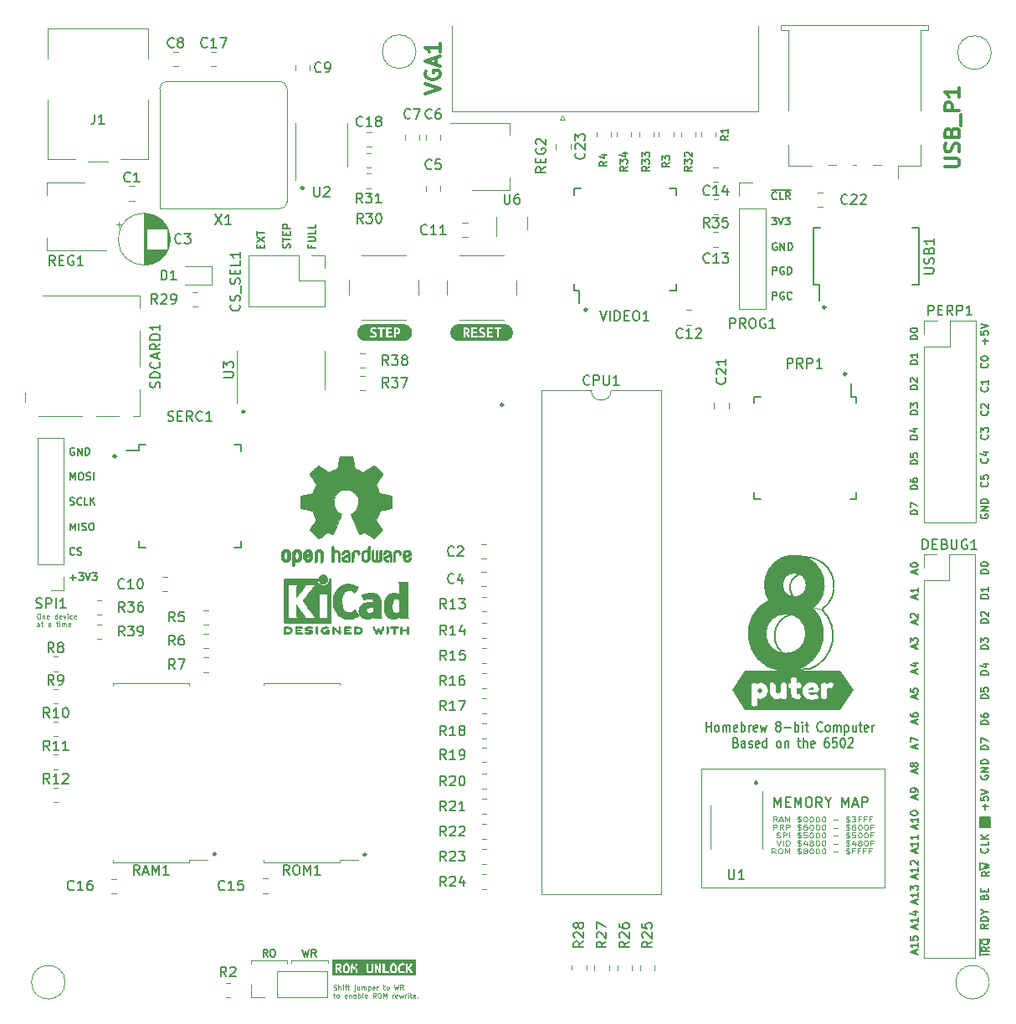
<source format=gto>
G04 #@! TF.GenerationSoftware,KiCad,Pcbnew,7.0.7*
G04 #@! TF.CreationDate,2023-08-20T18:16:14+05:30*
G04 #@! TF.ProjectId,8puter,38707574-6572-42e6-9b69-6361645f7063,rev?*
G04 #@! TF.SameCoordinates,Original*
G04 #@! TF.FileFunction,Legend,Top*
G04 #@! TF.FilePolarity,Positive*
%FSLAX46Y46*%
G04 Gerber Fmt 4.6, Leading zero omitted, Abs format (unit mm)*
G04 Created by KiCad (PCBNEW 7.0.7) date 2023-08-20 18:16:14*
%MOMM*%
%LPD*%
G01*
G04 APERTURE LIST*
%ADD10C,1.500000*%
%ADD11C,0.120000*%
%ADD12C,0.260000*%
%ADD13C,0.150000*%
%ADD14C,0.500000*%
%ADD15C,0.200000*%
%ADD16C,0.100000*%
%ADD17C,0.160000*%
%ADD18C,0.300000*%
%ADD19C,0.010000*%
G04 APERTURE END LIST*
D10*
X185285783Y-91784750D02*
G75*
G03*
X185285783Y-91784750I-1899999J0D01*
G01*
D11*
X128760000Y-129750000D02*
X132090000Y-129750000D01*
D12*
X188630000Y-70450000D02*
G75*
G03*
X188630000Y-70450000I-130000J0D01*
G01*
X114762000Y-78765000D02*
G75*
G03*
X114762000Y-78765000I-130000J0D01*
G01*
X140062000Y-119045000D02*
G75*
G03*
X140062000Y-119045000I-130000J0D01*
G01*
X133732000Y-51655000D02*
G75*
G03*
X133732000Y-51655000I-130000J0D01*
G01*
D13*
X202200000Y-115250000D02*
X203200000Y-115250000D01*
X203200000Y-116250000D01*
X202200000Y-116250000D01*
X202200000Y-115250000D01*
G36*
X202200000Y-115250000D02*
G01*
X203200000Y-115250000D01*
X203200000Y-116250000D01*
X202200000Y-116250000D01*
X202200000Y-115250000D01*
G37*
D14*
X185008106Y-94101682D02*
G75*
G03*
X181068869Y-93407078I-1622306J2316982D01*
G01*
D12*
X153932000Y-73550000D02*
G75*
G03*
X153932000Y-73550000I-130000J0D01*
G01*
D11*
X186168324Y-94275320D02*
X185378324Y-94139289D01*
D15*
X184928324Y-100299289D02*
X182488324Y-100469289D01*
D11*
X174000000Y-110350000D02*
X192525000Y-110350000D01*
X192525000Y-122350000D01*
X174000000Y-122350000D01*
X174000000Y-110350000D01*
X132510000Y-129740000D02*
X132510000Y-130040000D01*
D12*
X179630000Y-111800000D02*
G75*
G03*
X179630000Y-111800000I-130000J0D01*
G01*
D11*
X128410000Y-129750000D02*
X128410000Y-130050000D01*
D15*
X186168349Y-94275356D02*
G75*
G03*
X185463742Y-89139290I-1667849J2387556D01*
G01*
D11*
X128760000Y-129750000D02*
X128410000Y-129750000D01*
D12*
X124862000Y-118995000D02*
G75*
G03*
X124862000Y-118995000I-130000J0D01*
G01*
X127782000Y-74255000D02*
G75*
G03*
X127782000Y-74255000I-130000J0D01*
G01*
D15*
X185463742Y-89139289D02*
X183868324Y-88849289D01*
D11*
X135880000Y-129740000D02*
X132510000Y-129740000D01*
D15*
X184943755Y-100289325D02*
G75*
G03*
X186168324Y-94275321I-1281555J3392625D01*
G01*
X183204275Y-94728459D02*
G75*
G03*
X182950000Y-99050000I397525J-2191641D01*
G01*
D11*
X132090000Y-129750000D02*
X132090000Y-130050000D01*
D10*
X185219388Y-96708808D02*
G75*
G03*
X185219388Y-96708808I-2701849J0D01*
G01*
D11*
X135880000Y-129740000D02*
X136230000Y-129740000D01*
X136230000Y-129740000D02*
X136230000Y-130040000D01*
D12*
X186530000Y-63700000D02*
G75*
G03*
X186530000Y-63700000I-130000J0D01*
G01*
X162402000Y-63935000D02*
G75*
G03*
X162402000Y-63935000I-130000J0D01*
G01*
D14*
X181068854Y-93407048D02*
G75*
G03*
X185008098Y-94101674I1448846J-3300652D01*
G01*
D15*
X183840336Y-90738036D02*
G75*
G03*
X184088407Y-93410003I480764J-1302864D01*
G01*
D13*
X195674878Y-110812969D02*
X195674878Y-110455827D01*
X195889164Y-110884398D02*
X195139164Y-110634398D01*
X195139164Y-110634398D02*
X195889164Y-110384398D01*
X195460592Y-110027255D02*
X195424878Y-110098684D01*
X195424878Y-110098684D02*
X195389164Y-110134398D01*
X195389164Y-110134398D02*
X195317735Y-110170112D01*
X195317735Y-110170112D02*
X195282021Y-110170112D01*
X195282021Y-110170112D02*
X195210592Y-110134398D01*
X195210592Y-110134398D02*
X195174878Y-110098684D01*
X195174878Y-110098684D02*
X195139164Y-110027255D01*
X195139164Y-110027255D02*
X195139164Y-109884398D01*
X195139164Y-109884398D02*
X195174878Y-109812970D01*
X195174878Y-109812970D02*
X195210592Y-109777255D01*
X195210592Y-109777255D02*
X195282021Y-109741541D01*
X195282021Y-109741541D02*
X195317735Y-109741541D01*
X195317735Y-109741541D02*
X195389164Y-109777255D01*
X195389164Y-109777255D02*
X195424878Y-109812970D01*
X195424878Y-109812970D02*
X195460592Y-109884398D01*
X195460592Y-109884398D02*
X195460592Y-110027255D01*
X195460592Y-110027255D02*
X195496307Y-110098684D01*
X195496307Y-110098684D02*
X195532021Y-110134398D01*
X195532021Y-110134398D02*
X195603450Y-110170112D01*
X195603450Y-110170112D02*
X195746307Y-110170112D01*
X195746307Y-110170112D02*
X195817735Y-110134398D01*
X195817735Y-110134398D02*
X195853450Y-110098684D01*
X195853450Y-110098684D02*
X195889164Y-110027255D01*
X195889164Y-110027255D02*
X195889164Y-109884398D01*
X195889164Y-109884398D02*
X195853450Y-109812970D01*
X195853450Y-109812970D02*
X195817735Y-109777255D01*
X195817735Y-109777255D02*
X195746307Y-109741541D01*
X195746307Y-109741541D02*
X195603450Y-109741541D01*
X195603450Y-109741541D02*
X195532021Y-109777255D01*
X195532021Y-109777255D02*
X195496307Y-109812970D01*
X195496307Y-109812970D02*
X195460592Y-109884398D01*
X202917735Y-71773876D02*
X202953450Y-71809590D01*
X202953450Y-71809590D02*
X202989164Y-71916733D01*
X202989164Y-71916733D02*
X202989164Y-71988161D01*
X202989164Y-71988161D02*
X202953450Y-72095304D01*
X202953450Y-72095304D02*
X202882021Y-72166733D01*
X202882021Y-72166733D02*
X202810592Y-72202447D01*
X202810592Y-72202447D02*
X202667735Y-72238161D01*
X202667735Y-72238161D02*
X202560592Y-72238161D01*
X202560592Y-72238161D02*
X202417735Y-72202447D01*
X202417735Y-72202447D02*
X202346307Y-72166733D01*
X202346307Y-72166733D02*
X202274878Y-72095304D01*
X202274878Y-72095304D02*
X202239164Y-71988161D01*
X202239164Y-71988161D02*
X202239164Y-71916733D01*
X202239164Y-71916733D02*
X202274878Y-71809590D01*
X202274878Y-71809590D02*
X202310592Y-71773876D01*
X202989164Y-71059590D02*
X202989164Y-71488161D01*
X202989164Y-71273876D02*
X202239164Y-71273876D01*
X202239164Y-71273876D02*
X202346307Y-71345304D01*
X202346307Y-71345304D02*
X202417735Y-71416733D01*
X202417735Y-71416733D02*
X202453450Y-71488161D01*
X134516307Y-57442744D02*
X134516307Y-57692744D01*
X134909164Y-57692744D02*
X134159164Y-57692744D01*
X134159164Y-57692744D02*
X134159164Y-57335601D01*
X134159164Y-57049887D02*
X134766307Y-57049887D01*
X134766307Y-57049887D02*
X134837735Y-57014173D01*
X134837735Y-57014173D02*
X134873450Y-56978459D01*
X134873450Y-56978459D02*
X134909164Y-56907030D01*
X134909164Y-56907030D02*
X134909164Y-56764173D01*
X134909164Y-56764173D02*
X134873450Y-56692744D01*
X134873450Y-56692744D02*
X134837735Y-56657030D01*
X134837735Y-56657030D02*
X134766307Y-56621316D01*
X134766307Y-56621316D02*
X134159164Y-56621316D01*
X134909164Y-55907030D02*
X134909164Y-56264173D01*
X134909164Y-56264173D02*
X134159164Y-56264173D01*
X134909164Y-55299887D02*
X134909164Y-55657030D01*
X134909164Y-55657030D02*
X134159164Y-55657030D01*
X202917735Y-78986119D02*
X202953450Y-79021833D01*
X202953450Y-79021833D02*
X202989164Y-79128976D01*
X202989164Y-79128976D02*
X202989164Y-79200404D01*
X202989164Y-79200404D02*
X202953450Y-79307547D01*
X202953450Y-79307547D02*
X202882021Y-79378976D01*
X202882021Y-79378976D02*
X202810592Y-79414690D01*
X202810592Y-79414690D02*
X202667735Y-79450404D01*
X202667735Y-79450404D02*
X202560592Y-79450404D01*
X202560592Y-79450404D02*
X202417735Y-79414690D01*
X202417735Y-79414690D02*
X202346307Y-79378976D01*
X202346307Y-79378976D02*
X202274878Y-79307547D01*
X202274878Y-79307547D02*
X202239164Y-79200404D01*
X202239164Y-79200404D02*
X202239164Y-79128976D01*
X202239164Y-79128976D02*
X202274878Y-79021833D01*
X202274878Y-79021833D02*
X202310592Y-78986119D01*
X202489164Y-78343262D02*
X202989164Y-78343262D01*
X202203450Y-78521833D02*
X202739164Y-78700404D01*
X202739164Y-78700404D02*
X202739164Y-78236119D01*
X202274878Y-84651428D02*
X202239164Y-84722857D01*
X202239164Y-84722857D02*
X202239164Y-84829999D01*
X202239164Y-84829999D02*
X202274878Y-84937142D01*
X202274878Y-84937142D02*
X202346307Y-85008571D01*
X202346307Y-85008571D02*
X202417735Y-85044285D01*
X202417735Y-85044285D02*
X202560592Y-85079999D01*
X202560592Y-85079999D02*
X202667735Y-85079999D01*
X202667735Y-85079999D02*
X202810592Y-85044285D01*
X202810592Y-85044285D02*
X202882021Y-85008571D01*
X202882021Y-85008571D02*
X202953450Y-84937142D01*
X202953450Y-84937142D02*
X202989164Y-84829999D01*
X202989164Y-84829999D02*
X202989164Y-84758571D01*
X202989164Y-84758571D02*
X202953450Y-84651428D01*
X202953450Y-84651428D02*
X202917735Y-84615714D01*
X202917735Y-84615714D02*
X202667735Y-84615714D01*
X202667735Y-84615714D02*
X202667735Y-84758571D01*
X202989164Y-84294285D02*
X202239164Y-84294285D01*
X202239164Y-84294285D02*
X202989164Y-83865714D01*
X202989164Y-83865714D02*
X202239164Y-83865714D01*
X202989164Y-83508571D02*
X202239164Y-83508571D01*
X202239164Y-83508571D02*
X202239164Y-83330000D01*
X202239164Y-83330000D02*
X202274878Y-83222857D01*
X202274878Y-83222857D02*
X202346307Y-83151428D01*
X202346307Y-83151428D02*
X202417735Y-83115714D01*
X202417735Y-83115714D02*
X202560592Y-83080000D01*
X202560592Y-83080000D02*
X202667735Y-83080000D01*
X202667735Y-83080000D02*
X202810592Y-83115714D01*
X202810592Y-83115714D02*
X202882021Y-83151428D01*
X202882021Y-83151428D02*
X202953450Y-83222857D01*
X202953450Y-83222857D02*
X202989164Y-83330000D01*
X202989164Y-83330000D02*
X202989164Y-83508571D01*
X202979164Y-95632744D02*
X202229164Y-95632744D01*
X202229164Y-95632744D02*
X202229164Y-95454173D01*
X202229164Y-95454173D02*
X202264878Y-95347030D01*
X202264878Y-95347030D02*
X202336307Y-95275601D01*
X202336307Y-95275601D02*
X202407735Y-95239887D01*
X202407735Y-95239887D02*
X202550592Y-95204173D01*
X202550592Y-95204173D02*
X202657735Y-95204173D01*
X202657735Y-95204173D02*
X202800592Y-95239887D01*
X202800592Y-95239887D02*
X202872021Y-95275601D01*
X202872021Y-95275601D02*
X202943450Y-95347030D01*
X202943450Y-95347030D02*
X202979164Y-95454173D01*
X202979164Y-95454173D02*
X202979164Y-95632744D01*
X202300592Y-94918458D02*
X202264878Y-94882744D01*
X202264878Y-94882744D02*
X202229164Y-94811316D01*
X202229164Y-94811316D02*
X202229164Y-94632744D01*
X202229164Y-94632744D02*
X202264878Y-94561316D01*
X202264878Y-94561316D02*
X202300592Y-94525601D01*
X202300592Y-94525601D02*
X202372021Y-94489887D01*
X202372021Y-94489887D02*
X202443450Y-94489887D01*
X202443450Y-94489887D02*
X202550592Y-94525601D01*
X202550592Y-94525601D02*
X202979164Y-94954173D01*
X202979164Y-94954173D02*
X202979164Y-94489887D01*
X195649878Y-118867856D02*
X195649878Y-118510714D01*
X195864164Y-118939285D02*
X195114164Y-118689285D01*
X195114164Y-118689285D02*
X195864164Y-118439285D01*
X195864164Y-117796428D02*
X195864164Y-118224999D01*
X195864164Y-118010714D02*
X195114164Y-118010714D01*
X195114164Y-118010714D02*
X195221307Y-118082142D01*
X195221307Y-118082142D02*
X195292735Y-118153571D01*
X195292735Y-118153571D02*
X195328450Y-118224999D01*
X195864164Y-117082142D02*
X195864164Y-117510713D01*
X195864164Y-117296428D02*
X195114164Y-117296428D01*
X195114164Y-117296428D02*
X195221307Y-117367856D01*
X195221307Y-117367856D02*
X195292735Y-117439285D01*
X195292735Y-117439285D02*
X195328450Y-117510713D01*
X132353450Y-57718458D02*
X132389164Y-57611316D01*
X132389164Y-57611316D02*
X132389164Y-57432744D01*
X132389164Y-57432744D02*
X132353450Y-57361316D01*
X132353450Y-57361316D02*
X132317735Y-57325601D01*
X132317735Y-57325601D02*
X132246307Y-57289887D01*
X132246307Y-57289887D02*
X132174878Y-57289887D01*
X132174878Y-57289887D02*
X132103450Y-57325601D01*
X132103450Y-57325601D02*
X132067735Y-57361316D01*
X132067735Y-57361316D02*
X132032021Y-57432744D01*
X132032021Y-57432744D02*
X131996307Y-57575601D01*
X131996307Y-57575601D02*
X131960592Y-57647030D01*
X131960592Y-57647030D02*
X131924878Y-57682744D01*
X131924878Y-57682744D02*
X131853450Y-57718458D01*
X131853450Y-57718458D02*
X131782021Y-57718458D01*
X131782021Y-57718458D02*
X131710592Y-57682744D01*
X131710592Y-57682744D02*
X131674878Y-57647030D01*
X131674878Y-57647030D02*
X131639164Y-57575601D01*
X131639164Y-57575601D02*
X131639164Y-57397030D01*
X131639164Y-57397030D02*
X131674878Y-57289887D01*
X131639164Y-57075601D02*
X131639164Y-56647030D01*
X132389164Y-56861315D02*
X131639164Y-56861315D01*
X131996307Y-56397029D02*
X131996307Y-56147029D01*
X132389164Y-56039886D02*
X132389164Y-56397029D01*
X132389164Y-56397029D02*
X131639164Y-56397029D01*
X131639164Y-56397029D02*
X131639164Y-56039886D01*
X132389164Y-55718458D02*
X131639164Y-55718458D01*
X131639164Y-55718458D02*
X131639164Y-55432744D01*
X131639164Y-55432744D02*
X131674878Y-55361315D01*
X131674878Y-55361315D02*
X131710592Y-55325601D01*
X131710592Y-55325601D02*
X131782021Y-55289887D01*
X131782021Y-55289887D02*
X131889164Y-55289887D01*
X131889164Y-55289887D02*
X131960592Y-55325601D01*
X131960592Y-55325601D02*
X131996307Y-55361315D01*
X131996307Y-55361315D02*
X132032021Y-55432744D01*
X132032021Y-55432744D02*
X132032021Y-55718458D01*
X110127255Y-91033450D02*
X110698684Y-91033450D01*
X110412969Y-91319164D02*
X110412969Y-90747735D01*
X110984397Y-90569164D02*
X111448683Y-90569164D01*
X111448683Y-90569164D02*
X111198683Y-90854878D01*
X111198683Y-90854878D02*
X111305826Y-90854878D01*
X111305826Y-90854878D02*
X111377255Y-90890592D01*
X111377255Y-90890592D02*
X111412969Y-90926307D01*
X111412969Y-90926307D02*
X111448683Y-90997735D01*
X111448683Y-90997735D02*
X111448683Y-91176307D01*
X111448683Y-91176307D02*
X111412969Y-91247735D01*
X111412969Y-91247735D02*
X111377255Y-91283450D01*
X111377255Y-91283450D02*
X111305826Y-91319164D01*
X111305826Y-91319164D02*
X111091540Y-91319164D01*
X111091540Y-91319164D02*
X111020112Y-91283450D01*
X111020112Y-91283450D02*
X110984397Y-91247735D01*
X111662969Y-90569164D02*
X111912969Y-91319164D01*
X111912969Y-91319164D02*
X112162969Y-90569164D01*
X112341540Y-90569164D02*
X112805826Y-90569164D01*
X112805826Y-90569164D02*
X112555826Y-90854878D01*
X112555826Y-90854878D02*
X112662969Y-90854878D01*
X112662969Y-90854878D02*
X112734398Y-90890592D01*
X112734398Y-90890592D02*
X112770112Y-90926307D01*
X112770112Y-90926307D02*
X112805826Y-90997735D01*
X112805826Y-90997735D02*
X112805826Y-91176307D01*
X112805826Y-91176307D02*
X112770112Y-91247735D01*
X112770112Y-91247735D02*
X112734398Y-91283450D01*
X112734398Y-91283450D02*
X112662969Y-91319164D01*
X112662969Y-91319164D02*
X112448683Y-91319164D01*
X112448683Y-91319164D02*
X112377255Y-91283450D01*
X112377255Y-91283450D02*
X112341540Y-91247735D01*
X195649878Y-126517856D02*
X195649878Y-126160714D01*
X195864164Y-126589285D02*
X195114164Y-126339285D01*
X195114164Y-126339285D02*
X195864164Y-126089285D01*
X195864164Y-125446428D02*
X195864164Y-125874999D01*
X195864164Y-125660714D02*
X195114164Y-125660714D01*
X195114164Y-125660714D02*
X195221307Y-125732142D01*
X195221307Y-125732142D02*
X195292735Y-125803571D01*
X195292735Y-125803571D02*
X195328450Y-125874999D01*
X195364164Y-124803571D02*
X195864164Y-124803571D01*
X195078450Y-124982142D02*
X195614164Y-125160713D01*
X195614164Y-125160713D02*
X195614164Y-124696428D01*
X195674878Y-116417255D02*
X195674878Y-116060113D01*
X195889164Y-116488684D02*
X195139164Y-116238684D01*
X195139164Y-116238684D02*
X195889164Y-115988684D01*
X195889164Y-115345827D02*
X195889164Y-115774398D01*
X195889164Y-115560113D02*
X195139164Y-115560113D01*
X195139164Y-115560113D02*
X195246307Y-115631541D01*
X195246307Y-115631541D02*
X195317735Y-115702970D01*
X195317735Y-115702970D02*
X195353450Y-115774398D01*
X195139164Y-114881541D02*
X195139164Y-114810112D01*
X195139164Y-114810112D02*
X195174878Y-114738684D01*
X195174878Y-114738684D02*
X195210592Y-114702970D01*
X195210592Y-114702970D02*
X195282021Y-114667255D01*
X195282021Y-114667255D02*
X195424878Y-114631541D01*
X195424878Y-114631541D02*
X195603450Y-114631541D01*
X195603450Y-114631541D02*
X195746307Y-114667255D01*
X195746307Y-114667255D02*
X195817735Y-114702970D01*
X195817735Y-114702970D02*
X195853450Y-114738684D01*
X195853450Y-114738684D02*
X195889164Y-114810112D01*
X195889164Y-114810112D02*
X195889164Y-114881541D01*
X195889164Y-114881541D02*
X195853450Y-114952970D01*
X195853450Y-114952970D02*
X195817735Y-114988684D01*
X195817735Y-114988684D02*
X195746307Y-115024398D01*
X195746307Y-115024398D02*
X195603450Y-115060112D01*
X195603450Y-115060112D02*
X195424878Y-115060112D01*
X195424878Y-115060112D02*
X195282021Y-115024398D01*
X195282021Y-115024398D02*
X195210592Y-114988684D01*
X195210592Y-114988684D02*
X195174878Y-114952970D01*
X195174878Y-114952970D02*
X195139164Y-114881541D01*
X181600112Y-57224878D02*
X181528684Y-57189164D01*
X181528684Y-57189164D02*
X181421541Y-57189164D01*
X181421541Y-57189164D02*
X181314398Y-57224878D01*
X181314398Y-57224878D02*
X181242969Y-57296307D01*
X181242969Y-57296307D02*
X181207255Y-57367735D01*
X181207255Y-57367735D02*
X181171541Y-57510592D01*
X181171541Y-57510592D02*
X181171541Y-57617735D01*
X181171541Y-57617735D02*
X181207255Y-57760592D01*
X181207255Y-57760592D02*
X181242969Y-57832021D01*
X181242969Y-57832021D02*
X181314398Y-57903450D01*
X181314398Y-57903450D02*
X181421541Y-57939164D01*
X181421541Y-57939164D02*
X181492969Y-57939164D01*
X181492969Y-57939164D02*
X181600112Y-57903450D01*
X181600112Y-57903450D02*
X181635826Y-57867735D01*
X181635826Y-57867735D02*
X181635826Y-57617735D01*
X181635826Y-57617735D02*
X181492969Y-57617735D01*
X181957255Y-57939164D02*
X181957255Y-57189164D01*
X181957255Y-57189164D02*
X182385826Y-57939164D01*
X182385826Y-57939164D02*
X182385826Y-57189164D01*
X182742969Y-57939164D02*
X182742969Y-57189164D01*
X182742969Y-57189164D02*
X182921540Y-57189164D01*
X182921540Y-57189164D02*
X183028683Y-57224878D01*
X183028683Y-57224878D02*
X183100112Y-57296307D01*
X183100112Y-57296307D02*
X183135826Y-57367735D01*
X183135826Y-57367735D02*
X183171540Y-57510592D01*
X183171540Y-57510592D02*
X183171540Y-57617735D01*
X183171540Y-57617735D02*
X183135826Y-57760592D01*
X183135826Y-57760592D02*
X183100112Y-57832021D01*
X183100112Y-57832021D02*
X183028683Y-57903450D01*
X183028683Y-57903450D02*
X182921540Y-57939164D01*
X182921540Y-57939164D02*
X182742969Y-57939164D01*
X195649878Y-121442856D02*
X195649878Y-121085714D01*
X195864164Y-121514285D02*
X195114164Y-121264285D01*
X195114164Y-121264285D02*
X195864164Y-121014285D01*
X195864164Y-120371428D02*
X195864164Y-120799999D01*
X195864164Y-120585714D02*
X195114164Y-120585714D01*
X195114164Y-120585714D02*
X195221307Y-120657142D01*
X195221307Y-120657142D02*
X195292735Y-120728571D01*
X195292735Y-120728571D02*
X195328450Y-120799999D01*
X195185592Y-120085713D02*
X195149878Y-120049999D01*
X195149878Y-120049999D02*
X195114164Y-119978571D01*
X195114164Y-119978571D02*
X195114164Y-119799999D01*
X195114164Y-119799999D02*
X195149878Y-119728571D01*
X195149878Y-119728571D02*
X195185592Y-119692856D01*
X195185592Y-119692856D02*
X195257021Y-119657142D01*
X195257021Y-119657142D02*
X195328450Y-119657142D01*
X195328450Y-119657142D02*
X195435592Y-119692856D01*
X195435592Y-119692856D02*
X195864164Y-120121428D01*
X195864164Y-120121428D02*
X195864164Y-119657142D01*
X202979164Y-93142744D02*
X202229164Y-93142744D01*
X202229164Y-93142744D02*
X202229164Y-92964173D01*
X202229164Y-92964173D02*
X202264878Y-92857030D01*
X202264878Y-92857030D02*
X202336307Y-92785601D01*
X202336307Y-92785601D02*
X202407735Y-92749887D01*
X202407735Y-92749887D02*
X202550592Y-92714173D01*
X202550592Y-92714173D02*
X202657735Y-92714173D01*
X202657735Y-92714173D02*
X202800592Y-92749887D01*
X202800592Y-92749887D02*
X202872021Y-92785601D01*
X202872021Y-92785601D02*
X202943450Y-92857030D01*
X202943450Y-92857030D02*
X202979164Y-92964173D01*
X202979164Y-92964173D02*
X202979164Y-93142744D01*
X202979164Y-91999887D02*
X202979164Y-92428458D01*
X202979164Y-92214173D02*
X202229164Y-92214173D01*
X202229164Y-92214173D02*
X202336307Y-92285601D01*
X202336307Y-92285601D02*
X202407735Y-92357030D01*
X202407735Y-92357030D02*
X202443450Y-92428458D01*
D16*
X136761027Y-132699800D02*
X136832455Y-132723609D01*
X136832455Y-132723609D02*
X136951503Y-132723609D01*
X136951503Y-132723609D02*
X136999122Y-132699800D01*
X136999122Y-132699800D02*
X137022931Y-132675990D01*
X137022931Y-132675990D02*
X137046741Y-132628371D01*
X137046741Y-132628371D02*
X137046741Y-132580752D01*
X137046741Y-132580752D02*
X137022931Y-132533133D01*
X137022931Y-132533133D02*
X136999122Y-132509323D01*
X136999122Y-132509323D02*
X136951503Y-132485514D01*
X136951503Y-132485514D02*
X136856265Y-132461704D01*
X136856265Y-132461704D02*
X136808646Y-132437895D01*
X136808646Y-132437895D02*
X136784836Y-132414085D01*
X136784836Y-132414085D02*
X136761027Y-132366466D01*
X136761027Y-132366466D02*
X136761027Y-132318847D01*
X136761027Y-132318847D02*
X136784836Y-132271228D01*
X136784836Y-132271228D02*
X136808646Y-132247419D01*
X136808646Y-132247419D02*
X136856265Y-132223609D01*
X136856265Y-132223609D02*
X136975312Y-132223609D01*
X136975312Y-132223609D02*
X137046741Y-132247419D01*
X137261026Y-132723609D02*
X137261026Y-132223609D01*
X137475312Y-132723609D02*
X137475312Y-132461704D01*
X137475312Y-132461704D02*
X137451502Y-132414085D01*
X137451502Y-132414085D02*
X137403883Y-132390276D01*
X137403883Y-132390276D02*
X137332455Y-132390276D01*
X137332455Y-132390276D02*
X137284836Y-132414085D01*
X137284836Y-132414085D02*
X137261026Y-132437895D01*
X137713407Y-132723609D02*
X137713407Y-132390276D01*
X137713407Y-132223609D02*
X137689598Y-132247419D01*
X137689598Y-132247419D02*
X137713407Y-132271228D01*
X137713407Y-132271228D02*
X137737217Y-132247419D01*
X137737217Y-132247419D02*
X137713407Y-132223609D01*
X137713407Y-132223609D02*
X137713407Y-132271228D01*
X137880074Y-132390276D02*
X138070550Y-132390276D01*
X137951502Y-132723609D02*
X137951502Y-132295038D01*
X137951502Y-132295038D02*
X137975312Y-132247419D01*
X137975312Y-132247419D02*
X138022931Y-132223609D01*
X138022931Y-132223609D02*
X138070550Y-132223609D01*
X138165788Y-132390276D02*
X138356264Y-132390276D01*
X138237216Y-132223609D02*
X138237216Y-132652180D01*
X138237216Y-132652180D02*
X138261026Y-132699800D01*
X138261026Y-132699800D02*
X138308645Y-132723609D01*
X138308645Y-132723609D02*
X138356264Y-132723609D01*
X138903882Y-132390276D02*
X138903882Y-132818847D01*
X138903882Y-132818847D02*
X138880073Y-132866466D01*
X138880073Y-132866466D02*
X138832454Y-132890276D01*
X138832454Y-132890276D02*
X138808644Y-132890276D01*
X138903882Y-132223609D02*
X138880073Y-132247419D01*
X138880073Y-132247419D02*
X138903882Y-132271228D01*
X138903882Y-132271228D02*
X138927692Y-132247419D01*
X138927692Y-132247419D02*
X138903882Y-132223609D01*
X138903882Y-132223609D02*
X138903882Y-132271228D01*
X139356263Y-132390276D02*
X139356263Y-132723609D01*
X139141977Y-132390276D02*
X139141977Y-132652180D01*
X139141977Y-132652180D02*
X139165787Y-132699800D01*
X139165787Y-132699800D02*
X139213406Y-132723609D01*
X139213406Y-132723609D02*
X139284834Y-132723609D01*
X139284834Y-132723609D02*
X139332453Y-132699800D01*
X139332453Y-132699800D02*
X139356263Y-132675990D01*
X139594358Y-132723609D02*
X139594358Y-132390276D01*
X139594358Y-132437895D02*
X139618168Y-132414085D01*
X139618168Y-132414085D02*
X139665787Y-132390276D01*
X139665787Y-132390276D02*
X139737215Y-132390276D01*
X139737215Y-132390276D02*
X139784834Y-132414085D01*
X139784834Y-132414085D02*
X139808644Y-132461704D01*
X139808644Y-132461704D02*
X139808644Y-132723609D01*
X139808644Y-132461704D02*
X139832453Y-132414085D01*
X139832453Y-132414085D02*
X139880072Y-132390276D01*
X139880072Y-132390276D02*
X139951501Y-132390276D01*
X139951501Y-132390276D02*
X139999120Y-132414085D01*
X139999120Y-132414085D02*
X140022930Y-132461704D01*
X140022930Y-132461704D02*
X140022930Y-132723609D01*
X140261025Y-132390276D02*
X140261025Y-132890276D01*
X140261025Y-132414085D02*
X140308644Y-132390276D01*
X140308644Y-132390276D02*
X140403882Y-132390276D01*
X140403882Y-132390276D02*
X140451501Y-132414085D01*
X140451501Y-132414085D02*
X140475311Y-132437895D01*
X140475311Y-132437895D02*
X140499120Y-132485514D01*
X140499120Y-132485514D02*
X140499120Y-132628371D01*
X140499120Y-132628371D02*
X140475311Y-132675990D01*
X140475311Y-132675990D02*
X140451501Y-132699800D01*
X140451501Y-132699800D02*
X140403882Y-132723609D01*
X140403882Y-132723609D02*
X140308644Y-132723609D01*
X140308644Y-132723609D02*
X140261025Y-132699800D01*
X140903882Y-132699800D02*
X140856263Y-132723609D01*
X140856263Y-132723609D02*
X140761025Y-132723609D01*
X140761025Y-132723609D02*
X140713406Y-132699800D01*
X140713406Y-132699800D02*
X140689597Y-132652180D01*
X140689597Y-132652180D02*
X140689597Y-132461704D01*
X140689597Y-132461704D02*
X140713406Y-132414085D01*
X140713406Y-132414085D02*
X140761025Y-132390276D01*
X140761025Y-132390276D02*
X140856263Y-132390276D01*
X140856263Y-132390276D02*
X140903882Y-132414085D01*
X140903882Y-132414085D02*
X140927692Y-132461704D01*
X140927692Y-132461704D02*
X140927692Y-132509323D01*
X140927692Y-132509323D02*
X140689597Y-132556942D01*
X141141977Y-132723609D02*
X141141977Y-132390276D01*
X141141977Y-132485514D02*
X141165787Y-132437895D01*
X141165787Y-132437895D02*
X141189596Y-132414085D01*
X141189596Y-132414085D02*
X141237215Y-132390276D01*
X141237215Y-132390276D02*
X141284834Y-132390276D01*
X141761025Y-132390276D02*
X141951501Y-132390276D01*
X141832453Y-132223609D02*
X141832453Y-132652180D01*
X141832453Y-132652180D02*
X141856263Y-132699800D01*
X141856263Y-132699800D02*
X141903882Y-132723609D01*
X141903882Y-132723609D02*
X141951501Y-132723609D01*
X142189596Y-132723609D02*
X142141977Y-132699800D01*
X142141977Y-132699800D02*
X142118167Y-132675990D01*
X142118167Y-132675990D02*
X142094358Y-132628371D01*
X142094358Y-132628371D02*
X142094358Y-132485514D01*
X142094358Y-132485514D02*
X142118167Y-132437895D01*
X142118167Y-132437895D02*
X142141977Y-132414085D01*
X142141977Y-132414085D02*
X142189596Y-132390276D01*
X142189596Y-132390276D02*
X142261024Y-132390276D01*
X142261024Y-132390276D02*
X142308643Y-132414085D01*
X142308643Y-132414085D02*
X142332453Y-132437895D01*
X142332453Y-132437895D02*
X142356262Y-132485514D01*
X142356262Y-132485514D02*
X142356262Y-132628371D01*
X142356262Y-132628371D02*
X142332453Y-132675990D01*
X142332453Y-132675990D02*
X142308643Y-132699800D01*
X142308643Y-132699800D02*
X142261024Y-132723609D01*
X142261024Y-132723609D02*
X142189596Y-132723609D01*
X142903881Y-132223609D02*
X143022929Y-132723609D01*
X143022929Y-132723609D02*
X143118167Y-132366466D01*
X143118167Y-132366466D02*
X143213405Y-132723609D01*
X143213405Y-132723609D02*
X143332453Y-132223609D01*
X143808643Y-132723609D02*
X143641977Y-132485514D01*
X143522929Y-132723609D02*
X143522929Y-132223609D01*
X143522929Y-132223609D02*
X143713405Y-132223609D01*
X143713405Y-132223609D02*
X143761024Y-132247419D01*
X143761024Y-132247419D02*
X143784834Y-132271228D01*
X143784834Y-132271228D02*
X143808643Y-132318847D01*
X143808643Y-132318847D02*
X143808643Y-132390276D01*
X143808643Y-132390276D02*
X143784834Y-132437895D01*
X143784834Y-132437895D02*
X143761024Y-132461704D01*
X143761024Y-132461704D02*
X143713405Y-132485514D01*
X143713405Y-132485514D02*
X143522929Y-132485514D01*
X136713408Y-133195276D02*
X136903884Y-133195276D01*
X136784836Y-133028609D02*
X136784836Y-133457180D01*
X136784836Y-133457180D02*
X136808646Y-133504800D01*
X136808646Y-133504800D02*
X136856265Y-133528609D01*
X136856265Y-133528609D02*
X136903884Y-133528609D01*
X137141979Y-133528609D02*
X137094360Y-133504800D01*
X137094360Y-133504800D02*
X137070550Y-133480990D01*
X137070550Y-133480990D02*
X137046741Y-133433371D01*
X137046741Y-133433371D02*
X137046741Y-133290514D01*
X137046741Y-133290514D02*
X137070550Y-133242895D01*
X137070550Y-133242895D02*
X137094360Y-133219085D01*
X137094360Y-133219085D02*
X137141979Y-133195276D01*
X137141979Y-133195276D02*
X137213407Y-133195276D01*
X137213407Y-133195276D02*
X137261026Y-133219085D01*
X137261026Y-133219085D02*
X137284836Y-133242895D01*
X137284836Y-133242895D02*
X137308645Y-133290514D01*
X137308645Y-133290514D02*
X137308645Y-133433371D01*
X137308645Y-133433371D02*
X137284836Y-133480990D01*
X137284836Y-133480990D02*
X137261026Y-133504800D01*
X137261026Y-133504800D02*
X137213407Y-133528609D01*
X137213407Y-133528609D02*
X137141979Y-133528609D01*
X138094359Y-133504800D02*
X138046740Y-133528609D01*
X138046740Y-133528609D02*
X137951502Y-133528609D01*
X137951502Y-133528609D02*
X137903883Y-133504800D01*
X137903883Y-133504800D02*
X137880074Y-133457180D01*
X137880074Y-133457180D02*
X137880074Y-133266704D01*
X137880074Y-133266704D02*
X137903883Y-133219085D01*
X137903883Y-133219085D02*
X137951502Y-133195276D01*
X137951502Y-133195276D02*
X138046740Y-133195276D01*
X138046740Y-133195276D02*
X138094359Y-133219085D01*
X138094359Y-133219085D02*
X138118169Y-133266704D01*
X138118169Y-133266704D02*
X138118169Y-133314323D01*
X138118169Y-133314323D02*
X137880074Y-133361942D01*
X138332454Y-133195276D02*
X138332454Y-133528609D01*
X138332454Y-133242895D02*
X138356264Y-133219085D01*
X138356264Y-133219085D02*
X138403883Y-133195276D01*
X138403883Y-133195276D02*
X138475311Y-133195276D01*
X138475311Y-133195276D02*
X138522930Y-133219085D01*
X138522930Y-133219085D02*
X138546740Y-133266704D01*
X138546740Y-133266704D02*
X138546740Y-133528609D01*
X138999121Y-133528609D02*
X138999121Y-133266704D01*
X138999121Y-133266704D02*
X138975311Y-133219085D01*
X138975311Y-133219085D02*
X138927692Y-133195276D01*
X138927692Y-133195276D02*
X138832454Y-133195276D01*
X138832454Y-133195276D02*
X138784835Y-133219085D01*
X138999121Y-133504800D02*
X138951502Y-133528609D01*
X138951502Y-133528609D02*
X138832454Y-133528609D01*
X138832454Y-133528609D02*
X138784835Y-133504800D01*
X138784835Y-133504800D02*
X138761026Y-133457180D01*
X138761026Y-133457180D02*
X138761026Y-133409561D01*
X138761026Y-133409561D02*
X138784835Y-133361942D01*
X138784835Y-133361942D02*
X138832454Y-133338133D01*
X138832454Y-133338133D02*
X138951502Y-133338133D01*
X138951502Y-133338133D02*
X138999121Y-133314323D01*
X139237216Y-133528609D02*
X139237216Y-133028609D01*
X139237216Y-133219085D02*
X139284835Y-133195276D01*
X139284835Y-133195276D02*
X139380073Y-133195276D01*
X139380073Y-133195276D02*
X139427692Y-133219085D01*
X139427692Y-133219085D02*
X139451502Y-133242895D01*
X139451502Y-133242895D02*
X139475311Y-133290514D01*
X139475311Y-133290514D02*
X139475311Y-133433371D01*
X139475311Y-133433371D02*
X139451502Y-133480990D01*
X139451502Y-133480990D02*
X139427692Y-133504800D01*
X139427692Y-133504800D02*
X139380073Y-133528609D01*
X139380073Y-133528609D02*
X139284835Y-133528609D01*
X139284835Y-133528609D02*
X139237216Y-133504800D01*
X139761026Y-133528609D02*
X139713407Y-133504800D01*
X139713407Y-133504800D02*
X139689597Y-133457180D01*
X139689597Y-133457180D02*
X139689597Y-133028609D01*
X140141978Y-133504800D02*
X140094359Y-133528609D01*
X140094359Y-133528609D02*
X139999121Y-133528609D01*
X139999121Y-133528609D02*
X139951502Y-133504800D01*
X139951502Y-133504800D02*
X139927693Y-133457180D01*
X139927693Y-133457180D02*
X139927693Y-133266704D01*
X139927693Y-133266704D02*
X139951502Y-133219085D01*
X139951502Y-133219085D02*
X139999121Y-133195276D01*
X139999121Y-133195276D02*
X140094359Y-133195276D01*
X140094359Y-133195276D02*
X140141978Y-133219085D01*
X140141978Y-133219085D02*
X140165788Y-133266704D01*
X140165788Y-133266704D02*
X140165788Y-133314323D01*
X140165788Y-133314323D02*
X139927693Y-133361942D01*
X141046739Y-133528609D02*
X140880073Y-133290514D01*
X140761025Y-133528609D02*
X140761025Y-133028609D01*
X140761025Y-133028609D02*
X140951501Y-133028609D01*
X140951501Y-133028609D02*
X140999120Y-133052419D01*
X140999120Y-133052419D02*
X141022930Y-133076228D01*
X141022930Y-133076228D02*
X141046739Y-133123847D01*
X141046739Y-133123847D02*
X141046739Y-133195276D01*
X141046739Y-133195276D02*
X141022930Y-133242895D01*
X141022930Y-133242895D02*
X140999120Y-133266704D01*
X140999120Y-133266704D02*
X140951501Y-133290514D01*
X140951501Y-133290514D02*
X140761025Y-133290514D01*
X141356263Y-133028609D02*
X141451501Y-133028609D01*
X141451501Y-133028609D02*
X141499120Y-133052419D01*
X141499120Y-133052419D02*
X141546739Y-133100038D01*
X141546739Y-133100038D02*
X141570549Y-133195276D01*
X141570549Y-133195276D02*
X141570549Y-133361942D01*
X141570549Y-133361942D02*
X141546739Y-133457180D01*
X141546739Y-133457180D02*
X141499120Y-133504800D01*
X141499120Y-133504800D02*
X141451501Y-133528609D01*
X141451501Y-133528609D02*
X141356263Y-133528609D01*
X141356263Y-133528609D02*
X141308644Y-133504800D01*
X141308644Y-133504800D02*
X141261025Y-133457180D01*
X141261025Y-133457180D02*
X141237216Y-133361942D01*
X141237216Y-133361942D02*
X141237216Y-133195276D01*
X141237216Y-133195276D02*
X141261025Y-133100038D01*
X141261025Y-133100038D02*
X141308644Y-133052419D01*
X141308644Y-133052419D02*
X141356263Y-133028609D01*
X141784835Y-133528609D02*
X141784835Y-133028609D01*
X141784835Y-133028609D02*
X141951502Y-133385752D01*
X141951502Y-133385752D02*
X142118168Y-133028609D01*
X142118168Y-133028609D02*
X142118168Y-133528609D01*
X142737216Y-133528609D02*
X142737216Y-133195276D01*
X142737216Y-133290514D02*
X142761026Y-133242895D01*
X142761026Y-133242895D02*
X142784835Y-133219085D01*
X142784835Y-133219085D02*
X142832454Y-133195276D01*
X142832454Y-133195276D02*
X142880073Y-133195276D01*
X143237216Y-133504800D02*
X143189597Y-133528609D01*
X143189597Y-133528609D02*
X143094359Y-133528609D01*
X143094359Y-133528609D02*
X143046740Y-133504800D01*
X143046740Y-133504800D02*
X143022931Y-133457180D01*
X143022931Y-133457180D02*
X143022931Y-133266704D01*
X143022931Y-133266704D02*
X143046740Y-133219085D01*
X143046740Y-133219085D02*
X143094359Y-133195276D01*
X143094359Y-133195276D02*
X143189597Y-133195276D01*
X143189597Y-133195276D02*
X143237216Y-133219085D01*
X143237216Y-133219085D02*
X143261026Y-133266704D01*
X143261026Y-133266704D02*
X143261026Y-133314323D01*
X143261026Y-133314323D02*
X143022931Y-133361942D01*
X143427692Y-133195276D02*
X143522930Y-133528609D01*
X143522930Y-133528609D02*
X143618168Y-133290514D01*
X143618168Y-133290514D02*
X143713406Y-133528609D01*
X143713406Y-133528609D02*
X143808644Y-133195276D01*
X143999121Y-133528609D02*
X143999121Y-133195276D01*
X143999121Y-133290514D02*
X144022931Y-133242895D01*
X144022931Y-133242895D02*
X144046740Y-133219085D01*
X144046740Y-133219085D02*
X144094359Y-133195276D01*
X144094359Y-133195276D02*
X144141978Y-133195276D01*
X144308645Y-133528609D02*
X144308645Y-133195276D01*
X144308645Y-133028609D02*
X144284836Y-133052419D01*
X144284836Y-133052419D02*
X144308645Y-133076228D01*
X144308645Y-133076228D02*
X144332455Y-133052419D01*
X144332455Y-133052419D02*
X144308645Y-133028609D01*
X144308645Y-133028609D02*
X144308645Y-133076228D01*
X144475312Y-133195276D02*
X144665788Y-133195276D01*
X144546740Y-133028609D02*
X144546740Y-133457180D01*
X144546740Y-133457180D02*
X144570550Y-133504800D01*
X144570550Y-133504800D02*
X144618169Y-133528609D01*
X144618169Y-133528609D02*
X144665788Y-133528609D01*
X145022930Y-133504800D02*
X144975311Y-133528609D01*
X144975311Y-133528609D02*
X144880073Y-133528609D01*
X144880073Y-133528609D02*
X144832454Y-133504800D01*
X144832454Y-133504800D02*
X144808645Y-133457180D01*
X144808645Y-133457180D02*
X144808645Y-133266704D01*
X144808645Y-133266704D02*
X144832454Y-133219085D01*
X144832454Y-133219085D02*
X144880073Y-133195276D01*
X144880073Y-133195276D02*
X144975311Y-133195276D01*
X144975311Y-133195276D02*
X145022930Y-133219085D01*
X145022930Y-133219085D02*
X145046740Y-133266704D01*
X145046740Y-133266704D02*
X145046740Y-133314323D01*
X145046740Y-133314323D02*
X144808645Y-133361942D01*
X145261025Y-133480990D02*
X145284835Y-133504800D01*
X145284835Y-133504800D02*
X145261025Y-133528609D01*
X145261025Y-133528609D02*
X145237216Y-133504800D01*
X145237216Y-133504800D02*
X145261025Y-133480990D01*
X145261025Y-133480990D02*
X145261025Y-133528609D01*
D13*
X202979164Y-90617744D02*
X202229164Y-90617744D01*
X202229164Y-90617744D02*
X202229164Y-90439173D01*
X202229164Y-90439173D02*
X202264878Y-90332030D01*
X202264878Y-90332030D02*
X202336307Y-90260601D01*
X202336307Y-90260601D02*
X202407735Y-90224887D01*
X202407735Y-90224887D02*
X202550592Y-90189173D01*
X202550592Y-90189173D02*
X202657735Y-90189173D01*
X202657735Y-90189173D02*
X202800592Y-90224887D01*
X202800592Y-90224887D02*
X202872021Y-90260601D01*
X202872021Y-90260601D02*
X202943450Y-90332030D01*
X202943450Y-90332030D02*
X202979164Y-90439173D01*
X202979164Y-90439173D02*
X202979164Y-90617744D01*
X202229164Y-89724887D02*
X202229164Y-89653458D01*
X202229164Y-89653458D02*
X202264878Y-89582030D01*
X202264878Y-89582030D02*
X202300592Y-89546316D01*
X202300592Y-89546316D02*
X202372021Y-89510601D01*
X202372021Y-89510601D02*
X202514878Y-89474887D01*
X202514878Y-89474887D02*
X202693450Y-89474887D01*
X202693450Y-89474887D02*
X202836307Y-89510601D01*
X202836307Y-89510601D02*
X202907735Y-89546316D01*
X202907735Y-89546316D02*
X202943450Y-89582030D01*
X202943450Y-89582030D02*
X202979164Y-89653458D01*
X202979164Y-89653458D02*
X202979164Y-89724887D01*
X202979164Y-89724887D02*
X202943450Y-89796316D01*
X202943450Y-89796316D02*
X202907735Y-89832030D01*
X202907735Y-89832030D02*
X202836307Y-89867744D01*
X202836307Y-89867744D02*
X202693450Y-89903458D01*
X202693450Y-89903458D02*
X202514878Y-89903458D01*
X202514878Y-89903458D02*
X202372021Y-89867744D01*
X202372021Y-89867744D02*
X202300592Y-89832030D01*
X202300592Y-89832030D02*
X202264878Y-89796316D01*
X202264878Y-89796316D02*
X202229164Y-89724887D01*
X195674878Y-95732969D02*
X195674878Y-95375827D01*
X195889164Y-95804398D02*
X195139164Y-95554398D01*
X195139164Y-95554398D02*
X195889164Y-95304398D01*
X195210592Y-95090112D02*
X195174878Y-95054398D01*
X195174878Y-95054398D02*
X195139164Y-94982970D01*
X195139164Y-94982970D02*
X195139164Y-94804398D01*
X195139164Y-94804398D02*
X195174878Y-94732970D01*
X195174878Y-94732970D02*
X195210592Y-94697255D01*
X195210592Y-94697255D02*
X195282021Y-94661541D01*
X195282021Y-94661541D02*
X195353450Y-94661541D01*
X195353450Y-94661541D02*
X195460592Y-94697255D01*
X195460592Y-94697255D02*
X195889164Y-95125827D01*
X195889164Y-95125827D02*
X195889164Y-94661541D01*
X130079285Y-129379164D02*
X129829285Y-129022021D01*
X129650714Y-129379164D02*
X129650714Y-128629164D01*
X129650714Y-128629164D02*
X129936428Y-128629164D01*
X129936428Y-128629164D02*
X130007857Y-128664878D01*
X130007857Y-128664878D02*
X130043571Y-128700592D01*
X130043571Y-128700592D02*
X130079285Y-128772021D01*
X130079285Y-128772021D02*
X130079285Y-128879164D01*
X130079285Y-128879164D02*
X130043571Y-128950592D01*
X130043571Y-128950592D02*
X130007857Y-128986307D01*
X130007857Y-128986307D02*
X129936428Y-129022021D01*
X129936428Y-129022021D02*
X129650714Y-129022021D01*
X130543571Y-128629164D02*
X130686428Y-128629164D01*
X130686428Y-128629164D02*
X130757857Y-128664878D01*
X130757857Y-128664878D02*
X130829285Y-128736307D01*
X130829285Y-128736307D02*
X130865000Y-128879164D01*
X130865000Y-128879164D02*
X130865000Y-129129164D01*
X130865000Y-129129164D02*
X130829285Y-129272021D01*
X130829285Y-129272021D02*
X130757857Y-129343450D01*
X130757857Y-129343450D02*
X130686428Y-129379164D01*
X130686428Y-129379164D02*
X130543571Y-129379164D01*
X130543571Y-129379164D02*
X130472143Y-129343450D01*
X130472143Y-129343450D02*
X130400714Y-129272021D01*
X130400714Y-129272021D02*
X130365000Y-129129164D01*
X130365000Y-129129164D02*
X130365000Y-128879164D01*
X130365000Y-128879164D02*
X130400714Y-128736307D01*
X130400714Y-128736307D02*
X130472143Y-128664878D01*
X130472143Y-128664878D02*
X130543571Y-128629164D01*
X202703450Y-67394285D02*
X202703450Y-66822857D01*
X202989164Y-67108571D02*
X202417735Y-67108571D01*
X202239164Y-66108571D02*
X202239164Y-66465714D01*
X202239164Y-66465714D02*
X202596307Y-66501428D01*
X202596307Y-66501428D02*
X202560592Y-66465714D01*
X202560592Y-66465714D02*
X202524878Y-66394286D01*
X202524878Y-66394286D02*
X202524878Y-66215714D01*
X202524878Y-66215714D02*
X202560592Y-66144286D01*
X202560592Y-66144286D02*
X202596307Y-66108571D01*
X202596307Y-66108571D02*
X202667735Y-66072857D01*
X202667735Y-66072857D02*
X202846307Y-66072857D01*
X202846307Y-66072857D02*
X202917735Y-66108571D01*
X202917735Y-66108571D02*
X202953450Y-66144286D01*
X202953450Y-66144286D02*
X202989164Y-66215714D01*
X202989164Y-66215714D02*
X202989164Y-66394286D01*
X202989164Y-66394286D02*
X202953450Y-66465714D01*
X202953450Y-66465714D02*
X202917735Y-66501428D01*
X202239164Y-65858571D02*
X202989164Y-65608571D01*
X202989164Y-65608571D02*
X202239164Y-65358571D01*
D15*
X181369673Y-114252219D02*
X181369673Y-113252219D01*
X181369673Y-113252219D02*
X181703006Y-113966504D01*
X181703006Y-113966504D02*
X182036339Y-113252219D01*
X182036339Y-113252219D02*
X182036339Y-114252219D01*
X182512530Y-113728409D02*
X182845863Y-113728409D01*
X182988720Y-114252219D02*
X182512530Y-114252219D01*
X182512530Y-114252219D02*
X182512530Y-113252219D01*
X182512530Y-113252219D02*
X182988720Y-113252219D01*
X183417292Y-114252219D02*
X183417292Y-113252219D01*
X183417292Y-113252219D02*
X183750625Y-113966504D01*
X183750625Y-113966504D02*
X184083958Y-113252219D01*
X184083958Y-113252219D02*
X184083958Y-114252219D01*
X184750625Y-113252219D02*
X184941101Y-113252219D01*
X184941101Y-113252219D02*
X185036339Y-113299838D01*
X185036339Y-113299838D02*
X185131577Y-113395076D01*
X185131577Y-113395076D02*
X185179196Y-113585552D01*
X185179196Y-113585552D02*
X185179196Y-113918885D01*
X185179196Y-113918885D02*
X185131577Y-114109361D01*
X185131577Y-114109361D02*
X185036339Y-114204600D01*
X185036339Y-114204600D02*
X184941101Y-114252219D01*
X184941101Y-114252219D02*
X184750625Y-114252219D01*
X184750625Y-114252219D02*
X184655387Y-114204600D01*
X184655387Y-114204600D02*
X184560149Y-114109361D01*
X184560149Y-114109361D02*
X184512530Y-113918885D01*
X184512530Y-113918885D02*
X184512530Y-113585552D01*
X184512530Y-113585552D02*
X184560149Y-113395076D01*
X184560149Y-113395076D02*
X184655387Y-113299838D01*
X184655387Y-113299838D02*
X184750625Y-113252219D01*
X186179196Y-114252219D02*
X185845863Y-113776028D01*
X185607768Y-114252219D02*
X185607768Y-113252219D01*
X185607768Y-113252219D02*
X185988720Y-113252219D01*
X185988720Y-113252219D02*
X186083958Y-113299838D01*
X186083958Y-113299838D02*
X186131577Y-113347457D01*
X186131577Y-113347457D02*
X186179196Y-113442695D01*
X186179196Y-113442695D02*
X186179196Y-113585552D01*
X186179196Y-113585552D02*
X186131577Y-113680790D01*
X186131577Y-113680790D02*
X186083958Y-113728409D01*
X186083958Y-113728409D02*
X185988720Y-113776028D01*
X185988720Y-113776028D02*
X185607768Y-113776028D01*
X186798244Y-113776028D02*
X186798244Y-114252219D01*
X186464911Y-113252219D02*
X186798244Y-113776028D01*
X186798244Y-113776028D02*
X187131577Y-113252219D01*
X188226816Y-114252219D02*
X188226816Y-113252219D01*
X188226816Y-113252219D02*
X188560149Y-113966504D01*
X188560149Y-113966504D02*
X188893482Y-113252219D01*
X188893482Y-113252219D02*
X188893482Y-114252219D01*
X189322054Y-113966504D02*
X189798244Y-113966504D01*
X189226816Y-114252219D02*
X189560149Y-113252219D01*
X189560149Y-113252219D02*
X189893482Y-114252219D01*
X190226816Y-114252219D02*
X190226816Y-113252219D01*
X190226816Y-113252219D02*
X190607768Y-113252219D01*
X190607768Y-113252219D02*
X190703006Y-113299838D01*
X190703006Y-113299838D02*
X190750625Y-113347457D01*
X190750625Y-113347457D02*
X190798244Y-113442695D01*
X190798244Y-113442695D02*
X190798244Y-113585552D01*
X190798244Y-113585552D02*
X190750625Y-113680790D01*
X190750625Y-113680790D02*
X190703006Y-113728409D01*
X190703006Y-113728409D02*
X190607768Y-113776028D01*
X190607768Y-113776028D02*
X190226816Y-113776028D01*
D13*
X202979164Y-126084285D02*
X202622021Y-126334285D01*
X202979164Y-126512856D02*
X202229164Y-126512856D01*
X202229164Y-126512856D02*
X202229164Y-126227142D01*
X202229164Y-126227142D02*
X202264878Y-126155713D01*
X202264878Y-126155713D02*
X202300592Y-126119999D01*
X202300592Y-126119999D02*
X202372021Y-126084285D01*
X202372021Y-126084285D02*
X202479164Y-126084285D01*
X202479164Y-126084285D02*
X202550592Y-126119999D01*
X202550592Y-126119999D02*
X202586307Y-126155713D01*
X202586307Y-126155713D02*
X202622021Y-126227142D01*
X202622021Y-126227142D02*
X202622021Y-126512856D01*
X202979164Y-125762856D02*
X202229164Y-125762856D01*
X202229164Y-125762856D02*
X202229164Y-125584285D01*
X202229164Y-125584285D02*
X202264878Y-125477142D01*
X202264878Y-125477142D02*
X202336307Y-125405713D01*
X202336307Y-125405713D02*
X202407735Y-125369999D01*
X202407735Y-125369999D02*
X202550592Y-125334285D01*
X202550592Y-125334285D02*
X202657735Y-125334285D01*
X202657735Y-125334285D02*
X202800592Y-125369999D01*
X202800592Y-125369999D02*
X202872021Y-125405713D01*
X202872021Y-125405713D02*
X202943450Y-125477142D01*
X202943450Y-125477142D02*
X202979164Y-125584285D01*
X202979164Y-125584285D02*
X202979164Y-125762856D01*
X202622021Y-124869999D02*
X202979164Y-124869999D01*
X202229164Y-125119999D02*
X202622021Y-124869999D01*
X202622021Y-124869999D02*
X202229164Y-124619999D01*
X202979164Y-98292744D02*
X202229164Y-98292744D01*
X202229164Y-98292744D02*
X202229164Y-98114173D01*
X202229164Y-98114173D02*
X202264878Y-98007030D01*
X202264878Y-98007030D02*
X202336307Y-97935601D01*
X202336307Y-97935601D02*
X202407735Y-97899887D01*
X202407735Y-97899887D02*
X202550592Y-97864173D01*
X202550592Y-97864173D02*
X202657735Y-97864173D01*
X202657735Y-97864173D02*
X202800592Y-97899887D01*
X202800592Y-97899887D02*
X202872021Y-97935601D01*
X202872021Y-97935601D02*
X202943450Y-98007030D01*
X202943450Y-98007030D02*
X202979164Y-98114173D01*
X202979164Y-98114173D02*
X202979164Y-98292744D01*
X202229164Y-97614173D02*
X202229164Y-97149887D01*
X202229164Y-97149887D02*
X202514878Y-97399887D01*
X202514878Y-97399887D02*
X202514878Y-97292744D01*
X202514878Y-97292744D02*
X202550592Y-97221316D01*
X202550592Y-97221316D02*
X202586307Y-97185601D01*
X202586307Y-97185601D02*
X202657735Y-97149887D01*
X202657735Y-97149887D02*
X202836307Y-97149887D01*
X202836307Y-97149887D02*
X202907735Y-97185601D01*
X202907735Y-97185601D02*
X202943450Y-97221316D01*
X202943450Y-97221316D02*
X202979164Y-97292744D01*
X202979164Y-97292744D02*
X202979164Y-97507030D01*
X202979164Y-97507030D02*
X202943450Y-97578458D01*
X202943450Y-97578458D02*
X202907735Y-97614173D01*
X195674878Y-98212969D02*
X195674878Y-97855827D01*
X195889164Y-98284398D02*
X195139164Y-98034398D01*
X195139164Y-98034398D02*
X195889164Y-97784398D01*
X195139164Y-97605827D02*
X195139164Y-97141541D01*
X195139164Y-97141541D02*
X195424878Y-97391541D01*
X195424878Y-97391541D02*
X195424878Y-97284398D01*
X195424878Y-97284398D02*
X195460592Y-97212970D01*
X195460592Y-97212970D02*
X195496307Y-97177255D01*
X195496307Y-97177255D02*
X195567735Y-97141541D01*
X195567735Y-97141541D02*
X195746307Y-97141541D01*
X195746307Y-97141541D02*
X195817735Y-97177255D01*
X195817735Y-97177255D02*
X195853450Y-97212970D01*
X195853450Y-97212970D02*
X195889164Y-97284398D01*
X195889164Y-97284398D02*
X195889164Y-97498684D01*
X195889164Y-97498684D02*
X195853450Y-97570112D01*
X195853450Y-97570112D02*
X195817735Y-97605827D01*
X110127255Y-81169164D02*
X110127255Y-80419164D01*
X110127255Y-80419164D02*
X110377255Y-80954878D01*
X110377255Y-80954878D02*
X110627255Y-80419164D01*
X110627255Y-80419164D02*
X110627255Y-81169164D01*
X111127255Y-80419164D02*
X111270112Y-80419164D01*
X111270112Y-80419164D02*
X111341541Y-80454878D01*
X111341541Y-80454878D02*
X111412969Y-80526307D01*
X111412969Y-80526307D02*
X111448684Y-80669164D01*
X111448684Y-80669164D02*
X111448684Y-80919164D01*
X111448684Y-80919164D02*
X111412969Y-81062021D01*
X111412969Y-81062021D02*
X111341541Y-81133450D01*
X111341541Y-81133450D02*
X111270112Y-81169164D01*
X111270112Y-81169164D02*
X111127255Y-81169164D01*
X111127255Y-81169164D02*
X111055827Y-81133450D01*
X111055827Y-81133450D02*
X110984398Y-81062021D01*
X110984398Y-81062021D02*
X110948684Y-80919164D01*
X110948684Y-80919164D02*
X110948684Y-80669164D01*
X110948684Y-80669164D02*
X110984398Y-80526307D01*
X110984398Y-80526307D02*
X111055827Y-80454878D01*
X111055827Y-80454878D02*
X111127255Y-80419164D01*
X111734398Y-81133450D02*
X111841541Y-81169164D01*
X111841541Y-81169164D02*
X112020112Y-81169164D01*
X112020112Y-81169164D02*
X112091541Y-81133450D01*
X112091541Y-81133450D02*
X112127255Y-81097735D01*
X112127255Y-81097735D02*
X112162969Y-81026307D01*
X112162969Y-81026307D02*
X112162969Y-80954878D01*
X112162969Y-80954878D02*
X112127255Y-80883450D01*
X112127255Y-80883450D02*
X112091541Y-80847735D01*
X112091541Y-80847735D02*
X112020112Y-80812021D01*
X112020112Y-80812021D02*
X111877255Y-80776307D01*
X111877255Y-80776307D02*
X111805826Y-80740592D01*
X111805826Y-80740592D02*
X111770112Y-80704878D01*
X111770112Y-80704878D02*
X111734398Y-80633450D01*
X111734398Y-80633450D02*
X111734398Y-80562021D01*
X111734398Y-80562021D02*
X111770112Y-80490592D01*
X111770112Y-80490592D02*
X111805826Y-80454878D01*
X111805826Y-80454878D02*
X111877255Y-80419164D01*
X111877255Y-80419164D02*
X112055826Y-80419164D01*
X112055826Y-80419164D02*
X112162969Y-80454878D01*
X112484398Y-81169164D02*
X112484398Y-80419164D01*
D16*
X106900074Y-94693609D02*
X106995312Y-94693609D01*
X106995312Y-94693609D02*
X107042931Y-94717419D01*
X107042931Y-94717419D02*
X107090550Y-94765038D01*
X107090550Y-94765038D02*
X107114360Y-94860276D01*
X107114360Y-94860276D02*
X107114360Y-95026942D01*
X107114360Y-95026942D02*
X107090550Y-95122180D01*
X107090550Y-95122180D02*
X107042931Y-95169800D01*
X107042931Y-95169800D02*
X106995312Y-95193609D01*
X106995312Y-95193609D02*
X106900074Y-95193609D01*
X106900074Y-95193609D02*
X106852455Y-95169800D01*
X106852455Y-95169800D02*
X106804836Y-95122180D01*
X106804836Y-95122180D02*
X106781027Y-95026942D01*
X106781027Y-95026942D02*
X106781027Y-94860276D01*
X106781027Y-94860276D02*
X106804836Y-94765038D01*
X106804836Y-94765038D02*
X106852455Y-94717419D01*
X106852455Y-94717419D02*
X106900074Y-94693609D01*
X107328646Y-94860276D02*
X107328646Y-95193609D01*
X107328646Y-94907895D02*
X107352456Y-94884085D01*
X107352456Y-94884085D02*
X107400075Y-94860276D01*
X107400075Y-94860276D02*
X107471503Y-94860276D01*
X107471503Y-94860276D02*
X107519122Y-94884085D01*
X107519122Y-94884085D02*
X107542932Y-94931704D01*
X107542932Y-94931704D02*
X107542932Y-95193609D01*
X107971503Y-95169800D02*
X107923884Y-95193609D01*
X107923884Y-95193609D02*
X107828646Y-95193609D01*
X107828646Y-95193609D02*
X107781027Y-95169800D01*
X107781027Y-95169800D02*
X107757218Y-95122180D01*
X107757218Y-95122180D02*
X107757218Y-94931704D01*
X107757218Y-94931704D02*
X107781027Y-94884085D01*
X107781027Y-94884085D02*
X107828646Y-94860276D01*
X107828646Y-94860276D02*
X107923884Y-94860276D01*
X107923884Y-94860276D02*
X107971503Y-94884085D01*
X107971503Y-94884085D02*
X107995313Y-94931704D01*
X107995313Y-94931704D02*
X107995313Y-94979323D01*
X107995313Y-94979323D02*
X107757218Y-95026942D01*
X108804836Y-95193609D02*
X108804836Y-94693609D01*
X108804836Y-95169800D02*
X108757217Y-95193609D01*
X108757217Y-95193609D02*
X108661979Y-95193609D01*
X108661979Y-95193609D02*
X108614360Y-95169800D01*
X108614360Y-95169800D02*
X108590550Y-95145990D01*
X108590550Y-95145990D02*
X108566741Y-95098371D01*
X108566741Y-95098371D02*
X108566741Y-94955514D01*
X108566741Y-94955514D02*
X108590550Y-94907895D01*
X108590550Y-94907895D02*
X108614360Y-94884085D01*
X108614360Y-94884085D02*
X108661979Y-94860276D01*
X108661979Y-94860276D02*
X108757217Y-94860276D01*
X108757217Y-94860276D02*
X108804836Y-94884085D01*
X109233407Y-95169800D02*
X109185788Y-95193609D01*
X109185788Y-95193609D02*
X109090550Y-95193609D01*
X109090550Y-95193609D02*
X109042931Y-95169800D01*
X109042931Y-95169800D02*
X109019122Y-95122180D01*
X109019122Y-95122180D02*
X109019122Y-94931704D01*
X109019122Y-94931704D02*
X109042931Y-94884085D01*
X109042931Y-94884085D02*
X109090550Y-94860276D01*
X109090550Y-94860276D02*
X109185788Y-94860276D01*
X109185788Y-94860276D02*
X109233407Y-94884085D01*
X109233407Y-94884085D02*
X109257217Y-94931704D01*
X109257217Y-94931704D02*
X109257217Y-94979323D01*
X109257217Y-94979323D02*
X109019122Y-95026942D01*
X109423883Y-94860276D02*
X109542931Y-95193609D01*
X109542931Y-95193609D02*
X109661978Y-94860276D01*
X109852454Y-95193609D02*
X109852454Y-94860276D01*
X109852454Y-94693609D02*
X109828645Y-94717419D01*
X109828645Y-94717419D02*
X109852454Y-94741228D01*
X109852454Y-94741228D02*
X109876264Y-94717419D01*
X109876264Y-94717419D02*
X109852454Y-94693609D01*
X109852454Y-94693609D02*
X109852454Y-94741228D01*
X110304835Y-95169800D02*
X110257216Y-95193609D01*
X110257216Y-95193609D02*
X110161978Y-95193609D01*
X110161978Y-95193609D02*
X110114359Y-95169800D01*
X110114359Y-95169800D02*
X110090549Y-95145990D01*
X110090549Y-95145990D02*
X110066740Y-95098371D01*
X110066740Y-95098371D02*
X110066740Y-94955514D01*
X110066740Y-94955514D02*
X110090549Y-94907895D01*
X110090549Y-94907895D02*
X110114359Y-94884085D01*
X110114359Y-94884085D02*
X110161978Y-94860276D01*
X110161978Y-94860276D02*
X110257216Y-94860276D01*
X110257216Y-94860276D02*
X110304835Y-94884085D01*
X110709596Y-95169800D02*
X110661977Y-95193609D01*
X110661977Y-95193609D02*
X110566739Y-95193609D01*
X110566739Y-95193609D02*
X110519120Y-95169800D01*
X110519120Y-95169800D02*
X110495311Y-95122180D01*
X110495311Y-95122180D02*
X110495311Y-94931704D01*
X110495311Y-94931704D02*
X110519120Y-94884085D01*
X110519120Y-94884085D02*
X110566739Y-94860276D01*
X110566739Y-94860276D02*
X110661977Y-94860276D01*
X110661977Y-94860276D02*
X110709596Y-94884085D01*
X110709596Y-94884085D02*
X110733406Y-94931704D01*
X110733406Y-94931704D02*
X110733406Y-94979323D01*
X110733406Y-94979323D02*
X110495311Y-95026942D01*
X107019122Y-95998609D02*
X107019122Y-95736704D01*
X107019122Y-95736704D02*
X106995312Y-95689085D01*
X106995312Y-95689085D02*
X106947693Y-95665276D01*
X106947693Y-95665276D02*
X106852455Y-95665276D01*
X106852455Y-95665276D02*
X106804836Y-95689085D01*
X107019122Y-95974800D02*
X106971503Y-95998609D01*
X106971503Y-95998609D02*
X106852455Y-95998609D01*
X106852455Y-95998609D02*
X106804836Y-95974800D01*
X106804836Y-95974800D02*
X106781027Y-95927180D01*
X106781027Y-95927180D02*
X106781027Y-95879561D01*
X106781027Y-95879561D02*
X106804836Y-95831942D01*
X106804836Y-95831942D02*
X106852455Y-95808133D01*
X106852455Y-95808133D02*
X106971503Y-95808133D01*
X106971503Y-95808133D02*
X107019122Y-95784323D01*
X107185789Y-95665276D02*
X107376265Y-95665276D01*
X107257217Y-95498609D02*
X107257217Y-95927180D01*
X107257217Y-95927180D02*
X107281027Y-95974800D01*
X107281027Y-95974800D02*
X107328646Y-95998609D01*
X107328646Y-95998609D02*
X107376265Y-95998609D01*
X108138169Y-95998609D02*
X108138169Y-95736704D01*
X108138169Y-95736704D02*
X108114359Y-95689085D01*
X108114359Y-95689085D02*
X108066740Y-95665276D01*
X108066740Y-95665276D02*
X107971502Y-95665276D01*
X107971502Y-95665276D02*
X107923883Y-95689085D01*
X108138169Y-95974800D02*
X108090550Y-95998609D01*
X108090550Y-95998609D02*
X107971502Y-95998609D01*
X107971502Y-95998609D02*
X107923883Y-95974800D01*
X107923883Y-95974800D02*
X107900074Y-95927180D01*
X107900074Y-95927180D02*
X107900074Y-95879561D01*
X107900074Y-95879561D02*
X107923883Y-95831942D01*
X107923883Y-95831942D02*
X107971502Y-95808133D01*
X107971502Y-95808133D02*
X108090550Y-95808133D01*
X108090550Y-95808133D02*
X108138169Y-95784323D01*
X108685788Y-95665276D02*
X108876264Y-95665276D01*
X108757216Y-95498609D02*
X108757216Y-95927180D01*
X108757216Y-95927180D02*
X108781026Y-95974800D01*
X108781026Y-95974800D02*
X108828645Y-95998609D01*
X108828645Y-95998609D02*
X108876264Y-95998609D01*
X109042930Y-95998609D02*
X109042930Y-95665276D01*
X109042930Y-95498609D02*
X109019121Y-95522419D01*
X109019121Y-95522419D02*
X109042930Y-95546228D01*
X109042930Y-95546228D02*
X109066740Y-95522419D01*
X109066740Y-95522419D02*
X109042930Y-95498609D01*
X109042930Y-95498609D02*
X109042930Y-95546228D01*
X109281025Y-95998609D02*
X109281025Y-95665276D01*
X109281025Y-95712895D02*
X109304835Y-95689085D01*
X109304835Y-95689085D02*
X109352454Y-95665276D01*
X109352454Y-95665276D02*
X109423882Y-95665276D01*
X109423882Y-95665276D02*
X109471501Y-95689085D01*
X109471501Y-95689085D02*
X109495311Y-95736704D01*
X109495311Y-95736704D02*
X109495311Y-95998609D01*
X109495311Y-95736704D02*
X109519120Y-95689085D01*
X109519120Y-95689085D02*
X109566739Y-95665276D01*
X109566739Y-95665276D02*
X109638168Y-95665276D01*
X109638168Y-95665276D02*
X109685787Y-95689085D01*
X109685787Y-95689085D02*
X109709597Y-95736704D01*
X109709597Y-95736704D02*
X109709597Y-95998609D01*
X110138168Y-95974800D02*
X110090549Y-95998609D01*
X110090549Y-95998609D02*
X109995311Y-95998609D01*
X109995311Y-95998609D02*
X109947692Y-95974800D01*
X109947692Y-95974800D02*
X109923883Y-95927180D01*
X109923883Y-95927180D02*
X109923883Y-95736704D01*
X109923883Y-95736704D02*
X109947692Y-95689085D01*
X109947692Y-95689085D02*
X109995311Y-95665276D01*
X109995311Y-95665276D02*
X110090549Y-95665276D01*
X110090549Y-95665276D02*
X110138168Y-95689085D01*
X110138168Y-95689085D02*
X110161978Y-95736704D01*
X110161978Y-95736704D02*
X110161978Y-95784323D01*
X110161978Y-95784323D02*
X109923883Y-95831942D01*
D13*
X195849164Y-84633571D02*
X195099164Y-84633571D01*
X195099164Y-84633571D02*
X195099164Y-84455000D01*
X195099164Y-84455000D02*
X195134878Y-84347857D01*
X195134878Y-84347857D02*
X195206307Y-84276428D01*
X195206307Y-84276428D02*
X195277735Y-84240714D01*
X195277735Y-84240714D02*
X195420592Y-84205000D01*
X195420592Y-84205000D02*
X195527735Y-84205000D01*
X195527735Y-84205000D02*
X195670592Y-84240714D01*
X195670592Y-84240714D02*
X195742021Y-84276428D01*
X195742021Y-84276428D02*
X195813450Y-84347857D01*
X195813450Y-84347857D02*
X195849164Y-84455000D01*
X195849164Y-84455000D02*
X195849164Y-84633571D01*
X195099164Y-83955000D02*
X195099164Y-83455000D01*
X195099164Y-83455000D02*
X195849164Y-83776428D01*
X203084164Y-120794173D02*
X202727021Y-121044173D01*
X203084164Y-121222744D02*
X202334164Y-121222744D01*
X202334164Y-121222744D02*
X202334164Y-120937030D01*
X202334164Y-120937030D02*
X202369878Y-120865601D01*
X202369878Y-120865601D02*
X202405592Y-120829887D01*
X202405592Y-120829887D02*
X202477021Y-120794173D01*
X202477021Y-120794173D02*
X202584164Y-120794173D01*
X202584164Y-120794173D02*
X202655592Y-120829887D01*
X202655592Y-120829887D02*
X202691307Y-120865601D01*
X202691307Y-120865601D02*
X202727021Y-120937030D01*
X202727021Y-120937030D02*
X202727021Y-121222744D01*
X202334164Y-120544173D02*
X203084164Y-120365601D01*
X203084164Y-120365601D02*
X202548450Y-120222744D01*
X202548450Y-120222744D02*
X203084164Y-120079887D01*
X203084164Y-120079887D02*
X202334164Y-119901316D01*
X202125950Y-120576316D02*
X202125950Y-119869173D01*
X195849164Y-82106423D02*
X195099164Y-82106423D01*
X195099164Y-82106423D02*
X195099164Y-81927852D01*
X195099164Y-81927852D02*
X195134878Y-81820709D01*
X195134878Y-81820709D02*
X195206307Y-81749280D01*
X195206307Y-81749280D02*
X195277735Y-81713566D01*
X195277735Y-81713566D02*
X195420592Y-81677852D01*
X195420592Y-81677852D02*
X195527735Y-81677852D01*
X195527735Y-81677852D02*
X195670592Y-81713566D01*
X195670592Y-81713566D02*
X195742021Y-81749280D01*
X195742021Y-81749280D02*
X195813450Y-81820709D01*
X195813450Y-81820709D02*
X195849164Y-81927852D01*
X195849164Y-81927852D02*
X195849164Y-82106423D01*
X195099164Y-81034995D02*
X195099164Y-81177852D01*
X195099164Y-81177852D02*
X195134878Y-81249280D01*
X195134878Y-81249280D02*
X195170592Y-81284995D01*
X195170592Y-81284995D02*
X195277735Y-81356423D01*
X195277735Y-81356423D02*
X195420592Y-81392137D01*
X195420592Y-81392137D02*
X195706307Y-81392137D01*
X195706307Y-81392137D02*
X195777735Y-81356423D01*
X195777735Y-81356423D02*
X195813450Y-81320709D01*
X195813450Y-81320709D02*
X195849164Y-81249280D01*
X195849164Y-81249280D02*
X195849164Y-81106423D01*
X195849164Y-81106423D02*
X195813450Y-81034995D01*
X195813450Y-81034995D02*
X195777735Y-80999280D01*
X195777735Y-80999280D02*
X195706307Y-80963566D01*
X195706307Y-80963566D02*
X195527735Y-80963566D01*
X195527735Y-80963566D02*
X195456307Y-80999280D01*
X195456307Y-80999280D02*
X195420592Y-81034995D01*
X195420592Y-81034995D02*
X195384878Y-81106423D01*
X195384878Y-81106423D02*
X195384878Y-81249280D01*
X195384878Y-81249280D02*
X195420592Y-81320709D01*
X195420592Y-81320709D02*
X195456307Y-81356423D01*
X195456307Y-81356423D02*
X195527735Y-81392137D01*
X195849164Y-71997855D02*
X195099164Y-71997855D01*
X195099164Y-71997855D02*
X195099164Y-71819284D01*
X195099164Y-71819284D02*
X195134878Y-71712141D01*
X195134878Y-71712141D02*
X195206307Y-71640712D01*
X195206307Y-71640712D02*
X195277735Y-71604998D01*
X195277735Y-71604998D02*
X195420592Y-71569284D01*
X195420592Y-71569284D02*
X195527735Y-71569284D01*
X195527735Y-71569284D02*
X195670592Y-71604998D01*
X195670592Y-71604998D02*
X195742021Y-71640712D01*
X195742021Y-71640712D02*
X195813450Y-71712141D01*
X195813450Y-71712141D02*
X195849164Y-71819284D01*
X195849164Y-71819284D02*
X195849164Y-71997855D01*
X195170592Y-71283569D02*
X195134878Y-71247855D01*
X195134878Y-71247855D02*
X195099164Y-71176427D01*
X195099164Y-71176427D02*
X195099164Y-70997855D01*
X195099164Y-70997855D02*
X195134878Y-70926427D01*
X195134878Y-70926427D02*
X195170592Y-70890712D01*
X195170592Y-70890712D02*
X195242021Y-70854998D01*
X195242021Y-70854998D02*
X195313450Y-70854998D01*
X195313450Y-70854998D02*
X195420592Y-70890712D01*
X195420592Y-70890712D02*
X195849164Y-71319284D01*
X195849164Y-71319284D02*
X195849164Y-70854998D01*
X202907735Y-118414173D02*
X202943450Y-118449887D01*
X202943450Y-118449887D02*
X202979164Y-118557030D01*
X202979164Y-118557030D02*
X202979164Y-118628458D01*
X202979164Y-118628458D02*
X202943450Y-118735601D01*
X202943450Y-118735601D02*
X202872021Y-118807030D01*
X202872021Y-118807030D02*
X202800592Y-118842744D01*
X202800592Y-118842744D02*
X202657735Y-118878458D01*
X202657735Y-118878458D02*
X202550592Y-118878458D01*
X202550592Y-118878458D02*
X202407735Y-118842744D01*
X202407735Y-118842744D02*
X202336307Y-118807030D01*
X202336307Y-118807030D02*
X202264878Y-118735601D01*
X202264878Y-118735601D02*
X202229164Y-118628458D01*
X202229164Y-118628458D02*
X202229164Y-118557030D01*
X202229164Y-118557030D02*
X202264878Y-118449887D01*
X202264878Y-118449887D02*
X202300592Y-118414173D01*
X202979164Y-117735601D02*
X202979164Y-118092744D01*
X202979164Y-118092744D02*
X202229164Y-118092744D01*
X202979164Y-117485601D02*
X202229164Y-117485601D01*
X202979164Y-117057030D02*
X202550592Y-117378458D01*
X202229164Y-117057030D02*
X202657735Y-117485601D01*
X202917735Y-76582038D02*
X202953450Y-76617752D01*
X202953450Y-76617752D02*
X202989164Y-76724895D01*
X202989164Y-76724895D02*
X202989164Y-76796323D01*
X202989164Y-76796323D02*
X202953450Y-76903466D01*
X202953450Y-76903466D02*
X202882021Y-76974895D01*
X202882021Y-76974895D02*
X202810592Y-77010609D01*
X202810592Y-77010609D02*
X202667735Y-77046323D01*
X202667735Y-77046323D02*
X202560592Y-77046323D01*
X202560592Y-77046323D02*
X202417735Y-77010609D01*
X202417735Y-77010609D02*
X202346307Y-76974895D01*
X202346307Y-76974895D02*
X202274878Y-76903466D01*
X202274878Y-76903466D02*
X202239164Y-76796323D01*
X202239164Y-76796323D02*
X202239164Y-76724895D01*
X202239164Y-76724895D02*
X202274878Y-76617752D01*
X202274878Y-76617752D02*
X202310592Y-76582038D01*
X202239164Y-76332038D02*
X202239164Y-75867752D01*
X202239164Y-75867752D02*
X202524878Y-76117752D01*
X202524878Y-76117752D02*
X202524878Y-76010609D01*
X202524878Y-76010609D02*
X202560592Y-75939181D01*
X202560592Y-75939181D02*
X202596307Y-75903466D01*
X202596307Y-75903466D02*
X202667735Y-75867752D01*
X202667735Y-75867752D02*
X202846307Y-75867752D01*
X202846307Y-75867752D02*
X202917735Y-75903466D01*
X202917735Y-75903466D02*
X202953450Y-75939181D01*
X202953450Y-75939181D02*
X202989164Y-76010609D01*
X202989164Y-76010609D02*
X202989164Y-76224895D01*
X202989164Y-76224895D02*
X202953450Y-76296323D01*
X202953450Y-76296323D02*
X202917735Y-76332038D01*
X202586307Y-123345713D02*
X202622021Y-123238570D01*
X202622021Y-123238570D02*
X202657735Y-123202856D01*
X202657735Y-123202856D02*
X202729164Y-123167142D01*
X202729164Y-123167142D02*
X202836307Y-123167142D01*
X202836307Y-123167142D02*
X202907735Y-123202856D01*
X202907735Y-123202856D02*
X202943450Y-123238570D01*
X202943450Y-123238570D02*
X202979164Y-123309999D01*
X202979164Y-123309999D02*
X202979164Y-123595713D01*
X202979164Y-123595713D02*
X202229164Y-123595713D01*
X202229164Y-123595713D02*
X202229164Y-123345713D01*
X202229164Y-123345713D02*
X202264878Y-123274285D01*
X202264878Y-123274285D02*
X202300592Y-123238570D01*
X202300592Y-123238570D02*
X202372021Y-123202856D01*
X202372021Y-123202856D02*
X202443450Y-123202856D01*
X202443450Y-123202856D02*
X202514878Y-123238570D01*
X202514878Y-123238570D02*
X202550592Y-123274285D01*
X202550592Y-123274285D02*
X202586307Y-123345713D01*
X202586307Y-123345713D02*
X202586307Y-123595713D01*
X202586307Y-122845713D02*
X202586307Y-122595713D01*
X202979164Y-122488570D02*
X202979164Y-122845713D01*
X202979164Y-122845713D02*
X202229164Y-122845713D01*
X202229164Y-122845713D02*
X202229164Y-122488570D01*
X202693450Y-114492744D02*
X202693450Y-113921316D01*
X202979164Y-114207030D02*
X202407735Y-114207030D01*
X202229164Y-113207030D02*
X202229164Y-113564173D01*
X202229164Y-113564173D02*
X202586307Y-113599887D01*
X202586307Y-113599887D02*
X202550592Y-113564173D01*
X202550592Y-113564173D02*
X202514878Y-113492745D01*
X202514878Y-113492745D02*
X202514878Y-113314173D01*
X202514878Y-113314173D02*
X202550592Y-113242745D01*
X202550592Y-113242745D02*
X202586307Y-113207030D01*
X202586307Y-113207030D02*
X202657735Y-113171316D01*
X202657735Y-113171316D02*
X202836307Y-113171316D01*
X202836307Y-113171316D02*
X202907735Y-113207030D01*
X202907735Y-113207030D02*
X202943450Y-113242745D01*
X202943450Y-113242745D02*
X202979164Y-113314173D01*
X202979164Y-113314173D02*
X202979164Y-113492745D01*
X202979164Y-113492745D02*
X202943450Y-113564173D01*
X202943450Y-113564173D02*
X202907735Y-113599887D01*
X202229164Y-112957030D02*
X202979164Y-112707030D01*
X202979164Y-112707030D02*
X202229164Y-112457030D01*
X195674878Y-93162969D02*
X195674878Y-92805827D01*
X195889164Y-93234398D02*
X195139164Y-92984398D01*
X195139164Y-92984398D02*
X195889164Y-92734398D01*
X195889164Y-92091541D02*
X195889164Y-92520112D01*
X195889164Y-92305827D02*
X195139164Y-92305827D01*
X195139164Y-92305827D02*
X195246307Y-92377255D01*
X195246307Y-92377255D02*
X195317735Y-92448684D01*
X195317735Y-92448684D02*
X195353450Y-92520112D01*
X181187255Y-62909164D02*
X181187255Y-62159164D01*
X181187255Y-62159164D02*
X181472969Y-62159164D01*
X181472969Y-62159164D02*
X181544398Y-62194878D01*
X181544398Y-62194878D02*
X181580112Y-62230592D01*
X181580112Y-62230592D02*
X181615826Y-62302021D01*
X181615826Y-62302021D02*
X181615826Y-62409164D01*
X181615826Y-62409164D02*
X181580112Y-62480592D01*
X181580112Y-62480592D02*
X181544398Y-62516307D01*
X181544398Y-62516307D02*
X181472969Y-62552021D01*
X181472969Y-62552021D02*
X181187255Y-62552021D01*
X182330112Y-62194878D02*
X182258684Y-62159164D01*
X182258684Y-62159164D02*
X182151541Y-62159164D01*
X182151541Y-62159164D02*
X182044398Y-62194878D01*
X182044398Y-62194878D02*
X181972969Y-62266307D01*
X181972969Y-62266307D02*
X181937255Y-62337735D01*
X181937255Y-62337735D02*
X181901541Y-62480592D01*
X181901541Y-62480592D02*
X181901541Y-62587735D01*
X181901541Y-62587735D02*
X181937255Y-62730592D01*
X181937255Y-62730592D02*
X181972969Y-62802021D01*
X181972969Y-62802021D02*
X182044398Y-62873450D01*
X182044398Y-62873450D02*
X182151541Y-62909164D01*
X182151541Y-62909164D02*
X182222969Y-62909164D01*
X182222969Y-62909164D02*
X182330112Y-62873450D01*
X182330112Y-62873450D02*
X182365826Y-62837735D01*
X182365826Y-62837735D02*
X182365826Y-62587735D01*
X182365826Y-62587735D02*
X182222969Y-62587735D01*
X183115826Y-62837735D02*
X183080112Y-62873450D01*
X183080112Y-62873450D02*
X182972969Y-62909164D01*
X182972969Y-62909164D02*
X182901541Y-62909164D01*
X182901541Y-62909164D02*
X182794398Y-62873450D01*
X182794398Y-62873450D02*
X182722969Y-62802021D01*
X182722969Y-62802021D02*
X182687255Y-62730592D01*
X182687255Y-62730592D02*
X182651541Y-62587735D01*
X182651541Y-62587735D02*
X182651541Y-62480592D01*
X182651541Y-62480592D02*
X182687255Y-62337735D01*
X182687255Y-62337735D02*
X182722969Y-62266307D01*
X182722969Y-62266307D02*
X182794398Y-62194878D01*
X182794398Y-62194878D02*
X182901541Y-62159164D01*
X182901541Y-62159164D02*
X182972969Y-62159164D01*
X182972969Y-62159164D02*
X183080112Y-62194878D01*
X183080112Y-62194878D02*
X183115826Y-62230592D01*
X110555826Y-88677735D02*
X110520112Y-88713450D01*
X110520112Y-88713450D02*
X110412969Y-88749164D01*
X110412969Y-88749164D02*
X110341541Y-88749164D01*
X110341541Y-88749164D02*
X110234398Y-88713450D01*
X110234398Y-88713450D02*
X110162969Y-88642021D01*
X110162969Y-88642021D02*
X110127255Y-88570592D01*
X110127255Y-88570592D02*
X110091541Y-88427735D01*
X110091541Y-88427735D02*
X110091541Y-88320592D01*
X110091541Y-88320592D02*
X110127255Y-88177735D01*
X110127255Y-88177735D02*
X110162969Y-88106307D01*
X110162969Y-88106307D02*
X110234398Y-88034878D01*
X110234398Y-88034878D02*
X110341541Y-87999164D01*
X110341541Y-87999164D02*
X110412969Y-87999164D01*
X110412969Y-87999164D02*
X110520112Y-88034878D01*
X110520112Y-88034878D02*
X110555826Y-88070592D01*
X110841541Y-88713450D02*
X110948684Y-88749164D01*
X110948684Y-88749164D02*
X111127255Y-88749164D01*
X111127255Y-88749164D02*
X111198684Y-88713450D01*
X111198684Y-88713450D02*
X111234398Y-88677735D01*
X111234398Y-88677735D02*
X111270112Y-88606307D01*
X111270112Y-88606307D02*
X111270112Y-88534878D01*
X111270112Y-88534878D02*
X111234398Y-88463450D01*
X111234398Y-88463450D02*
X111198684Y-88427735D01*
X111198684Y-88427735D02*
X111127255Y-88392021D01*
X111127255Y-88392021D02*
X110984398Y-88356307D01*
X110984398Y-88356307D02*
X110912969Y-88320592D01*
X110912969Y-88320592D02*
X110877255Y-88284878D01*
X110877255Y-88284878D02*
X110841541Y-88213450D01*
X110841541Y-88213450D02*
X110841541Y-88142021D01*
X110841541Y-88142021D02*
X110877255Y-88070592D01*
X110877255Y-88070592D02*
X110912969Y-88034878D01*
X110912969Y-88034878D02*
X110984398Y-87999164D01*
X110984398Y-87999164D02*
X111162969Y-87999164D01*
X111162969Y-87999164D02*
X111270112Y-88034878D01*
X195674878Y-113407969D02*
X195674878Y-113050827D01*
X195889164Y-113479398D02*
X195139164Y-113229398D01*
X195139164Y-113229398D02*
X195889164Y-112979398D01*
X195889164Y-112693684D02*
X195889164Y-112550827D01*
X195889164Y-112550827D02*
X195853450Y-112479398D01*
X195853450Y-112479398D02*
X195817735Y-112443684D01*
X195817735Y-112443684D02*
X195710592Y-112372255D01*
X195710592Y-112372255D02*
X195567735Y-112336541D01*
X195567735Y-112336541D02*
X195282021Y-112336541D01*
X195282021Y-112336541D02*
X195210592Y-112372255D01*
X195210592Y-112372255D02*
X195174878Y-112407970D01*
X195174878Y-112407970D02*
X195139164Y-112479398D01*
X195139164Y-112479398D02*
X195139164Y-112622255D01*
X195139164Y-112622255D02*
X195174878Y-112693684D01*
X195174878Y-112693684D02*
X195210592Y-112729398D01*
X195210592Y-112729398D02*
X195282021Y-112765112D01*
X195282021Y-112765112D02*
X195460592Y-112765112D01*
X195460592Y-112765112D02*
X195532021Y-112729398D01*
X195532021Y-112729398D02*
X195567735Y-112693684D01*
X195567735Y-112693684D02*
X195603450Y-112622255D01*
X195603450Y-112622255D02*
X195603450Y-112479398D01*
X195603450Y-112479398D02*
X195567735Y-112407970D01*
X195567735Y-112407970D02*
X195532021Y-112372255D01*
X195532021Y-112372255D02*
X195460592Y-112336541D01*
X133623571Y-128629164D02*
X133802143Y-129379164D01*
X133802143Y-129379164D02*
X133945000Y-128843450D01*
X133945000Y-128843450D02*
X134087857Y-129379164D01*
X134087857Y-129379164D02*
X134266429Y-128629164D01*
X134980714Y-129379164D02*
X134730714Y-129022021D01*
X134552143Y-129379164D02*
X134552143Y-128629164D01*
X134552143Y-128629164D02*
X134837857Y-128629164D01*
X134837857Y-128629164D02*
X134909286Y-128664878D01*
X134909286Y-128664878D02*
X134945000Y-128700592D01*
X134945000Y-128700592D02*
X134980714Y-128772021D01*
X134980714Y-128772021D02*
X134980714Y-128879164D01*
X134980714Y-128879164D02*
X134945000Y-128950592D01*
X134945000Y-128950592D02*
X134909286Y-128986307D01*
X134909286Y-128986307D02*
X134837857Y-129022021D01*
X134837857Y-129022021D02*
X134552143Y-129022021D01*
X181585826Y-52717735D02*
X181550112Y-52753450D01*
X181550112Y-52753450D02*
X181442969Y-52789164D01*
X181442969Y-52789164D02*
X181371541Y-52789164D01*
X181371541Y-52789164D02*
X181264398Y-52753450D01*
X181264398Y-52753450D02*
X181192969Y-52682021D01*
X181192969Y-52682021D02*
X181157255Y-52610592D01*
X181157255Y-52610592D02*
X181121541Y-52467735D01*
X181121541Y-52467735D02*
X181121541Y-52360592D01*
X181121541Y-52360592D02*
X181157255Y-52217735D01*
X181157255Y-52217735D02*
X181192969Y-52146307D01*
X181192969Y-52146307D02*
X181264398Y-52074878D01*
X181264398Y-52074878D02*
X181371541Y-52039164D01*
X181371541Y-52039164D02*
X181442969Y-52039164D01*
X181442969Y-52039164D02*
X181550112Y-52074878D01*
X181550112Y-52074878D02*
X181585826Y-52110592D01*
X182264398Y-52789164D02*
X181907255Y-52789164D01*
X181907255Y-52789164D02*
X181907255Y-52039164D01*
X182942969Y-52789164D02*
X182692969Y-52432021D01*
X182514398Y-52789164D02*
X182514398Y-52039164D01*
X182514398Y-52039164D02*
X182800112Y-52039164D01*
X182800112Y-52039164D02*
X182871541Y-52074878D01*
X182871541Y-52074878D02*
X182907255Y-52110592D01*
X182907255Y-52110592D02*
X182942969Y-52182021D01*
X182942969Y-52182021D02*
X182942969Y-52289164D01*
X182942969Y-52289164D02*
X182907255Y-52360592D01*
X182907255Y-52360592D02*
X182871541Y-52396307D01*
X182871541Y-52396307D02*
X182800112Y-52432021D01*
X182800112Y-52432021D02*
X182514398Y-52432021D01*
X181053684Y-51830950D02*
X183010827Y-51830950D01*
X195674878Y-103282969D02*
X195674878Y-102925827D01*
X195889164Y-103354398D02*
X195139164Y-103104398D01*
X195139164Y-103104398D02*
X195889164Y-102854398D01*
X195139164Y-102247255D02*
X195139164Y-102604398D01*
X195139164Y-102604398D02*
X195496307Y-102640112D01*
X195496307Y-102640112D02*
X195460592Y-102604398D01*
X195460592Y-102604398D02*
X195424878Y-102532970D01*
X195424878Y-102532970D02*
X195424878Y-102354398D01*
X195424878Y-102354398D02*
X195460592Y-102282970D01*
X195460592Y-102282970D02*
X195496307Y-102247255D01*
X195496307Y-102247255D02*
X195567735Y-102211541D01*
X195567735Y-102211541D02*
X195746307Y-102211541D01*
X195746307Y-102211541D02*
X195817735Y-102247255D01*
X195817735Y-102247255D02*
X195853450Y-102282970D01*
X195853450Y-102282970D02*
X195889164Y-102354398D01*
X195889164Y-102354398D02*
X195889164Y-102532970D01*
X195889164Y-102532970D02*
X195853450Y-102604398D01*
X195853450Y-102604398D02*
X195817735Y-102640112D01*
X195674878Y-100702969D02*
X195674878Y-100345827D01*
X195889164Y-100774398D02*
X195139164Y-100524398D01*
X195139164Y-100524398D02*
X195889164Y-100274398D01*
X195389164Y-99702970D02*
X195889164Y-99702970D01*
X195103450Y-99881541D02*
X195639164Y-100060112D01*
X195639164Y-100060112D02*
X195639164Y-99595827D01*
D16*
X181610401Y-115716109D02*
X181393734Y-115478014D01*
X181238972Y-115716109D02*
X181238972Y-115216109D01*
X181238972Y-115216109D02*
X181486591Y-115216109D01*
X181486591Y-115216109D02*
X181548496Y-115239919D01*
X181548496Y-115239919D02*
X181579449Y-115263728D01*
X181579449Y-115263728D02*
X181610401Y-115311347D01*
X181610401Y-115311347D02*
X181610401Y-115382776D01*
X181610401Y-115382776D02*
X181579449Y-115430395D01*
X181579449Y-115430395D02*
X181548496Y-115454204D01*
X181548496Y-115454204D02*
X181486591Y-115478014D01*
X181486591Y-115478014D02*
X181238972Y-115478014D01*
X181858020Y-115573252D02*
X182167544Y-115573252D01*
X181796115Y-115716109D02*
X182012782Y-115216109D01*
X182012782Y-115216109D02*
X182229449Y-115716109D01*
X182446115Y-115716109D02*
X182446115Y-115216109D01*
X182446115Y-115216109D02*
X182662782Y-115573252D01*
X182662782Y-115573252D02*
X182879449Y-115216109D01*
X182879449Y-115216109D02*
X182879449Y-115716109D01*
X181238972Y-116521109D02*
X181238972Y-116021109D01*
X181238972Y-116021109D02*
X181486591Y-116021109D01*
X181486591Y-116021109D02*
X181548496Y-116044919D01*
X181548496Y-116044919D02*
X181579449Y-116068728D01*
X181579449Y-116068728D02*
X181610401Y-116116347D01*
X181610401Y-116116347D02*
X181610401Y-116187776D01*
X181610401Y-116187776D02*
X181579449Y-116235395D01*
X181579449Y-116235395D02*
X181548496Y-116259204D01*
X181548496Y-116259204D02*
X181486591Y-116283014D01*
X181486591Y-116283014D02*
X181238972Y-116283014D01*
X182260401Y-116521109D02*
X182043734Y-116283014D01*
X181888972Y-116521109D02*
X181888972Y-116021109D01*
X181888972Y-116021109D02*
X182136591Y-116021109D01*
X182136591Y-116021109D02*
X182198496Y-116044919D01*
X182198496Y-116044919D02*
X182229449Y-116068728D01*
X182229449Y-116068728D02*
X182260401Y-116116347D01*
X182260401Y-116116347D02*
X182260401Y-116187776D01*
X182260401Y-116187776D02*
X182229449Y-116235395D01*
X182229449Y-116235395D02*
X182198496Y-116259204D01*
X182198496Y-116259204D02*
X182136591Y-116283014D01*
X182136591Y-116283014D02*
X181888972Y-116283014D01*
X182538972Y-116521109D02*
X182538972Y-116021109D01*
X182538972Y-116021109D02*
X182786591Y-116021109D01*
X182786591Y-116021109D02*
X182848496Y-116044919D01*
X182848496Y-116044919D02*
X182879449Y-116068728D01*
X182879449Y-116068728D02*
X182910401Y-116116347D01*
X182910401Y-116116347D02*
X182910401Y-116187776D01*
X182910401Y-116187776D02*
X182879449Y-116235395D01*
X182879449Y-116235395D02*
X182848496Y-116259204D01*
X182848496Y-116259204D02*
X182786591Y-116283014D01*
X182786591Y-116283014D02*
X182538972Y-116283014D01*
X181579448Y-117302300D02*
X181672305Y-117326109D01*
X181672305Y-117326109D02*
X181827067Y-117326109D01*
X181827067Y-117326109D02*
X181888972Y-117302300D01*
X181888972Y-117302300D02*
X181919924Y-117278490D01*
X181919924Y-117278490D02*
X181950877Y-117230871D01*
X181950877Y-117230871D02*
X181950877Y-117183252D01*
X181950877Y-117183252D02*
X181919924Y-117135633D01*
X181919924Y-117135633D02*
X181888972Y-117111823D01*
X181888972Y-117111823D02*
X181827067Y-117088014D01*
X181827067Y-117088014D02*
X181703258Y-117064204D01*
X181703258Y-117064204D02*
X181641353Y-117040395D01*
X181641353Y-117040395D02*
X181610400Y-117016585D01*
X181610400Y-117016585D02*
X181579448Y-116968966D01*
X181579448Y-116968966D02*
X181579448Y-116921347D01*
X181579448Y-116921347D02*
X181610400Y-116873728D01*
X181610400Y-116873728D02*
X181641353Y-116849919D01*
X181641353Y-116849919D02*
X181703258Y-116826109D01*
X181703258Y-116826109D02*
X181858019Y-116826109D01*
X181858019Y-116826109D02*
X181950877Y-116849919D01*
X182229448Y-117326109D02*
X182229448Y-116826109D01*
X182229448Y-116826109D02*
X182477067Y-116826109D01*
X182477067Y-116826109D02*
X182538972Y-116849919D01*
X182538972Y-116849919D02*
X182569925Y-116873728D01*
X182569925Y-116873728D02*
X182600877Y-116921347D01*
X182600877Y-116921347D02*
X182600877Y-116992776D01*
X182600877Y-116992776D02*
X182569925Y-117040395D01*
X182569925Y-117040395D02*
X182538972Y-117064204D01*
X182538972Y-117064204D02*
X182477067Y-117088014D01*
X182477067Y-117088014D02*
X182229448Y-117088014D01*
X182879448Y-117326109D02*
X182879448Y-116826109D01*
X181579448Y-117631109D02*
X181796115Y-118131109D01*
X181796115Y-118131109D02*
X182012782Y-117631109D01*
X182229448Y-118131109D02*
X182229448Y-117631109D01*
X182538972Y-118131109D02*
X182538972Y-117631109D01*
X182538972Y-117631109D02*
X182693734Y-117631109D01*
X182693734Y-117631109D02*
X182786591Y-117654919D01*
X182786591Y-117654919D02*
X182848496Y-117702538D01*
X182848496Y-117702538D02*
X182879449Y-117750157D01*
X182879449Y-117750157D02*
X182910401Y-117845395D01*
X182910401Y-117845395D02*
X182910401Y-117916823D01*
X182910401Y-117916823D02*
X182879449Y-118012061D01*
X182879449Y-118012061D02*
X182848496Y-118059680D01*
X182848496Y-118059680D02*
X182786591Y-118107300D01*
X182786591Y-118107300D02*
X182693734Y-118131109D01*
X182693734Y-118131109D02*
X182538972Y-118131109D01*
X181486592Y-118936109D02*
X181269925Y-118698014D01*
X181115163Y-118936109D02*
X181115163Y-118436109D01*
X181115163Y-118436109D02*
X181362782Y-118436109D01*
X181362782Y-118436109D02*
X181424687Y-118459919D01*
X181424687Y-118459919D02*
X181455640Y-118483728D01*
X181455640Y-118483728D02*
X181486592Y-118531347D01*
X181486592Y-118531347D02*
X181486592Y-118602776D01*
X181486592Y-118602776D02*
X181455640Y-118650395D01*
X181455640Y-118650395D02*
X181424687Y-118674204D01*
X181424687Y-118674204D02*
X181362782Y-118698014D01*
X181362782Y-118698014D02*
X181115163Y-118698014D01*
X181888973Y-118436109D02*
X182012782Y-118436109D01*
X182012782Y-118436109D02*
X182074687Y-118459919D01*
X182074687Y-118459919D02*
X182136592Y-118507538D01*
X182136592Y-118507538D02*
X182167544Y-118602776D01*
X182167544Y-118602776D02*
X182167544Y-118769442D01*
X182167544Y-118769442D02*
X182136592Y-118864680D01*
X182136592Y-118864680D02*
X182074687Y-118912300D01*
X182074687Y-118912300D02*
X182012782Y-118936109D01*
X182012782Y-118936109D02*
X181888973Y-118936109D01*
X181888973Y-118936109D02*
X181827068Y-118912300D01*
X181827068Y-118912300D02*
X181765163Y-118864680D01*
X181765163Y-118864680D02*
X181734211Y-118769442D01*
X181734211Y-118769442D02*
X181734211Y-118602776D01*
X181734211Y-118602776D02*
X181765163Y-118507538D01*
X181765163Y-118507538D02*
X181827068Y-118459919D01*
X181827068Y-118459919D02*
X181888973Y-118436109D01*
X182446115Y-118936109D02*
X182446115Y-118436109D01*
X182446115Y-118436109D02*
X182662782Y-118793252D01*
X182662782Y-118793252D02*
X182879449Y-118436109D01*
X182879449Y-118436109D02*
X182879449Y-118936109D01*
D13*
X195674878Y-90622969D02*
X195674878Y-90265827D01*
X195889164Y-90694398D02*
X195139164Y-90444398D01*
X195139164Y-90444398D02*
X195889164Y-90194398D01*
X195139164Y-89801541D02*
X195139164Y-89730112D01*
X195139164Y-89730112D02*
X195174878Y-89658684D01*
X195174878Y-89658684D02*
X195210592Y-89622970D01*
X195210592Y-89622970D02*
X195282021Y-89587255D01*
X195282021Y-89587255D02*
X195424878Y-89551541D01*
X195424878Y-89551541D02*
X195603450Y-89551541D01*
X195603450Y-89551541D02*
X195746307Y-89587255D01*
X195746307Y-89587255D02*
X195817735Y-89622970D01*
X195817735Y-89622970D02*
X195853450Y-89658684D01*
X195853450Y-89658684D02*
X195889164Y-89730112D01*
X195889164Y-89730112D02*
X195889164Y-89801541D01*
X195889164Y-89801541D02*
X195853450Y-89872970D01*
X195853450Y-89872970D02*
X195817735Y-89908684D01*
X195817735Y-89908684D02*
X195746307Y-89944398D01*
X195746307Y-89944398D02*
X195603450Y-89980112D01*
X195603450Y-89980112D02*
X195424878Y-89980112D01*
X195424878Y-89980112D02*
X195282021Y-89944398D01*
X195282021Y-89944398D02*
X195210592Y-89908684D01*
X195210592Y-89908684D02*
X195174878Y-89872970D01*
X195174878Y-89872970D02*
X195139164Y-89801541D01*
X110127255Y-86259164D02*
X110127255Y-85509164D01*
X110127255Y-85509164D02*
X110377255Y-86044878D01*
X110377255Y-86044878D02*
X110627255Y-85509164D01*
X110627255Y-85509164D02*
X110627255Y-86259164D01*
X110984398Y-86259164D02*
X110984398Y-85509164D01*
X111305827Y-86223450D02*
X111412970Y-86259164D01*
X111412970Y-86259164D02*
X111591541Y-86259164D01*
X111591541Y-86259164D02*
X111662970Y-86223450D01*
X111662970Y-86223450D02*
X111698684Y-86187735D01*
X111698684Y-86187735D02*
X111734398Y-86116307D01*
X111734398Y-86116307D02*
X111734398Y-86044878D01*
X111734398Y-86044878D02*
X111698684Y-85973450D01*
X111698684Y-85973450D02*
X111662970Y-85937735D01*
X111662970Y-85937735D02*
X111591541Y-85902021D01*
X111591541Y-85902021D02*
X111448684Y-85866307D01*
X111448684Y-85866307D02*
X111377255Y-85830592D01*
X111377255Y-85830592D02*
X111341541Y-85794878D01*
X111341541Y-85794878D02*
X111305827Y-85723450D01*
X111305827Y-85723450D02*
X111305827Y-85652021D01*
X111305827Y-85652021D02*
X111341541Y-85580592D01*
X111341541Y-85580592D02*
X111377255Y-85544878D01*
X111377255Y-85544878D02*
X111448684Y-85509164D01*
X111448684Y-85509164D02*
X111627255Y-85509164D01*
X111627255Y-85509164D02*
X111734398Y-85544878D01*
X112198684Y-85509164D02*
X112341541Y-85509164D01*
X112341541Y-85509164D02*
X112412970Y-85544878D01*
X112412970Y-85544878D02*
X112484398Y-85616307D01*
X112484398Y-85616307D02*
X112520113Y-85759164D01*
X112520113Y-85759164D02*
X112520113Y-86009164D01*
X112520113Y-86009164D02*
X112484398Y-86152021D01*
X112484398Y-86152021D02*
X112412970Y-86223450D01*
X112412970Y-86223450D02*
X112341541Y-86259164D01*
X112341541Y-86259164D02*
X112198684Y-86259164D01*
X112198684Y-86259164D02*
X112127256Y-86223450D01*
X112127256Y-86223450D02*
X112055827Y-86152021D01*
X112055827Y-86152021D02*
X112020113Y-86009164D01*
X112020113Y-86009164D02*
X112020113Y-85759164D01*
X112020113Y-85759164D02*
X112055827Y-85616307D01*
X112055827Y-85616307D02*
X112127256Y-85544878D01*
X112127256Y-85544878D02*
X112198684Y-85509164D01*
X195674878Y-105792969D02*
X195674878Y-105435827D01*
X195889164Y-105864398D02*
X195139164Y-105614398D01*
X195139164Y-105614398D02*
X195889164Y-105364398D01*
X195139164Y-104792970D02*
X195139164Y-104935827D01*
X195139164Y-104935827D02*
X195174878Y-105007255D01*
X195174878Y-105007255D02*
X195210592Y-105042970D01*
X195210592Y-105042970D02*
X195317735Y-105114398D01*
X195317735Y-105114398D02*
X195460592Y-105150112D01*
X195460592Y-105150112D02*
X195746307Y-105150112D01*
X195746307Y-105150112D02*
X195817735Y-105114398D01*
X195817735Y-105114398D02*
X195853450Y-105078684D01*
X195853450Y-105078684D02*
X195889164Y-105007255D01*
X195889164Y-105007255D02*
X195889164Y-104864398D01*
X195889164Y-104864398D02*
X195853450Y-104792970D01*
X195853450Y-104792970D02*
X195817735Y-104757255D01*
X195817735Y-104757255D02*
X195746307Y-104721541D01*
X195746307Y-104721541D02*
X195567735Y-104721541D01*
X195567735Y-104721541D02*
X195496307Y-104757255D01*
X195496307Y-104757255D02*
X195460592Y-104792970D01*
X195460592Y-104792970D02*
X195424878Y-104864398D01*
X195424878Y-104864398D02*
X195424878Y-105007255D01*
X195424878Y-105007255D02*
X195460592Y-105078684D01*
X195460592Y-105078684D02*
X195496307Y-105114398D01*
X195496307Y-105114398D02*
X195567735Y-105150112D01*
X181187255Y-60369164D02*
X181187255Y-59619164D01*
X181187255Y-59619164D02*
X181472969Y-59619164D01*
X181472969Y-59619164D02*
X181544398Y-59654878D01*
X181544398Y-59654878D02*
X181580112Y-59690592D01*
X181580112Y-59690592D02*
X181615826Y-59762021D01*
X181615826Y-59762021D02*
X181615826Y-59869164D01*
X181615826Y-59869164D02*
X181580112Y-59940592D01*
X181580112Y-59940592D02*
X181544398Y-59976307D01*
X181544398Y-59976307D02*
X181472969Y-60012021D01*
X181472969Y-60012021D02*
X181187255Y-60012021D01*
X182330112Y-59654878D02*
X182258684Y-59619164D01*
X182258684Y-59619164D02*
X182151541Y-59619164D01*
X182151541Y-59619164D02*
X182044398Y-59654878D01*
X182044398Y-59654878D02*
X181972969Y-59726307D01*
X181972969Y-59726307D02*
X181937255Y-59797735D01*
X181937255Y-59797735D02*
X181901541Y-59940592D01*
X181901541Y-59940592D02*
X181901541Y-60047735D01*
X181901541Y-60047735D02*
X181937255Y-60190592D01*
X181937255Y-60190592D02*
X181972969Y-60262021D01*
X181972969Y-60262021D02*
X182044398Y-60333450D01*
X182044398Y-60333450D02*
X182151541Y-60369164D01*
X182151541Y-60369164D02*
X182222969Y-60369164D01*
X182222969Y-60369164D02*
X182330112Y-60333450D01*
X182330112Y-60333450D02*
X182365826Y-60297735D01*
X182365826Y-60297735D02*
X182365826Y-60047735D01*
X182365826Y-60047735D02*
X182222969Y-60047735D01*
X182687255Y-60369164D02*
X182687255Y-59619164D01*
X182687255Y-59619164D02*
X182865826Y-59619164D01*
X182865826Y-59619164D02*
X182972969Y-59654878D01*
X182972969Y-59654878D02*
X183044398Y-59726307D01*
X183044398Y-59726307D02*
X183080112Y-59797735D01*
X183080112Y-59797735D02*
X183115826Y-59940592D01*
X183115826Y-59940592D02*
X183115826Y-60047735D01*
X183115826Y-60047735D02*
X183080112Y-60190592D01*
X183080112Y-60190592D02*
X183044398Y-60262021D01*
X183044398Y-60262021D02*
X182972969Y-60333450D01*
X182972969Y-60333450D02*
X182865826Y-60369164D01*
X182865826Y-60369164D02*
X182687255Y-60369164D01*
X203084164Y-129172744D02*
X202334164Y-129172744D01*
X203084164Y-128387030D02*
X202727021Y-128637030D01*
X203084164Y-128815601D02*
X202334164Y-128815601D01*
X202334164Y-128815601D02*
X202334164Y-128529887D01*
X202334164Y-128529887D02*
X202369878Y-128458458D01*
X202369878Y-128458458D02*
X202405592Y-128422744D01*
X202405592Y-128422744D02*
X202477021Y-128387030D01*
X202477021Y-128387030D02*
X202584164Y-128387030D01*
X202584164Y-128387030D02*
X202655592Y-128422744D01*
X202655592Y-128422744D02*
X202691307Y-128458458D01*
X202691307Y-128458458D02*
X202727021Y-128529887D01*
X202727021Y-128529887D02*
X202727021Y-128815601D01*
X203155592Y-127565601D02*
X203119878Y-127637030D01*
X203119878Y-127637030D02*
X203048450Y-127708458D01*
X203048450Y-127708458D02*
X202941307Y-127815601D01*
X202941307Y-127815601D02*
X202905592Y-127887030D01*
X202905592Y-127887030D02*
X202905592Y-127958458D01*
X203084164Y-127922744D02*
X203048450Y-127994173D01*
X203048450Y-127994173D02*
X202977021Y-128065601D01*
X202977021Y-128065601D02*
X202834164Y-128101315D01*
X202834164Y-128101315D02*
X202584164Y-128101315D01*
X202584164Y-128101315D02*
X202441307Y-128065601D01*
X202441307Y-128065601D02*
X202369878Y-127994173D01*
X202369878Y-127994173D02*
X202334164Y-127922744D01*
X202334164Y-127922744D02*
X202334164Y-127779887D01*
X202334164Y-127779887D02*
X202369878Y-127708458D01*
X202369878Y-127708458D02*
X202441307Y-127637030D01*
X202441307Y-127637030D02*
X202584164Y-127601315D01*
X202584164Y-127601315D02*
X202834164Y-127601315D01*
X202834164Y-127601315D02*
X202977021Y-127637030D01*
X202977021Y-127637030D02*
X203048450Y-127708458D01*
X203048450Y-127708458D02*
X203084164Y-127779887D01*
X203084164Y-127779887D02*
X203084164Y-127922744D01*
X202125950Y-129276316D02*
X202125950Y-127533459D01*
X195674878Y-123967856D02*
X195674878Y-123610714D01*
X195889164Y-124039285D02*
X195139164Y-123789285D01*
X195139164Y-123789285D02*
X195889164Y-123539285D01*
X195889164Y-122896428D02*
X195889164Y-123324999D01*
X195889164Y-123110714D02*
X195139164Y-123110714D01*
X195139164Y-123110714D02*
X195246307Y-123182142D01*
X195246307Y-123182142D02*
X195317735Y-123253571D01*
X195317735Y-123253571D02*
X195353450Y-123324999D01*
X195139164Y-122646428D02*
X195139164Y-122182142D01*
X195139164Y-122182142D02*
X195424878Y-122432142D01*
X195424878Y-122432142D02*
X195424878Y-122324999D01*
X195424878Y-122324999D02*
X195460592Y-122253571D01*
X195460592Y-122253571D02*
X195496307Y-122217856D01*
X195496307Y-122217856D02*
X195567735Y-122182142D01*
X195567735Y-122182142D02*
X195746307Y-122182142D01*
X195746307Y-122182142D02*
X195817735Y-122217856D01*
X195817735Y-122217856D02*
X195853450Y-122253571D01*
X195853450Y-122253571D02*
X195889164Y-122324999D01*
X195889164Y-122324999D02*
X195889164Y-122539285D01*
X195889164Y-122539285D02*
X195853450Y-122610713D01*
X195853450Y-122610713D02*
X195817735Y-122646428D01*
X195849164Y-79579281D02*
X195099164Y-79579281D01*
X195099164Y-79579281D02*
X195099164Y-79400710D01*
X195099164Y-79400710D02*
X195134878Y-79293567D01*
X195134878Y-79293567D02*
X195206307Y-79222138D01*
X195206307Y-79222138D02*
X195277735Y-79186424D01*
X195277735Y-79186424D02*
X195420592Y-79150710D01*
X195420592Y-79150710D02*
X195527735Y-79150710D01*
X195527735Y-79150710D02*
X195670592Y-79186424D01*
X195670592Y-79186424D02*
X195742021Y-79222138D01*
X195742021Y-79222138D02*
X195813450Y-79293567D01*
X195813450Y-79293567D02*
X195849164Y-79400710D01*
X195849164Y-79400710D02*
X195849164Y-79579281D01*
X195099164Y-78472138D02*
X195099164Y-78829281D01*
X195099164Y-78829281D02*
X195456307Y-78864995D01*
X195456307Y-78864995D02*
X195420592Y-78829281D01*
X195420592Y-78829281D02*
X195384878Y-78757853D01*
X195384878Y-78757853D02*
X195384878Y-78579281D01*
X195384878Y-78579281D02*
X195420592Y-78507853D01*
X195420592Y-78507853D02*
X195456307Y-78472138D01*
X195456307Y-78472138D02*
X195527735Y-78436424D01*
X195527735Y-78436424D02*
X195706307Y-78436424D01*
X195706307Y-78436424D02*
X195777735Y-78472138D01*
X195777735Y-78472138D02*
X195813450Y-78507853D01*
X195813450Y-78507853D02*
X195849164Y-78579281D01*
X195849164Y-78579281D02*
X195849164Y-78757853D01*
X195849164Y-78757853D02*
X195813450Y-78829281D01*
X195813450Y-78829281D02*
X195777735Y-78864995D01*
X202264878Y-111029887D02*
X202229164Y-111101316D01*
X202229164Y-111101316D02*
X202229164Y-111208458D01*
X202229164Y-111208458D02*
X202264878Y-111315601D01*
X202264878Y-111315601D02*
X202336307Y-111387030D01*
X202336307Y-111387030D02*
X202407735Y-111422744D01*
X202407735Y-111422744D02*
X202550592Y-111458458D01*
X202550592Y-111458458D02*
X202657735Y-111458458D01*
X202657735Y-111458458D02*
X202800592Y-111422744D01*
X202800592Y-111422744D02*
X202872021Y-111387030D01*
X202872021Y-111387030D02*
X202943450Y-111315601D01*
X202943450Y-111315601D02*
X202979164Y-111208458D01*
X202979164Y-111208458D02*
X202979164Y-111137030D01*
X202979164Y-111137030D02*
X202943450Y-111029887D01*
X202943450Y-111029887D02*
X202907735Y-110994173D01*
X202907735Y-110994173D02*
X202657735Y-110994173D01*
X202657735Y-110994173D02*
X202657735Y-111137030D01*
X202979164Y-110672744D02*
X202229164Y-110672744D01*
X202229164Y-110672744D02*
X202979164Y-110244173D01*
X202979164Y-110244173D02*
X202229164Y-110244173D01*
X202979164Y-109887030D02*
X202229164Y-109887030D01*
X202229164Y-109887030D02*
X202229164Y-109708459D01*
X202229164Y-109708459D02*
X202264878Y-109601316D01*
X202264878Y-109601316D02*
X202336307Y-109529887D01*
X202336307Y-109529887D02*
X202407735Y-109494173D01*
X202407735Y-109494173D02*
X202550592Y-109458459D01*
X202550592Y-109458459D02*
X202657735Y-109458459D01*
X202657735Y-109458459D02*
X202800592Y-109494173D01*
X202800592Y-109494173D02*
X202872021Y-109529887D01*
X202872021Y-109529887D02*
X202943450Y-109601316D01*
X202943450Y-109601316D02*
X202979164Y-109708459D01*
X202979164Y-109708459D02*
X202979164Y-109887030D01*
X129386307Y-57682744D02*
X129386307Y-57432744D01*
X129779164Y-57325601D02*
X129779164Y-57682744D01*
X129779164Y-57682744D02*
X129029164Y-57682744D01*
X129029164Y-57682744D02*
X129029164Y-57325601D01*
X129029164Y-57075602D02*
X129779164Y-56575602D01*
X129029164Y-56575602D02*
X129779164Y-57075602D01*
X129029164Y-56397030D02*
X129029164Y-55968459D01*
X129779164Y-56182744D02*
X129029164Y-56182744D01*
X195649878Y-129067856D02*
X195649878Y-128710714D01*
X195864164Y-129139285D02*
X195114164Y-128889285D01*
X195114164Y-128889285D02*
X195864164Y-128639285D01*
X195864164Y-127996428D02*
X195864164Y-128424999D01*
X195864164Y-128210714D02*
X195114164Y-128210714D01*
X195114164Y-128210714D02*
X195221307Y-128282142D01*
X195221307Y-128282142D02*
X195292735Y-128353571D01*
X195292735Y-128353571D02*
X195328450Y-128424999D01*
X195114164Y-127317856D02*
X195114164Y-127674999D01*
X195114164Y-127674999D02*
X195471307Y-127710713D01*
X195471307Y-127710713D02*
X195435592Y-127674999D01*
X195435592Y-127674999D02*
X195399878Y-127603571D01*
X195399878Y-127603571D02*
X195399878Y-127424999D01*
X195399878Y-127424999D02*
X195435592Y-127353571D01*
X195435592Y-127353571D02*
X195471307Y-127317856D01*
X195471307Y-127317856D02*
X195542735Y-127282142D01*
X195542735Y-127282142D02*
X195721307Y-127282142D01*
X195721307Y-127282142D02*
X195792735Y-127317856D01*
X195792735Y-127317856D02*
X195828450Y-127353571D01*
X195828450Y-127353571D02*
X195864164Y-127424999D01*
X195864164Y-127424999D02*
X195864164Y-127603571D01*
X195864164Y-127603571D02*
X195828450Y-127674999D01*
X195828450Y-127674999D02*
X195792735Y-127710713D01*
X202917735Y-81390200D02*
X202953450Y-81425914D01*
X202953450Y-81425914D02*
X202989164Y-81533057D01*
X202989164Y-81533057D02*
X202989164Y-81604485D01*
X202989164Y-81604485D02*
X202953450Y-81711628D01*
X202953450Y-81711628D02*
X202882021Y-81783057D01*
X202882021Y-81783057D02*
X202810592Y-81818771D01*
X202810592Y-81818771D02*
X202667735Y-81854485D01*
X202667735Y-81854485D02*
X202560592Y-81854485D01*
X202560592Y-81854485D02*
X202417735Y-81818771D01*
X202417735Y-81818771D02*
X202346307Y-81783057D01*
X202346307Y-81783057D02*
X202274878Y-81711628D01*
X202274878Y-81711628D02*
X202239164Y-81604485D01*
X202239164Y-81604485D02*
X202239164Y-81533057D01*
X202239164Y-81533057D02*
X202274878Y-81425914D01*
X202274878Y-81425914D02*
X202310592Y-81390200D01*
X202239164Y-80711628D02*
X202239164Y-81068771D01*
X202239164Y-81068771D02*
X202596307Y-81104485D01*
X202596307Y-81104485D02*
X202560592Y-81068771D01*
X202560592Y-81068771D02*
X202524878Y-80997343D01*
X202524878Y-80997343D02*
X202524878Y-80818771D01*
X202524878Y-80818771D02*
X202560592Y-80747343D01*
X202560592Y-80747343D02*
X202596307Y-80711628D01*
X202596307Y-80711628D02*
X202667735Y-80675914D01*
X202667735Y-80675914D02*
X202846307Y-80675914D01*
X202846307Y-80675914D02*
X202917735Y-80711628D01*
X202917735Y-80711628D02*
X202953450Y-80747343D01*
X202953450Y-80747343D02*
X202989164Y-80818771D01*
X202989164Y-80818771D02*
X202989164Y-80997343D01*
X202989164Y-80997343D02*
X202953450Y-81068771D01*
X202953450Y-81068771D02*
X202917735Y-81104485D01*
X195849164Y-66943571D02*
X195099164Y-66943571D01*
X195099164Y-66943571D02*
X195099164Y-66765000D01*
X195099164Y-66765000D02*
X195134878Y-66657857D01*
X195134878Y-66657857D02*
X195206307Y-66586428D01*
X195206307Y-66586428D02*
X195277735Y-66550714D01*
X195277735Y-66550714D02*
X195420592Y-66515000D01*
X195420592Y-66515000D02*
X195527735Y-66515000D01*
X195527735Y-66515000D02*
X195670592Y-66550714D01*
X195670592Y-66550714D02*
X195742021Y-66586428D01*
X195742021Y-66586428D02*
X195813450Y-66657857D01*
X195813450Y-66657857D02*
X195849164Y-66765000D01*
X195849164Y-66765000D02*
X195849164Y-66943571D01*
X195099164Y-66050714D02*
X195099164Y-65979285D01*
X195099164Y-65979285D02*
X195134878Y-65907857D01*
X195134878Y-65907857D02*
X195170592Y-65872143D01*
X195170592Y-65872143D02*
X195242021Y-65836428D01*
X195242021Y-65836428D02*
X195384878Y-65800714D01*
X195384878Y-65800714D02*
X195563450Y-65800714D01*
X195563450Y-65800714D02*
X195706307Y-65836428D01*
X195706307Y-65836428D02*
X195777735Y-65872143D01*
X195777735Y-65872143D02*
X195813450Y-65907857D01*
X195813450Y-65907857D02*
X195849164Y-65979285D01*
X195849164Y-65979285D02*
X195849164Y-66050714D01*
X195849164Y-66050714D02*
X195813450Y-66122143D01*
X195813450Y-66122143D02*
X195777735Y-66157857D01*
X195777735Y-66157857D02*
X195706307Y-66193571D01*
X195706307Y-66193571D02*
X195563450Y-66229285D01*
X195563450Y-66229285D02*
X195384878Y-66229285D01*
X195384878Y-66229285D02*
X195242021Y-66193571D01*
X195242021Y-66193571D02*
X195170592Y-66157857D01*
X195170592Y-66157857D02*
X195134878Y-66122143D01*
X195134878Y-66122143D02*
X195099164Y-66050714D01*
X181115826Y-54609164D02*
X181580112Y-54609164D01*
X181580112Y-54609164D02*
X181330112Y-54894878D01*
X181330112Y-54894878D02*
X181437255Y-54894878D01*
X181437255Y-54894878D02*
X181508684Y-54930592D01*
X181508684Y-54930592D02*
X181544398Y-54966307D01*
X181544398Y-54966307D02*
X181580112Y-55037735D01*
X181580112Y-55037735D02*
X181580112Y-55216307D01*
X181580112Y-55216307D02*
X181544398Y-55287735D01*
X181544398Y-55287735D02*
X181508684Y-55323450D01*
X181508684Y-55323450D02*
X181437255Y-55359164D01*
X181437255Y-55359164D02*
X181222969Y-55359164D01*
X181222969Y-55359164D02*
X181151541Y-55323450D01*
X181151541Y-55323450D02*
X181115826Y-55287735D01*
X181794398Y-54609164D02*
X182044398Y-55359164D01*
X182044398Y-55359164D02*
X182294398Y-54609164D01*
X182472969Y-54609164D02*
X182937255Y-54609164D01*
X182937255Y-54609164D02*
X182687255Y-54894878D01*
X182687255Y-54894878D02*
X182794398Y-54894878D01*
X182794398Y-54894878D02*
X182865827Y-54930592D01*
X182865827Y-54930592D02*
X182901541Y-54966307D01*
X182901541Y-54966307D02*
X182937255Y-55037735D01*
X182937255Y-55037735D02*
X182937255Y-55216307D01*
X182937255Y-55216307D02*
X182901541Y-55287735D01*
X182901541Y-55287735D02*
X182865827Y-55323450D01*
X182865827Y-55323450D02*
X182794398Y-55359164D01*
X182794398Y-55359164D02*
X182580112Y-55359164D01*
X182580112Y-55359164D02*
X182508684Y-55323450D01*
X182508684Y-55323450D02*
X182472969Y-55287735D01*
X202979164Y-103282744D02*
X202229164Y-103282744D01*
X202229164Y-103282744D02*
X202229164Y-103104173D01*
X202229164Y-103104173D02*
X202264878Y-102997030D01*
X202264878Y-102997030D02*
X202336307Y-102925601D01*
X202336307Y-102925601D02*
X202407735Y-102889887D01*
X202407735Y-102889887D02*
X202550592Y-102854173D01*
X202550592Y-102854173D02*
X202657735Y-102854173D01*
X202657735Y-102854173D02*
X202800592Y-102889887D01*
X202800592Y-102889887D02*
X202872021Y-102925601D01*
X202872021Y-102925601D02*
X202943450Y-102997030D01*
X202943450Y-102997030D02*
X202979164Y-103104173D01*
X202979164Y-103104173D02*
X202979164Y-103282744D01*
X202229164Y-102175601D02*
X202229164Y-102532744D01*
X202229164Y-102532744D02*
X202586307Y-102568458D01*
X202586307Y-102568458D02*
X202550592Y-102532744D01*
X202550592Y-102532744D02*
X202514878Y-102461316D01*
X202514878Y-102461316D02*
X202514878Y-102282744D01*
X202514878Y-102282744D02*
X202550592Y-102211316D01*
X202550592Y-102211316D02*
X202586307Y-102175601D01*
X202586307Y-102175601D02*
X202657735Y-102139887D01*
X202657735Y-102139887D02*
X202836307Y-102139887D01*
X202836307Y-102139887D02*
X202907735Y-102175601D01*
X202907735Y-102175601D02*
X202943450Y-102211316D01*
X202943450Y-102211316D02*
X202979164Y-102282744D01*
X202979164Y-102282744D02*
X202979164Y-102461316D01*
X202979164Y-102461316D02*
X202943450Y-102532744D01*
X202943450Y-102532744D02*
X202907735Y-102568458D01*
X195849164Y-69470713D02*
X195099164Y-69470713D01*
X195099164Y-69470713D02*
X195099164Y-69292142D01*
X195099164Y-69292142D02*
X195134878Y-69184999D01*
X195134878Y-69184999D02*
X195206307Y-69113570D01*
X195206307Y-69113570D02*
X195277735Y-69077856D01*
X195277735Y-69077856D02*
X195420592Y-69042142D01*
X195420592Y-69042142D02*
X195527735Y-69042142D01*
X195527735Y-69042142D02*
X195670592Y-69077856D01*
X195670592Y-69077856D02*
X195742021Y-69113570D01*
X195742021Y-69113570D02*
X195813450Y-69184999D01*
X195813450Y-69184999D02*
X195849164Y-69292142D01*
X195849164Y-69292142D02*
X195849164Y-69470713D01*
X195849164Y-68327856D02*
X195849164Y-68756427D01*
X195849164Y-68542142D02*
X195099164Y-68542142D01*
X195099164Y-68542142D02*
X195206307Y-68613570D01*
X195206307Y-68613570D02*
X195277735Y-68684999D01*
X195277735Y-68684999D02*
X195313450Y-68756427D01*
X202979164Y-108442744D02*
X202229164Y-108442744D01*
X202229164Y-108442744D02*
X202229164Y-108264173D01*
X202229164Y-108264173D02*
X202264878Y-108157030D01*
X202264878Y-108157030D02*
X202336307Y-108085601D01*
X202336307Y-108085601D02*
X202407735Y-108049887D01*
X202407735Y-108049887D02*
X202550592Y-108014173D01*
X202550592Y-108014173D02*
X202657735Y-108014173D01*
X202657735Y-108014173D02*
X202800592Y-108049887D01*
X202800592Y-108049887D02*
X202872021Y-108085601D01*
X202872021Y-108085601D02*
X202943450Y-108157030D01*
X202943450Y-108157030D02*
X202979164Y-108264173D01*
X202979164Y-108264173D02*
X202979164Y-108442744D01*
X202229164Y-107764173D02*
X202229164Y-107264173D01*
X202229164Y-107264173D02*
X202979164Y-107585601D01*
X202917735Y-74177957D02*
X202953450Y-74213671D01*
X202953450Y-74213671D02*
X202989164Y-74320814D01*
X202989164Y-74320814D02*
X202989164Y-74392242D01*
X202989164Y-74392242D02*
X202953450Y-74499385D01*
X202953450Y-74499385D02*
X202882021Y-74570814D01*
X202882021Y-74570814D02*
X202810592Y-74606528D01*
X202810592Y-74606528D02*
X202667735Y-74642242D01*
X202667735Y-74642242D02*
X202560592Y-74642242D01*
X202560592Y-74642242D02*
X202417735Y-74606528D01*
X202417735Y-74606528D02*
X202346307Y-74570814D01*
X202346307Y-74570814D02*
X202274878Y-74499385D01*
X202274878Y-74499385D02*
X202239164Y-74392242D01*
X202239164Y-74392242D02*
X202239164Y-74320814D01*
X202239164Y-74320814D02*
X202274878Y-74213671D01*
X202274878Y-74213671D02*
X202310592Y-74177957D01*
X202310592Y-73892242D02*
X202274878Y-73856528D01*
X202274878Y-73856528D02*
X202239164Y-73785100D01*
X202239164Y-73785100D02*
X202239164Y-73606528D01*
X202239164Y-73606528D02*
X202274878Y-73535100D01*
X202274878Y-73535100D02*
X202310592Y-73499385D01*
X202310592Y-73499385D02*
X202382021Y-73463671D01*
X202382021Y-73463671D02*
X202453450Y-73463671D01*
X202453450Y-73463671D02*
X202560592Y-73499385D01*
X202560592Y-73499385D02*
X202989164Y-73927957D01*
X202989164Y-73927957D02*
X202989164Y-73463671D01*
X195849164Y-77052139D02*
X195099164Y-77052139D01*
X195099164Y-77052139D02*
X195099164Y-76873568D01*
X195099164Y-76873568D02*
X195134878Y-76766425D01*
X195134878Y-76766425D02*
X195206307Y-76694996D01*
X195206307Y-76694996D02*
X195277735Y-76659282D01*
X195277735Y-76659282D02*
X195420592Y-76623568D01*
X195420592Y-76623568D02*
X195527735Y-76623568D01*
X195527735Y-76623568D02*
X195670592Y-76659282D01*
X195670592Y-76659282D02*
X195742021Y-76694996D01*
X195742021Y-76694996D02*
X195813450Y-76766425D01*
X195813450Y-76766425D02*
X195849164Y-76873568D01*
X195849164Y-76873568D02*
X195849164Y-77052139D01*
X195349164Y-75980711D02*
X195849164Y-75980711D01*
X195063450Y-76159282D02*
X195599164Y-76337853D01*
X195599164Y-76337853D02*
X195599164Y-75873568D01*
X174480229Y-106629556D02*
X174480229Y-105629556D01*
X174480229Y-106105746D02*
X174965944Y-106105746D01*
X174965944Y-106629556D02*
X174965944Y-105629556D01*
X175492134Y-106629556D02*
X175411182Y-106581937D01*
X175411182Y-106581937D02*
X175370705Y-106534317D01*
X175370705Y-106534317D02*
X175330229Y-106439079D01*
X175330229Y-106439079D02*
X175330229Y-106153365D01*
X175330229Y-106153365D02*
X175370705Y-106058127D01*
X175370705Y-106058127D02*
X175411182Y-106010508D01*
X175411182Y-106010508D02*
X175492134Y-105962889D01*
X175492134Y-105962889D02*
X175613563Y-105962889D01*
X175613563Y-105962889D02*
X175694515Y-106010508D01*
X175694515Y-106010508D02*
X175734991Y-106058127D01*
X175734991Y-106058127D02*
X175775467Y-106153365D01*
X175775467Y-106153365D02*
X175775467Y-106439079D01*
X175775467Y-106439079D02*
X175734991Y-106534317D01*
X175734991Y-106534317D02*
X175694515Y-106581937D01*
X175694515Y-106581937D02*
X175613563Y-106629556D01*
X175613563Y-106629556D02*
X175492134Y-106629556D01*
X176139753Y-106629556D02*
X176139753Y-105962889D01*
X176139753Y-106058127D02*
X176180230Y-106010508D01*
X176180230Y-106010508D02*
X176261182Y-105962889D01*
X176261182Y-105962889D02*
X176382611Y-105962889D01*
X176382611Y-105962889D02*
X176463563Y-106010508D01*
X176463563Y-106010508D02*
X176504039Y-106105746D01*
X176504039Y-106105746D02*
X176504039Y-106629556D01*
X176504039Y-106105746D02*
X176544515Y-106010508D01*
X176544515Y-106010508D02*
X176625468Y-105962889D01*
X176625468Y-105962889D02*
X176746896Y-105962889D01*
X176746896Y-105962889D02*
X176827849Y-106010508D01*
X176827849Y-106010508D02*
X176868325Y-106105746D01*
X176868325Y-106105746D02*
X176868325Y-106629556D01*
X177596896Y-106581937D02*
X177515944Y-106629556D01*
X177515944Y-106629556D02*
X177354039Y-106629556D01*
X177354039Y-106629556D02*
X177273086Y-106581937D01*
X177273086Y-106581937D02*
X177232610Y-106486698D01*
X177232610Y-106486698D02*
X177232610Y-106105746D01*
X177232610Y-106105746D02*
X177273086Y-106010508D01*
X177273086Y-106010508D02*
X177354039Y-105962889D01*
X177354039Y-105962889D02*
X177515944Y-105962889D01*
X177515944Y-105962889D02*
X177596896Y-106010508D01*
X177596896Y-106010508D02*
X177637372Y-106105746D01*
X177637372Y-106105746D02*
X177637372Y-106200984D01*
X177637372Y-106200984D02*
X177232610Y-106296222D01*
X178001657Y-106629556D02*
X178001657Y-105629556D01*
X178001657Y-106010508D02*
X178082610Y-105962889D01*
X178082610Y-105962889D02*
X178244515Y-105962889D01*
X178244515Y-105962889D02*
X178325467Y-106010508D01*
X178325467Y-106010508D02*
X178365943Y-106058127D01*
X178365943Y-106058127D02*
X178406419Y-106153365D01*
X178406419Y-106153365D02*
X178406419Y-106439079D01*
X178406419Y-106439079D02*
X178365943Y-106534317D01*
X178365943Y-106534317D02*
X178325467Y-106581937D01*
X178325467Y-106581937D02*
X178244515Y-106629556D01*
X178244515Y-106629556D02*
X178082610Y-106629556D01*
X178082610Y-106629556D02*
X178001657Y-106581937D01*
X178770705Y-106629556D02*
X178770705Y-105962889D01*
X178770705Y-106153365D02*
X178811182Y-106058127D01*
X178811182Y-106058127D02*
X178851658Y-106010508D01*
X178851658Y-106010508D02*
X178932610Y-105962889D01*
X178932610Y-105962889D02*
X179013563Y-105962889D01*
X179620705Y-106581937D02*
X179539753Y-106629556D01*
X179539753Y-106629556D02*
X179377848Y-106629556D01*
X179377848Y-106629556D02*
X179296895Y-106581937D01*
X179296895Y-106581937D02*
X179256419Y-106486698D01*
X179256419Y-106486698D02*
X179256419Y-106105746D01*
X179256419Y-106105746D02*
X179296895Y-106010508D01*
X179296895Y-106010508D02*
X179377848Y-105962889D01*
X179377848Y-105962889D02*
X179539753Y-105962889D01*
X179539753Y-105962889D02*
X179620705Y-106010508D01*
X179620705Y-106010508D02*
X179661181Y-106105746D01*
X179661181Y-106105746D02*
X179661181Y-106200984D01*
X179661181Y-106200984D02*
X179256419Y-106296222D01*
X179944514Y-105962889D02*
X180106419Y-106629556D01*
X180106419Y-106629556D02*
X180268324Y-106153365D01*
X180268324Y-106153365D02*
X180430228Y-106629556D01*
X180430228Y-106629556D02*
X180592133Y-105962889D01*
X181684990Y-106058127D02*
X181604038Y-106010508D01*
X181604038Y-106010508D02*
X181563561Y-105962889D01*
X181563561Y-105962889D02*
X181523085Y-105867651D01*
X181523085Y-105867651D02*
X181523085Y-105820032D01*
X181523085Y-105820032D02*
X181563561Y-105724794D01*
X181563561Y-105724794D02*
X181604038Y-105677175D01*
X181604038Y-105677175D02*
X181684990Y-105629556D01*
X181684990Y-105629556D02*
X181846895Y-105629556D01*
X181846895Y-105629556D02*
X181927847Y-105677175D01*
X181927847Y-105677175D02*
X181968323Y-105724794D01*
X181968323Y-105724794D02*
X182008800Y-105820032D01*
X182008800Y-105820032D02*
X182008800Y-105867651D01*
X182008800Y-105867651D02*
X181968323Y-105962889D01*
X181968323Y-105962889D02*
X181927847Y-106010508D01*
X181927847Y-106010508D02*
X181846895Y-106058127D01*
X181846895Y-106058127D02*
X181684990Y-106058127D01*
X181684990Y-106058127D02*
X181604038Y-106105746D01*
X181604038Y-106105746D02*
X181563561Y-106153365D01*
X181563561Y-106153365D02*
X181523085Y-106248603D01*
X181523085Y-106248603D02*
X181523085Y-106439079D01*
X181523085Y-106439079D02*
X181563561Y-106534317D01*
X181563561Y-106534317D02*
X181604038Y-106581937D01*
X181604038Y-106581937D02*
X181684990Y-106629556D01*
X181684990Y-106629556D02*
X181846895Y-106629556D01*
X181846895Y-106629556D02*
X181927847Y-106581937D01*
X181927847Y-106581937D02*
X181968323Y-106534317D01*
X181968323Y-106534317D02*
X182008800Y-106439079D01*
X182008800Y-106439079D02*
X182008800Y-106248603D01*
X182008800Y-106248603D02*
X181968323Y-106153365D01*
X181968323Y-106153365D02*
X181927847Y-106105746D01*
X181927847Y-106105746D02*
X181846895Y-106058127D01*
X182373085Y-106248603D02*
X183020705Y-106248603D01*
X183425466Y-106629556D02*
X183425466Y-105629556D01*
X183425466Y-106010508D02*
X183506419Y-105962889D01*
X183506419Y-105962889D02*
X183668324Y-105962889D01*
X183668324Y-105962889D02*
X183749276Y-106010508D01*
X183749276Y-106010508D02*
X183789752Y-106058127D01*
X183789752Y-106058127D02*
X183830228Y-106153365D01*
X183830228Y-106153365D02*
X183830228Y-106439079D01*
X183830228Y-106439079D02*
X183789752Y-106534317D01*
X183789752Y-106534317D02*
X183749276Y-106581937D01*
X183749276Y-106581937D02*
X183668324Y-106629556D01*
X183668324Y-106629556D02*
X183506419Y-106629556D01*
X183506419Y-106629556D02*
X183425466Y-106581937D01*
X184194514Y-106629556D02*
X184194514Y-105962889D01*
X184194514Y-105629556D02*
X184154038Y-105677175D01*
X184154038Y-105677175D02*
X184194514Y-105724794D01*
X184194514Y-105724794D02*
X184234991Y-105677175D01*
X184234991Y-105677175D02*
X184194514Y-105629556D01*
X184194514Y-105629556D02*
X184194514Y-105724794D01*
X184477848Y-105962889D02*
X184801657Y-105962889D01*
X184599276Y-105629556D02*
X184599276Y-106486698D01*
X184599276Y-106486698D02*
X184639753Y-106581937D01*
X184639753Y-106581937D02*
X184720705Y-106629556D01*
X184720705Y-106629556D02*
X184801657Y-106629556D01*
X186218324Y-106534317D02*
X186177848Y-106581937D01*
X186177848Y-106581937D02*
X186056419Y-106629556D01*
X186056419Y-106629556D02*
X185975467Y-106629556D01*
X185975467Y-106629556D02*
X185854038Y-106581937D01*
X185854038Y-106581937D02*
X185773086Y-106486698D01*
X185773086Y-106486698D02*
X185732609Y-106391460D01*
X185732609Y-106391460D02*
X185692133Y-106200984D01*
X185692133Y-106200984D02*
X185692133Y-106058127D01*
X185692133Y-106058127D02*
X185732609Y-105867651D01*
X185732609Y-105867651D02*
X185773086Y-105772413D01*
X185773086Y-105772413D02*
X185854038Y-105677175D01*
X185854038Y-105677175D02*
X185975467Y-105629556D01*
X185975467Y-105629556D02*
X186056419Y-105629556D01*
X186056419Y-105629556D02*
X186177848Y-105677175D01*
X186177848Y-105677175D02*
X186218324Y-105724794D01*
X186704038Y-106629556D02*
X186623086Y-106581937D01*
X186623086Y-106581937D02*
X186582609Y-106534317D01*
X186582609Y-106534317D02*
X186542133Y-106439079D01*
X186542133Y-106439079D02*
X186542133Y-106153365D01*
X186542133Y-106153365D02*
X186582609Y-106058127D01*
X186582609Y-106058127D02*
X186623086Y-106010508D01*
X186623086Y-106010508D02*
X186704038Y-105962889D01*
X186704038Y-105962889D02*
X186825467Y-105962889D01*
X186825467Y-105962889D02*
X186906419Y-106010508D01*
X186906419Y-106010508D02*
X186946895Y-106058127D01*
X186946895Y-106058127D02*
X186987371Y-106153365D01*
X186987371Y-106153365D02*
X186987371Y-106439079D01*
X186987371Y-106439079D02*
X186946895Y-106534317D01*
X186946895Y-106534317D02*
X186906419Y-106581937D01*
X186906419Y-106581937D02*
X186825467Y-106629556D01*
X186825467Y-106629556D02*
X186704038Y-106629556D01*
X187351657Y-106629556D02*
X187351657Y-105962889D01*
X187351657Y-106058127D02*
X187392134Y-106010508D01*
X187392134Y-106010508D02*
X187473086Y-105962889D01*
X187473086Y-105962889D02*
X187594515Y-105962889D01*
X187594515Y-105962889D02*
X187675467Y-106010508D01*
X187675467Y-106010508D02*
X187715943Y-106105746D01*
X187715943Y-106105746D02*
X187715943Y-106629556D01*
X187715943Y-106105746D02*
X187756419Y-106010508D01*
X187756419Y-106010508D02*
X187837372Y-105962889D01*
X187837372Y-105962889D02*
X187958800Y-105962889D01*
X187958800Y-105962889D02*
X188039753Y-106010508D01*
X188039753Y-106010508D02*
X188080229Y-106105746D01*
X188080229Y-106105746D02*
X188080229Y-106629556D01*
X188484990Y-105962889D02*
X188484990Y-106962889D01*
X188484990Y-106010508D02*
X188565943Y-105962889D01*
X188565943Y-105962889D02*
X188727848Y-105962889D01*
X188727848Y-105962889D02*
X188808800Y-106010508D01*
X188808800Y-106010508D02*
X188849276Y-106058127D01*
X188849276Y-106058127D02*
X188889752Y-106153365D01*
X188889752Y-106153365D02*
X188889752Y-106439079D01*
X188889752Y-106439079D02*
X188849276Y-106534317D01*
X188849276Y-106534317D02*
X188808800Y-106581937D01*
X188808800Y-106581937D02*
X188727848Y-106629556D01*
X188727848Y-106629556D02*
X188565943Y-106629556D01*
X188565943Y-106629556D02*
X188484990Y-106581937D01*
X189618324Y-105962889D02*
X189618324Y-106629556D01*
X189254038Y-105962889D02*
X189254038Y-106486698D01*
X189254038Y-106486698D02*
X189294515Y-106581937D01*
X189294515Y-106581937D02*
X189375467Y-106629556D01*
X189375467Y-106629556D02*
X189496896Y-106629556D01*
X189496896Y-106629556D02*
X189577848Y-106581937D01*
X189577848Y-106581937D02*
X189618324Y-106534317D01*
X189901658Y-105962889D02*
X190225467Y-105962889D01*
X190023086Y-105629556D02*
X190023086Y-106486698D01*
X190023086Y-106486698D02*
X190063563Y-106581937D01*
X190063563Y-106581937D02*
X190144515Y-106629556D01*
X190144515Y-106629556D02*
X190225467Y-106629556D01*
X190832610Y-106581937D02*
X190751658Y-106629556D01*
X190751658Y-106629556D02*
X190589753Y-106629556D01*
X190589753Y-106629556D02*
X190508800Y-106581937D01*
X190508800Y-106581937D02*
X190468324Y-106486698D01*
X190468324Y-106486698D02*
X190468324Y-106105746D01*
X190468324Y-106105746D02*
X190508800Y-106010508D01*
X190508800Y-106010508D02*
X190589753Y-105962889D01*
X190589753Y-105962889D02*
X190751658Y-105962889D01*
X190751658Y-105962889D02*
X190832610Y-106010508D01*
X190832610Y-106010508D02*
X190873086Y-106105746D01*
X190873086Y-106105746D02*
X190873086Y-106200984D01*
X190873086Y-106200984D02*
X190468324Y-106296222D01*
X191237371Y-106629556D02*
X191237371Y-105962889D01*
X191237371Y-106153365D02*
X191277848Y-106058127D01*
X191277848Y-106058127D02*
X191318324Y-106010508D01*
X191318324Y-106010508D02*
X191399276Y-105962889D01*
X191399276Y-105962889D02*
X191480229Y-105962889D01*
X177475466Y-107715746D02*
X177596894Y-107763365D01*
X177596894Y-107763365D02*
X177637371Y-107810984D01*
X177637371Y-107810984D02*
X177677847Y-107906222D01*
X177677847Y-107906222D02*
X177677847Y-108049079D01*
X177677847Y-108049079D02*
X177637371Y-108144317D01*
X177637371Y-108144317D02*
X177596894Y-108191937D01*
X177596894Y-108191937D02*
X177515942Y-108239556D01*
X177515942Y-108239556D02*
X177192132Y-108239556D01*
X177192132Y-108239556D02*
X177192132Y-107239556D01*
X177192132Y-107239556D02*
X177475466Y-107239556D01*
X177475466Y-107239556D02*
X177556418Y-107287175D01*
X177556418Y-107287175D02*
X177596894Y-107334794D01*
X177596894Y-107334794D02*
X177637371Y-107430032D01*
X177637371Y-107430032D02*
X177637371Y-107525270D01*
X177637371Y-107525270D02*
X177596894Y-107620508D01*
X177596894Y-107620508D02*
X177556418Y-107668127D01*
X177556418Y-107668127D02*
X177475466Y-107715746D01*
X177475466Y-107715746D02*
X177192132Y-107715746D01*
X178406418Y-108239556D02*
X178406418Y-107715746D01*
X178406418Y-107715746D02*
X178365942Y-107620508D01*
X178365942Y-107620508D02*
X178284990Y-107572889D01*
X178284990Y-107572889D02*
X178123085Y-107572889D01*
X178123085Y-107572889D02*
X178042132Y-107620508D01*
X178406418Y-108191937D02*
X178325466Y-108239556D01*
X178325466Y-108239556D02*
X178123085Y-108239556D01*
X178123085Y-108239556D02*
X178042132Y-108191937D01*
X178042132Y-108191937D02*
X178001656Y-108096698D01*
X178001656Y-108096698D02*
X178001656Y-108001460D01*
X178001656Y-108001460D02*
X178042132Y-107906222D01*
X178042132Y-107906222D02*
X178123085Y-107858603D01*
X178123085Y-107858603D02*
X178325466Y-107858603D01*
X178325466Y-107858603D02*
X178406418Y-107810984D01*
X178770704Y-108191937D02*
X178851657Y-108239556D01*
X178851657Y-108239556D02*
X179013561Y-108239556D01*
X179013561Y-108239556D02*
X179094514Y-108191937D01*
X179094514Y-108191937D02*
X179134990Y-108096698D01*
X179134990Y-108096698D02*
X179134990Y-108049079D01*
X179134990Y-108049079D02*
X179094514Y-107953841D01*
X179094514Y-107953841D02*
X179013561Y-107906222D01*
X179013561Y-107906222D02*
X178892133Y-107906222D01*
X178892133Y-107906222D02*
X178811180Y-107858603D01*
X178811180Y-107858603D02*
X178770704Y-107763365D01*
X178770704Y-107763365D02*
X178770704Y-107715746D01*
X178770704Y-107715746D02*
X178811180Y-107620508D01*
X178811180Y-107620508D02*
X178892133Y-107572889D01*
X178892133Y-107572889D02*
X179013561Y-107572889D01*
X179013561Y-107572889D02*
X179094514Y-107620508D01*
X179823085Y-108191937D02*
X179742133Y-108239556D01*
X179742133Y-108239556D02*
X179580228Y-108239556D01*
X179580228Y-108239556D02*
X179499275Y-108191937D01*
X179499275Y-108191937D02*
X179458799Y-108096698D01*
X179458799Y-108096698D02*
X179458799Y-107715746D01*
X179458799Y-107715746D02*
X179499275Y-107620508D01*
X179499275Y-107620508D02*
X179580228Y-107572889D01*
X179580228Y-107572889D02*
X179742133Y-107572889D01*
X179742133Y-107572889D02*
X179823085Y-107620508D01*
X179823085Y-107620508D02*
X179863561Y-107715746D01*
X179863561Y-107715746D02*
X179863561Y-107810984D01*
X179863561Y-107810984D02*
X179458799Y-107906222D01*
X180592132Y-108239556D02*
X180592132Y-107239556D01*
X180592132Y-108191937D02*
X180511180Y-108239556D01*
X180511180Y-108239556D02*
X180349275Y-108239556D01*
X180349275Y-108239556D02*
X180268323Y-108191937D01*
X180268323Y-108191937D02*
X180227846Y-108144317D01*
X180227846Y-108144317D02*
X180187370Y-108049079D01*
X180187370Y-108049079D02*
X180187370Y-107763365D01*
X180187370Y-107763365D02*
X180227846Y-107668127D01*
X180227846Y-107668127D02*
X180268323Y-107620508D01*
X180268323Y-107620508D02*
X180349275Y-107572889D01*
X180349275Y-107572889D02*
X180511180Y-107572889D01*
X180511180Y-107572889D02*
X180592132Y-107620508D01*
X181765942Y-108239556D02*
X181684990Y-108191937D01*
X181684990Y-108191937D02*
X181644513Y-108144317D01*
X181644513Y-108144317D02*
X181604037Y-108049079D01*
X181604037Y-108049079D02*
X181604037Y-107763365D01*
X181604037Y-107763365D02*
X181644513Y-107668127D01*
X181644513Y-107668127D02*
X181684990Y-107620508D01*
X181684990Y-107620508D02*
X181765942Y-107572889D01*
X181765942Y-107572889D02*
X181887371Y-107572889D01*
X181887371Y-107572889D02*
X181968323Y-107620508D01*
X181968323Y-107620508D02*
X182008799Y-107668127D01*
X182008799Y-107668127D02*
X182049275Y-107763365D01*
X182049275Y-107763365D02*
X182049275Y-108049079D01*
X182049275Y-108049079D02*
X182008799Y-108144317D01*
X182008799Y-108144317D02*
X181968323Y-108191937D01*
X181968323Y-108191937D02*
X181887371Y-108239556D01*
X181887371Y-108239556D02*
X181765942Y-108239556D01*
X182413561Y-107572889D02*
X182413561Y-108239556D01*
X182413561Y-107668127D02*
X182454038Y-107620508D01*
X182454038Y-107620508D02*
X182534990Y-107572889D01*
X182534990Y-107572889D02*
X182656419Y-107572889D01*
X182656419Y-107572889D02*
X182737371Y-107620508D01*
X182737371Y-107620508D02*
X182777847Y-107715746D01*
X182777847Y-107715746D02*
X182777847Y-108239556D01*
X183708800Y-107572889D02*
X184032609Y-107572889D01*
X183830228Y-107239556D02*
X183830228Y-108096698D01*
X183830228Y-108096698D02*
X183870705Y-108191937D01*
X183870705Y-108191937D02*
X183951657Y-108239556D01*
X183951657Y-108239556D02*
X184032609Y-108239556D01*
X184315942Y-108239556D02*
X184315942Y-107239556D01*
X184680228Y-108239556D02*
X184680228Y-107715746D01*
X184680228Y-107715746D02*
X184639752Y-107620508D01*
X184639752Y-107620508D02*
X184558800Y-107572889D01*
X184558800Y-107572889D02*
X184437371Y-107572889D01*
X184437371Y-107572889D02*
X184356419Y-107620508D01*
X184356419Y-107620508D02*
X184315942Y-107668127D01*
X185408800Y-108191937D02*
X185327848Y-108239556D01*
X185327848Y-108239556D02*
X185165943Y-108239556D01*
X185165943Y-108239556D02*
X185084990Y-108191937D01*
X185084990Y-108191937D02*
X185044514Y-108096698D01*
X185044514Y-108096698D02*
X185044514Y-107715746D01*
X185044514Y-107715746D02*
X185084990Y-107620508D01*
X185084990Y-107620508D02*
X185165943Y-107572889D01*
X185165943Y-107572889D02*
X185327848Y-107572889D01*
X185327848Y-107572889D02*
X185408800Y-107620508D01*
X185408800Y-107620508D02*
X185449276Y-107715746D01*
X185449276Y-107715746D02*
X185449276Y-107810984D01*
X185449276Y-107810984D02*
X185044514Y-107906222D01*
X186825466Y-107239556D02*
X186663561Y-107239556D01*
X186663561Y-107239556D02*
X186582609Y-107287175D01*
X186582609Y-107287175D02*
X186542133Y-107334794D01*
X186542133Y-107334794D02*
X186461180Y-107477651D01*
X186461180Y-107477651D02*
X186420704Y-107668127D01*
X186420704Y-107668127D02*
X186420704Y-108049079D01*
X186420704Y-108049079D02*
X186461180Y-108144317D01*
X186461180Y-108144317D02*
X186501657Y-108191937D01*
X186501657Y-108191937D02*
X186582609Y-108239556D01*
X186582609Y-108239556D02*
X186744514Y-108239556D01*
X186744514Y-108239556D02*
X186825466Y-108191937D01*
X186825466Y-108191937D02*
X186865942Y-108144317D01*
X186865942Y-108144317D02*
X186906419Y-108049079D01*
X186906419Y-108049079D02*
X186906419Y-107810984D01*
X186906419Y-107810984D02*
X186865942Y-107715746D01*
X186865942Y-107715746D02*
X186825466Y-107668127D01*
X186825466Y-107668127D02*
X186744514Y-107620508D01*
X186744514Y-107620508D02*
X186582609Y-107620508D01*
X186582609Y-107620508D02*
X186501657Y-107668127D01*
X186501657Y-107668127D02*
X186461180Y-107715746D01*
X186461180Y-107715746D02*
X186420704Y-107810984D01*
X187675466Y-107239556D02*
X187270704Y-107239556D01*
X187270704Y-107239556D02*
X187230228Y-107715746D01*
X187230228Y-107715746D02*
X187270704Y-107668127D01*
X187270704Y-107668127D02*
X187351657Y-107620508D01*
X187351657Y-107620508D02*
X187554038Y-107620508D01*
X187554038Y-107620508D02*
X187634990Y-107668127D01*
X187634990Y-107668127D02*
X187675466Y-107715746D01*
X187675466Y-107715746D02*
X187715943Y-107810984D01*
X187715943Y-107810984D02*
X187715943Y-108049079D01*
X187715943Y-108049079D02*
X187675466Y-108144317D01*
X187675466Y-108144317D02*
X187634990Y-108191937D01*
X187634990Y-108191937D02*
X187554038Y-108239556D01*
X187554038Y-108239556D02*
X187351657Y-108239556D01*
X187351657Y-108239556D02*
X187270704Y-108191937D01*
X187270704Y-108191937D02*
X187230228Y-108144317D01*
X188242133Y-107239556D02*
X188323086Y-107239556D01*
X188323086Y-107239556D02*
X188404038Y-107287175D01*
X188404038Y-107287175D02*
X188444514Y-107334794D01*
X188444514Y-107334794D02*
X188484990Y-107430032D01*
X188484990Y-107430032D02*
X188525467Y-107620508D01*
X188525467Y-107620508D02*
X188525467Y-107858603D01*
X188525467Y-107858603D02*
X188484990Y-108049079D01*
X188484990Y-108049079D02*
X188444514Y-108144317D01*
X188444514Y-108144317D02*
X188404038Y-108191937D01*
X188404038Y-108191937D02*
X188323086Y-108239556D01*
X188323086Y-108239556D02*
X188242133Y-108239556D01*
X188242133Y-108239556D02*
X188161181Y-108191937D01*
X188161181Y-108191937D02*
X188120705Y-108144317D01*
X188120705Y-108144317D02*
X188080228Y-108049079D01*
X188080228Y-108049079D02*
X188039752Y-107858603D01*
X188039752Y-107858603D02*
X188039752Y-107620508D01*
X188039752Y-107620508D02*
X188080228Y-107430032D01*
X188080228Y-107430032D02*
X188120705Y-107334794D01*
X188120705Y-107334794D02*
X188161181Y-107287175D01*
X188161181Y-107287175D02*
X188242133Y-107239556D01*
X188849276Y-107334794D02*
X188889752Y-107287175D01*
X188889752Y-107287175D02*
X188970705Y-107239556D01*
X188970705Y-107239556D02*
X189173086Y-107239556D01*
X189173086Y-107239556D02*
X189254038Y-107287175D01*
X189254038Y-107287175D02*
X189294514Y-107334794D01*
X189294514Y-107334794D02*
X189334991Y-107430032D01*
X189334991Y-107430032D02*
X189334991Y-107525270D01*
X189334991Y-107525270D02*
X189294514Y-107668127D01*
X189294514Y-107668127D02*
X188808800Y-108239556D01*
X188808800Y-108239556D02*
X189334991Y-108239556D01*
X202979164Y-105892744D02*
X202229164Y-105892744D01*
X202229164Y-105892744D02*
X202229164Y-105714173D01*
X202229164Y-105714173D02*
X202264878Y-105607030D01*
X202264878Y-105607030D02*
X202336307Y-105535601D01*
X202336307Y-105535601D02*
X202407735Y-105499887D01*
X202407735Y-105499887D02*
X202550592Y-105464173D01*
X202550592Y-105464173D02*
X202657735Y-105464173D01*
X202657735Y-105464173D02*
X202800592Y-105499887D01*
X202800592Y-105499887D02*
X202872021Y-105535601D01*
X202872021Y-105535601D02*
X202943450Y-105607030D01*
X202943450Y-105607030D02*
X202979164Y-105714173D01*
X202979164Y-105714173D02*
X202979164Y-105892744D01*
X202229164Y-104821316D02*
X202229164Y-104964173D01*
X202229164Y-104964173D02*
X202264878Y-105035601D01*
X202264878Y-105035601D02*
X202300592Y-105071316D01*
X202300592Y-105071316D02*
X202407735Y-105142744D01*
X202407735Y-105142744D02*
X202550592Y-105178458D01*
X202550592Y-105178458D02*
X202836307Y-105178458D01*
X202836307Y-105178458D02*
X202907735Y-105142744D01*
X202907735Y-105142744D02*
X202943450Y-105107030D01*
X202943450Y-105107030D02*
X202979164Y-105035601D01*
X202979164Y-105035601D02*
X202979164Y-104892744D01*
X202979164Y-104892744D02*
X202943450Y-104821316D01*
X202943450Y-104821316D02*
X202907735Y-104785601D01*
X202907735Y-104785601D02*
X202836307Y-104749887D01*
X202836307Y-104749887D02*
X202657735Y-104749887D01*
X202657735Y-104749887D02*
X202586307Y-104785601D01*
X202586307Y-104785601D02*
X202550592Y-104821316D01*
X202550592Y-104821316D02*
X202514878Y-104892744D01*
X202514878Y-104892744D02*
X202514878Y-105035601D01*
X202514878Y-105035601D02*
X202550592Y-105107030D01*
X202550592Y-105107030D02*
X202586307Y-105142744D01*
X202586307Y-105142744D02*
X202657735Y-105178458D01*
D16*
X183689598Y-115692300D02*
X183782455Y-115716109D01*
X183782455Y-115716109D02*
X183937217Y-115716109D01*
X183937217Y-115716109D02*
X183999122Y-115692300D01*
X183999122Y-115692300D02*
X184030074Y-115668490D01*
X184030074Y-115668490D02*
X184061027Y-115620871D01*
X184061027Y-115620871D02*
X184061027Y-115573252D01*
X184061027Y-115573252D02*
X184030074Y-115525633D01*
X184030074Y-115525633D02*
X183999122Y-115501823D01*
X183999122Y-115501823D02*
X183937217Y-115478014D01*
X183937217Y-115478014D02*
X183813408Y-115454204D01*
X183813408Y-115454204D02*
X183751503Y-115430395D01*
X183751503Y-115430395D02*
X183720550Y-115406585D01*
X183720550Y-115406585D02*
X183689598Y-115358966D01*
X183689598Y-115358966D02*
X183689598Y-115311347D01*
X183689598Y-115311347D02*
X183720550Y-115263728D01*
X183720550Y-115263728D02*
X183751503Y-115239919D01*
X183751503Y-115239919D02*
X183813408Y-115216109D01*
X183813408Y-115216109D02*
X183968169Y-115216109D01*
X183968169Y-115216109D02*
X184061027Y-115239919D01*
X183875312Y-115144680D02*
X183875312Y-115787538D01*
X184463408Y-115216109D02*
X184525313Y-115216109D01*
X184525313Y-115216109D02*
X184587217Y-115239919D01*
X184587217Y-115239919D02*
X184618170Y-115263728D01*
X184618170Y-115263728D02*
X184649122Y-115311347D01*
X184649122Y-115311347D02*
X184680075Y-115406585D01*
X184680075Y-115406585D02*
X184680075Y-115525633D01*
X184680075Y-115525633D02*
X184649122Y-115620871D01*
X184649122Y-115620871D02*
X184618170Y-115668490D01*
X184618170Y-115668490D02*
X184587217Y-115692300D01*
X184587217Y-115692300D02*
X184525313Y-115716109D01*
X184525313Y-115716109D02*
X184463408Y-115716109D01*
X184463408Y-115716109D02*
X184401503Y-115692300D01*
X184401503Y-115692300D02*
X184370551Y-115668490D01*
X184370551Y-115668490D02*
X184339598Y-115620871D01*
X184339598Y-115620871D02*
X184308646Y-115525633D01*
X184308646Y-115525633D02*
X184308646Y-115406585D01*
X184308646Y-115406585D02*
X184339598Y-115311347D01*
X184339598Y-115311347D02*
X184370551Y-115263728D01*
X184370551Y-115263728D02*
X184401503Y-115239919D01*
X184401503Y-115239919D02*
X184463408Y-115216109D01*
X185082456Y-115216109D02*
X185144361Y-115216109D01*
X185144361Y-115216109D02*
X185206265Y-115239919D01*
X185206265Y-115239919D02*
X185237218Y-115263728D01*
X185237218Y-115263728D02*
X185268170Y-115311347D01*
X185268170Y-115311347D02*
X185299123Y-115406585D01*
X185299123Y-115406585D02*
X185299123Y-115525633D01*
X185299123Y-115525633D02*
X185268170Y-115620871D01*
X185268170Y-115620871D02*
X185237218Y-115668490D01*
X185237218Y-115668490D02*
X185206265Y-115692300D01*
X185206265Y-115692300D02*
X185144361Y-115716109D01*
X185144361Y-115716109D02*
X185082456Y-115716109D01*
X185082456Y-115716109D02*
X185020551Y-115692300D01*
X185020551Y-115692300D02*
X184989599Y-115668490D01*
X184989599Y-115668490D02*
X184958646Y-115620871D01*
X184958646Y-115620871D02*
X184927694Y-115525633D01*
X184927694Y-115525633D02*
X184927694Y-115406585D01*
X184927694Y-115406585D02*
X184958646Y-115311347D01*
X184958646Y-115311347D02*
X184989599Y-115263728D01*
X184989599Y-115263728D02*
X185020551Y-115239919D01*
X185020551Y-115239919D02*
X185082456Y-115216109D01*
X185701504Y-115216109D02*
X185763409Y-115216109D01*
X185763409Y-115216109D02*
X185825313Y-115239919D01*
X185825313Y-115239919D02*
X185856266Y-115263728D01*
X185856266Y-115263728D02*
X185887218Y-115311347D01*
X185887218Y-115311347D02*
X185918171Y-115406585D01*
X185918171Y-115406585D02*
X185918171Y-115525633D01*
X185918171Y-115525633D02*
X185887218Y-115620871D01*
X185887218Y-115620871D02*
X185856266Y-115668490D01*
X185856266Y-115668490D02*
X185825313Y-115692300D01*
X185825313Y-115692300D02*
X185763409Y-115716109D01*
X185763409Y-115716109D02*
X185701504Y-115716109D01*
X185701504Y-115716109D02*
X185639599Y-115692300D01*
X185639599Y-115692300D02*
X185608647Y-115668490D01*
X185608647Y-115668490D02*
X185577694Y-115620871D01*
X185577694Y-115620871D02*
X185546742Y-115525633D01*
X185546742Y-115525633D02*
X185546742Y-115406585D01*
X185546742Y-115406585D02*
X185577694Y-115311347D01*
X185577694Y-115311347D02*
X185608647Y-115263728D01*
X185608647Y-115263728D02*
X185639599Y-115239919D01*
X185639599Y-115239919D02*
X185701504Y-115216109D01*
X186320552Y-115216109D02*
X186382457Y-115216109D01*
X186382457Y-115216109D02*
X186444361Y-115239919D01*
X186444361Y-115239919D02*
X186475314Y-115263728D01*
X186475314Y-115263728D02*
X186506266Y-115311347D01*
X186506266Y-115311347D02*
X186537219Y-115406585D01*
X186537219Y-115406585D02*
X186537219Y-115525633D01*
X186537219Y-115525633D02*
X186506266Y-115620871D01*
X186506266Y-115620871D02*
X186475314Y-115668490D01*
X186475314Y-115668490D02*
X186444361Y-115692300D01*
X186444361Y-115692300D02*
X186382457Y-115716109D01*
X186382457Y-115716109D02*
X186320552Y-115716109D01*
X186320552Y-115716109D02*
X186258647Y-115692300D01*
X186258647Y-115692300D02*
X186227695Y-115668490D01*
X186227695Y-115668490D02*
X186196742Y-115620871D01*
X186196742Y-115620871D02*
X186165790Y-115525633D01*
X186165790Y-115525633D02*
X186165790Y-115406585D01*
X186165790Y-115406585D02*
X186196742Y-115311347D01*
X186196742Y-115311347D02*
X186227695Y-115263728D01*
X186227695Y-115263728D02*
X186258647Y-115239919D01*
X186258647Y-115239919D02*
X186320552Y-115216109D01*
X187311028Y-115525633D02*
X187806267Y-115525633D01*
X188580076Y-115692300D02*
X188672933Y-115716109D01*
X188672933Y-115716109D02*
X188827695Y-115716109D01*
X188827695Y-115716109D02*
X188889600Y-115692300D01*
X188889600Y-115692300D02*
X188920552Y-115668490D01*
X188920552Y-115668490D02*
X188951505Y-115620871D01*
X188951505Y-115620871D02*
X188951505Y-115573252D01*
X188951505Y-115573252D02*
X188920552Y-115525633D01*
X188920552Y-115525633D02*
X188889600Y-115501823D01*
X188889600Y-115501823D02*
X188827695Y-115478014D01*
X188827695Y-115478014D02*
X188703886Y-115454204D01*
X188703886Y-115454204D02*
X188641981Y-115430395D01*
X188641981Y-115430395D02*
X188611028Y-115406585D01*
X188611028Y-115406585D02*
X188580076Y-115358966D01*
X188580076Y-115358966D02*
X188580076Y-115311347D01*
X188580076Y-115311347D02*
X188611028Y-115263728D01*
X188611028Y-115263728D02*
X188641981Y-115239919D01*
X188641981Y-115239919D02*
X188703886Y-115216109D01*
X188703886Y-115216109D02*
X188858647Y-115216109D01*
X188858647Y-115216109D02*
X188951505Y-115239919D01*
X188765790Y-115144680D02*
X188765790Y-115787538D01*
X189168172Y-115216109D02*
X189570553Y-115216109D01*
X189570553Y-115216109D02*
X189353886Y-115406585D01*
X189353886Y-115406585D02*
X189446743Y-115406585D01*
X189446743Y-115406585D02*
X189508648Y-115430395D01*
X189508648Y-115430395D02*
X189539600Y-115454204D01*
X189539600Y-115454204D02*
X189570553Y-115501823D01*
X189570553Y-115501823D02*
X189570553Y-115620871D01*
X189570553Y-115620871D02*
X189539600Y-115668490D01*
X189539600Y-115668490D02*
X189508648Y-115692300D01*
X189508648Y-115692300D02*
X189446743Y-115716109D01*
X189446743Y-115716109D02*
X189261029Y-115716109D01*
X189261029Y-115716109D02*
X189199124Y-115692300D01*
X189199124Y-115692300D02*
X189168172Y-115668490D01*
X190065791Y-115454204D02*
X189849124Y-115454204D01*
X189849124Y-115716109D02*
X189849124Y-115216109D01*
X189849124Y-115216109D02*
X190158648Y-115216109D01*
X190622934Y-115454204D02*
X190406267Y-115454204D01*
X190406267Y-115716109D02*
X190406267Y-115216109D01*
X190406267Y-115216109D02*
X190715791Y-115216109D01*
X191180077Y-115454204D02*
X190963410Y-115454204D01*
X190963410Y-115716109D02*
X190963410Y-115216109D01*
X190963410Y-115216109D02*
X191272934Y-115216109D01*
X183689598Y-116497300D02*
X183782455Y-116521109D01*
X183782455Y-116521109D02*
X183937217Y-116521109D01*
X183937217Y-116521109D02*
X183999122Y-116497300D01*
X183999122Y-116497300D02*
X184030074Y-116473490D01*
X184030074Y-116473490D02*
X184061027Y-116425871D01*
X184061027Y-116425871D02*
X184061027Y-116378252D01*
X184061027Y-116378252D02*
X184030074Y-116330633D01*
X184030074Y-116330633D02*
X183999122Y-116306823D01*
X183999122Y-116306823D02*
X183937217Y-116283014D01*
X183937217Y-116283014D02*
X183813408Y-116259204D01*
X183813408Y-116259204D02*
X183751503Y-116235395D01*
X183751503Y-116235395D02*
X183720550Y-116211585D01*
X183720550Y-116211585D02*
X183689598Y-116163966D01*
X183689598Y-116163966D02*
X183689598Y-116116347D01*
X183689598Y-116116347D02*
X183720550Y-116068728D01*
X183720550Y-116068728D02*
X183751503Y-116044919D01*
X183751503Y-116044919D02*
X183813408Y-116021109D01*
X183813408Y-116021109D02*
X183968169Y-116021109D01*
X183968169Y-116021109D02*
X184061027Y-116044919D01*
X183875312Y-115949680D02*
X183875312Y-116592538D01*
X184618170Y-116021109D02*
X184494360Y-116021109D01*
X184494360Y-116021109D02*
X184432456Y-116044919D01*
X184432456Y-116044919D02*
X184401503Y-116068728D01*
X184401503Y-116068728D02*
X184339598Y-116140157D01*
X184339598Y-116140157D02*
X184308646Y-116235395D01*
X184308646Y-116235395D02*
X184308646Y-116425871D01*
X184308646Y-116425871D02*
X184339598Y-116473490D01*
X184339598Y-116473490D02*
X184370551Y-116497300D01*
X184370551Y-116497300D02*
X184432456Y-116521109D01*
X184432456Y-116521109D02*
X184556265Y-116521109D01*
X184556265Y-116521109D02*
X184618170Y-116497300D01*
X184618170Y-116497300D02*
X184649122Y-116473490D01*
X184649122Y-116473490D02*
X184680075Y-116425871D01*
X184680075Y-116425871D02*
X184680075Y-116306823D01*
X184680075Y-116306823D02*
X184649122Y-116259204D01*
X184649122Y-116259204D02*
X184618170Y-116235395D01*
X184618170Y-116235395D02*
X184556265Y-116211585D01*
X184556265Y-116211585D02*
X184432456Y-116211585D01*
X184432456Y-116211585D02*
X184370551Y-116235395D01*
X184370551Y-116235395D02*
X184339598Y-116259204D01*
X184339598Y-116259204D02*
X184308646Y-116306823D01*
X185082456Y-116021109D02*
X185144361Y-116021109D01*
X185144361Y-116021109D02*
X185206265Y-116044919D01*
X185206265Y-116044919D02*
X185237218Y-116068728D01*
X185237218Y-116068728D02*
X185268170Y-116116347D01*
X185268170Y-116116347D02*
X185299123Y-116211585D01*
X185299123Y-116211585D02*
X185299123Y-116330633D01*
X185299123Y-116330633D02*
X185268170Y-116425871D01*
X185268170Y-116425871D02*
X185237218Y-116473490D01*
X185237218Y-116473490D02*
X185206265Y-116497300D01*
X185206265Y-116497300D02*
X185144361Y-116521109D01*
X185144361Y-116521109D02*
X185082456Y-116521109D01*
X185082456Y-116521109D02*
X185020551Y-116497300D01*
X185020551Y-116497300D02*
X184989599Y-116473490D01*
X184989599Y-116473490D02*
X184958646Y-116425871D01*
X184958646Y-116425871D02*
X184927694Y-116330633D01*
X184927694Y-116330633D02*
X184927694Y-116211585D01*
X184927694Y-116211585D02*
X184958646Y-116116347D01*
X184958646Y-116116347D02*
X184989599Y-116068728D01*
X184989599Y-116068728D02*
X185020551Y-116044919D01*
X185020551Y-116044919D02*
X185082456Y-116021109D01*
X185701504Y-116021109D02*
X185763409Y-116021109D01*
X185763409Y-116021109D02*
X185825313Y-116044919D01*
X185825313Y-116044919D02*
X185856266Y-116068728D01*
X185856266Y-116068728D02*
X185887218Y-116116347D01*
X185887218Y-116116347D02*
X185918171Y-116211585D01*
X185918171Y-116211585D02*
X185918171Y-116330633D01*
X185918171Y-116330633D02*
X185887218Y-116425871D01*
X185887218Y-116425871D02*
X185856266Y-116473490D01*
X185856266Y-116473490D02*
X185825313Y-116497300D01*
X185825313Y-116497300D02*
X185763409Y-116521109D01*
X185763409Y-116521109D02*
X185701504Y-116521109D01*
X185701504Y-116521109D02*
X185639599Y-116497300D01*
X185639599Y-116497300D02*
X185608647Y-116473490D01*
X185608647Y-116473490D02*
X185577694Y-116425871D01*
X185577694Y-116425871D02*
X185546742Y-116330633D01*
X185546742Y-116330633D02*
X185546742Y-116211585D01*
X185546742Y-116211585D02*
X185577694Y-116116347D01*
X185577694Y-116116347D02*
X185608647Y-116068728D01*
X185608647Y-116068728D02*
X185639599Y-116044919D01*
X185639599Y-116044919D02*
X185701504Y-116021109D01*
X186320552Y-116021109D02*
X186382457Y-116021109D01*
X186382457Y-116021109D02*
X186444361Y-116044919D01*
X186444361Y-116044919D02*
X186475314Y-116068728D01*
X186475314Y-116068728D02*
X186506266Y-116116347D01*
X186506266Y-116116347D02*
X186537219Y-116211585D01*
X186537219Y-116211585D02*
X186537219Y-116330633D01*
X186537219Y-116330633D02*
X186506266Y-116425871D01*
X186506266Y-116425871D02*
X186475314Y-116473490D01*
X186475314Y-116473490D02*
X186444361Y-116497300D01*
X186444361Y-116497300D02*
X186382457Y-116521109D01*
X186382457Y-116521109D02*
X186320552Y-116521109D01*
X186320552Y-116521109D02*
X186258647Y-116497300D01*
X186258647Y-116497300D02*
X186227695Y-116473490D01*
X186227695Y-116473490D02*
X186196742Y-116425871D01*
X186196742Y-116425871D02*
X186165790Y-116330633D01*
X186165790Y-116330633D02*
X186165790Y-116211585D01*
X186165790Y-116211585D02*
X186196742Y-116116347D01*
X186196742Y-116116347D02*
X186227695Y-116068728D01*
X186227695Y-116068728D02*
X186258647Y-116044919D01*
X186258647Y-116044919D02*
X186320552Y-116021109D01*
X187311028Y-116330633D02*
X187806267Y-116330633D01*
X188580076Y-116497300D02*
X188672933Y-116521109D01*
X188672933Y-116521109D02*
X188827695Y-116521109D01*
X188827695Y-116521109D02*
X188889600Y-116497300D01*
X188889600Y-116497300D02*
X188920552Y-116473490D01*
X188920552Y-116473490D02*
X188951505Y-116425871D01*
X188951505Y-116425871D02*
X188951505Y-116378252D01*
X188951505Y-116378252D02*
X188920552Y-116330633D01*
X188920552Y-116330633D02*
X188889600Y-116306823D01*
X188889600Y-116306823D02*
X188827695Y-116283014D01*
X188827695Y-116283014D02*
X188703886Y-116259204D01*
X188703886Y-116259204D02*
X188641981Y-116235395D01*
X188641981Y-116235395D02*
X188611028Y-116211585D01*
X188611028Y-116211585D02*
X188580076Y-116163966D01*
X188580076Y-116163966D02*
X188580076Y-116116347D01*
X188580076Y-116116347D02*
X188611028Y-116068728D01*
X188611028Y-116068728D02*
X188641981Y-116044919D01*
X188641981Y-116044919D02*
X188703886Y-116021109D01*
X188703886Y-116021109D02*
X188858647Y-116021109D01*
X188858647Y-116021109D02*
X188951505Y-116044919D01*
X188765790Y-115949680D02*
X188765790Y-116592538D01*
X189508648Y-116021109D02*
X189384838Y-116021109D01*
X189384838Y-116021109D02*
X189322934Y-116044919D01*
X189322934Y-116044919D02*
X189291981Y-116068728D01*
X189291981Y-116068728D02*
X189230076Y-116140157D01*
X189230076Y-116140157D02*
X189199124Y-116235395D01*
X189199124Y-116235395D02*
X189199124Y-116425871D01*
X189199124Y-116425871D02*
X189230076Y-116473490D01*
X189230076Y-116473490D02*
X189261029Y-116497300D01*
X189261029Y-116497300D02*
X189322934Y-116521109D01*
X189322934Y-116521109D02*
X189446743Y-116521109D01*
X189446743Y-116521109D02*
X189508648Y-116497300D01*
X189508648Y-116497300D02*
X189539600Y-116473490D01*
X189539600Y-116473490D02*
X189570553Y-116425871D01*
X189570553Y-116425871D02*
X189570553Y-116306823D01*
X189570553Y-116306823D02*
X189539600Y-116259204D01*
X189539600Y-116259204D02*
X189508648Y-116235395D01*
X189508648Y-116235395D02*
X189446743Y-116211585D01*
X189446743Y-116211585D02*
X189322934Y-116211585D01*
X189322934Y-116211585D02*
X189261029Y-116235395D01*
X189261029Y-116235395D02*
X189230076Y-116259204D01*
X189230076Y-116259204D02*
X189199124Y-116306823D01*
X189972934Y-116021109D02*
X190034839Y-116021109D01*
X190034839Y-116021109D02*
X190096743Y-116044919D01*
X190096743Y-116044919D02*
X190127696Y-116068728D01*
X190127696Y-116068728D02*
X190158648Y-116116347D01*
X190158648Y-116116347D02*
X190189601Y-116211585D01*
X190189601Y-116211585D02*
X190189601Y-116330633D01*
X190189601Y-116330633D02*
X190158648Y-116425871D01*
X190158648Y-116425871D02*
X190127696Y-116473490D01*
X190127696Y-116473490D02*
X190096743Y-116497300D01*
X190096743Y-116497300D02*
X190034839Y-116521109D01*
X190034839Y-116521109D02*
X189972934Y-116521109D01*
X189972934Y-116521109D02*
X189911029Y-116497300D01*
X189911029Y-116497300D02*
X189880077Y-116473490D01*
X189880077Y-116473490D02*
X189849124Y-116425871D01*
X189849124Y-116425871D02*
X189818172Y-116330633D01*
X189818172Y-116330633D02*
X189818172Y-116211585D01*
X189818172Y-116211585D02*
X189849124Y-116116347D01*
X189849124Y-116116347D02*
X189880077Y-116068728D01*
X189880077Y-116068728D02*
X189911029Y-116044919D01*
X189911029Y-116044919D02*
X189972934Y-116021109D01*
X190591982Y-116021109D02*
X190653887Y-116021109D01*
X190653887Y-116021109D02*
X190715791Y-116044919D01*
X190715791Y-116044919D02*
X190746744Y-116068728D01*
X190746744Y-116068728D02*
X190777696Y-116116347D01*
X190777696Y-116116347D02*
X190808649Y-116211585D01*
X190808649Y-116211585D02*
X190808649Y-116330633D01*
X190808649Y-116330633D02*
X190777696Y-116425871D01*
X190777696Y-116425871D02*
X190746744Y-116473490D01*
X190746744Y-116473490D02*
X190715791Y-116497300D01*
X190715791Y-116497300D02*
X190653887Y-116521109D01*
X190653887Y-116521109D02*
X190591982Y-116521109D01*
X190591982Y-116521109D02*
X190530077Y-116497300D01*
X190530077Y-116497300D02*
X190499125Y-116473490D01*
X190499125Y-116473490D02*
X190468172Y-116425871D01*
X190468172Y-116425871D02*
X190437220Y-116330633D01*
X190437220Y-116330633D02*
X190437220Y-116211585D01*
X190437220Y-116211585D02*
X190468172Y-116116347D01*
X190468172Y-116116347D02*
X190499125Y-116068728D01*
X190499125Y-116068728D02*
X190530077Y-116044919D01*
X190530077Y-116044919D02*
X190591982Y-116021109D01*
X191303887Y-116259204D02*
X191087220Y-116259204D01*
X191087220Y-116521109D02*
X191087220Y-116021109D01*
X191087220Y-116021109D02*
X191396744Y-116021109D01*
X183689598Y-117302300D02*
X183782455Y-117326109D01*
X183782455Y-117326109D02*
X183937217Y-117326109D01*
X183937217Y-117326109D02*
X183999122Y-117302300D01*
X183999122Y-117302300D02*
X184030074Y-117278490D01*
X184030074Y-117278490D02*
X184061027Y-117230871D01*
X184061027Y-117230871D02*
X184061027Y-117183252D01*
X184061027Y-117183252D02*
X184030074Y-117135633D01*
X184030074Y-117135633D02*
X183999122Y-117111823D01*
X183999122Y-117111823D02*
X183937217Y-117088014D01*
X183937217Y-117088014D02*
X183813408Y-117064204D01*
X183813408Y-117064204D02*
X183751503Y-117040395D01*
X183751503Y-117040395D02*
X183720550Y-117016585D01*
X183720550Y-117016585D02*
X183689598Y-116968966D01*
X183689598Y-116968966D02*
X183689598Y-116921347D01*
X183689598Y-116921347D02*
X183720550Y-116873728D01*
X183720550Y-116873728D02*
X183751503Y-116849919D01*
X183751503Y-116849919D02*
X183813408Y-116826109D01*
X183813408Y-116826109D02*
X183968169Y-116826109D01*
X183968169Y-116826109D02*
X184061027Y-116849919D01*
X183875312Y-116754680D02*
X183875312Y-117397538D01*
X184649122Y-116826109D02*
X184339598Y-116826109D01*
X184339598Y-116826109D02*
X184308646Y-117064204D01*
X184308646Y-117064204D02*
X184339598Y-117040395D01*
X184339598Y-117040395D02*
X184401503Y-117016585D01*
X184401503Y-117016585D02*
X184556265Y-117016585D01*
X184556265Y-117016585D02*
X184618170Y-117040395D01*
X184618170Y-117040395D02*
X184649122Y-117064204D01*
X184649122Y-117064204D02*
X184680075Y-117111823D01*
X184680075Y-117111823D02*
X184680075Y-117230871D01*
X184680075Y-117230871D02*
X184649122Y-117278490D01*
X184649122Y-117278490D02*
X184618170Y-117302300D01*
X184618170Y-117302300D02*
X184556265Y-117326109D01*
X184556265Y-117326109D02*
X184401503Y-117326109D01*
X184401503Y-117326109D02*
X184339598Y-117302300D01*
X184339598Y-117302300D02*
X184308646Y-117278490D01*
X185082456Y-116826109D02*
X185144361Y-116826109D01*
X185144361Y-116826109D02*
X185206265Y-116849919D01*
X185206265Y-116849919D02*
X185237218Y-116873728D01*
X185237218Y-116873728D02*
X185268170Y-116921347D01*
X185268170Y-116921347D02*
X185299123Y-117016585D01*
X185299123Y-117016585D02*
X185299123Y-117135633D01*
X185299123Y-117135633D02*
X185268170Y-117230871D01*
X185268170Y-117230871D02*
X185237218Y-117278490D01*
X185237218Y-117278490D02*
X185206265Y-117302300D01*
X185206265Y-117302300D02*
X185144361Y-117326109D01*
X185144361Y-117326109D02*
X185082456Y-117326109D01*
X185082456Y-117326109D02*
X185020551Y-117302300D01*
X185020551Y-117302300D02*
X184989599Y-117278490D01*
X184989599Y-117278490D02*
X184958646Y-117230871D01*
X184958646Y-117230871D02*
X184927694Y-117135633D01*
X184927694Y-117135633D02*
X184927694Y-117016585D01*
X184927694Y-117016585D02*
X184958646Y-116921347D01*
X184958646Y-116921347D02*
X184989599Y-116873728D01*
X184989599Y-116873728D02*
X185020551Y-116849919D01*
X185020551Y-116849919D02*
X185082456Y-116826109D01*
X185701504Y-116826109D02*
X185763409Y-116826109D01*
X185763409Y-116826109D02*
X185825313Y-116849919D01*
X185825313Y-116849919D02*
X185856266Y-116873728D01*
X185856266Y-116873728D02*
X185887218Y-116921347D01*
X185887218Y-116921347D02*
X185918171Y-117016585D01*
X185918171Y-117016585D02*
X185918171Y-117135633D01*
X185918171Y-117135633D02*
X185887218Y-117230871D01*
X185887218Y-117230871D02*
X185856266Y-117278490D01*
X185856266Y-117278490D02*
X185825313Y-117302300D01*
X185825313Y-117302300D02*
X185763409Y-117326109D01*
X185763409Y-117326109D02*
X185701504Y-117326109D01*
X185701504Y-117326109D02*
X185639599Y-117302300D01*
X185639599Y-117302300D02*
X185608647Y-117278490D01*
X185608647Y-117278490D02*
X185577694Y-117230871D01*
X185577694Y-117230871D02*
X185546742Y-117135633D01*
X185546742Y-117135633D02*
X185546742Y-117016585D01*
X185546742Y-117016585D02*
X185577694Y-116921347D01*
X185577694Y-116921347D02*
X185608647Y-116873728D01*
X185608647Y-116873728D02*
X185639599Y-116849919D01*
X185639599Y-116849919D02*
X185701504Y-116826109D01*
X186320552Y-116826109D02*
X186382457Y-116826109D01*
X186382457Y-116826109D02*
X186444361Y-116849919D01*
X186444361Y-116849919D02*
X186475314Y-116873728D01*
X186475314Y-116873728D02*
X186506266Y-116921347D01*
X186506266Y-116921347D02*
X186537219Y-117016585D01*
X186537219Y-117016585D02*
X186537219Y-117135633D01*
X186537219Y-117135633D02*
X186506266Y-117230871D01*
X186506266Y-117230871D02*
X186475314Y-117278490D01*
X186475314Y-117278490D02*
X186444361Y-117302300D01*
X186444361Y-117302300D02*
X186382457Y-117326109D01*
X186382457Y-117326109D02*
X186320552Y-117326109D01*
X186320552Y-117326109D02*
X186258647Y-117302300D01*
X186258647Y-117302300D02*
X186227695Y-117278490D01*
X186227695Y-117278490D02*
X186196742Y-117230871D01*
X186196742Y-117230871D02*
X186165790Y-117135633D01*
X186165790Y-117135633D02*
X186165790Y-117016585D01*
X186165790Y-117016585D02*
X186196742Y-116921347D01*
X186196742Y-116921347D02*
X186227695Y-116873728D01*
X186227695Y-116873728D02*
X186258647Y-116849919D01*
X186258647Y-116849919D02*
X186320552Y-116826109D01*
X187311028Y-117135633D02*
X187806267Y-117135633D01*
X188580076Y-117302300D02*
X188672933Y-117326109D01*
X188672933Y-117326109D02*
X188827695Y-117326109D01*
X188827695Y-117326109D02*
X188889600Y-117302300D01*
X188889600Y-117302300D02*
X188920552Y-117278490D01*
X188920552Y-117278490D02*
X188951505Y-117230871D01*
X188951505Y-117230871D02*
X188951505Y-117183252D01*
X188951505Y-117183252D02*
X188920552Y-117135633D01*
X188920552Y-117135633D02*
X188889600Y-117111823D01*
X188889600Y-117111823D02*
X188827695Y-117088014D01*
X188827695Y-117088014D02*
X188703886Y-117064204D01*
X188703886Y-117064204D02*
X188641981Y-117040395D01*
X188641981Y-117040395D02*
X188611028Y-117016585D01*
X188611028Y-117016585D02*
X188580076Y-116968966D01*
X188580076Y-116968966D02*
X188580076Y-116921347D01*
X188580076Y-116921347D02*
X188611028Y-116873728D01*
X188611028Y-116873728D02*
X188641981Y-116849919D01*
X188641981Y-116849919D02*
X188703886Y-116826109D01*
X188703886Y-116826109D02*
X188858647Y-116826109D01*
X188858647Y-116826109D02*
X188951505Y-116849919D01*
X188765790Y-116754680D02*
X188765790Y-117397538D01*
X189539600Y-116826109D02*
X189230076Y-116826109D01*
X189230076Y-116826109D02*
X189199124Y-117064204D01*
X189199124Y-117064204D02*
X189230076Y-117040395D01*
X189230076Y-117040395D02*
X189291981Y-117016585D01*
X189291981Y-117016585D02*
X189446743Y-117016585D01*
X189446743Y-117016585D02*
X189508648Y-117040395D01*
X189508648Y-117040395D02*
X189539600Y-117064204D01*
X189539600Y-117064204D02*
X189570553Y-117111823D01*
X189570553Y-117111823D02*
X189570553Y-117230871D01*
X189570553Y-117230871D02*
X189539600Y-117278490D01*
X189539600Y-117278490D02*
X189508648Y-117302300D01*
X189508648Y-117302300D02*
X189446743Y-117326109D01*
X189446743Y-117326109D02*
X189291981Y-117326109D01*
X189291981Y-117326109D02*
X189230076Y-117302300D01*
X189230076Y-117302300D02*
X189199124Y-117278490D01*
X189972934Y-116826109D02*
X190034839Y-116826109D01*
X190034839Y-116826109D02*
X190096743Y-116849919D01*
X190096743Y-116849919D02*
X190127696Y-116873728D01*
X190127696Y-116873728D02*
X190158648Y-116921347D01*
X190158648Y-116921347D02*
X190189601Y-117016585D01*
X190189601Y-117016585D02*
X190189601Y-117135633D01*
X190189601Y-117135633D02*
X190158648Y-117230871D01*
X190158648Y-117230871D02*
X190127696Y-117278490D01*
X190127696Y-117278490D02*
X190096743Y-117302300D01*
X190096743Y-117302300D02*
X190034839Y-117326109D01*
X190034839Y-117326109D02*
X189972934Y-117326109D01*
X189972934Y-117326109D02*
X189911029Y-117302300D01*
X189911029Y-117302300D02*
X189880077Y-117278490D01*
X189880077Y-117278490D02*
X189849124Y-117230871D01*
X189849124Y-117230871D02*
X189818172Y-117135633D01*
X189818172Y-117135633D02*
X189818172Y-117016585D01*
X189818172Y-117016585D02*
X189849124Y-116921347D01*
X189849124Y-116921347D02*
X189880077Y-116873728D01*
X189880077Y-116873728D02*
X189911029Y-116849919D01*
X189911029Y-116849919D02*
X189972934Y-116826109D01*
X190591982Y-116826109D02*
X190653887Y-116826109D01*
X190653887Y-116826109D02*
X190715791Y-116849919D01*
X190715791Y-116849919D02*
X190746744Y-116873728D01*
X190746744Y-116873728D02*
X190777696Y-116921347D01*
X190777696Y-116921347D02*
X190808649Y-117016585D01*
X190808649Y-117016585D02*
X190808649Y-117135633D01*
X190808649Y-117135633D02*
X190777696Y-117230871D01*
X190777696Y-117230871D02*
X190746744Y-117278490D01*
X190746744Y-117278490D02*
X190715791Y-117302300D01*
X190715791Y-117302300D02*
X190653887Y-117326109D01*
X190653887Y-117326109D02*
X190591982Y-117326109D01*
X190591982Y-117326109D02*
X190530077Y-117302300D01*
X190530077Y-117302300D02*
X190499125Y-117278490D01*
X190499125Y-117278490D02*
X190468172Y-117230871D01*
X190468172Y-117230871D02*
X190437220Y-117135633D01*
X190437220Y-117135633D02*
X190437220Y-117016585D01*
X190437220Y-117016585D02*
X190468172Y-116921347D01*
X190468172Y-116921347D02*
X190499125Y-116873728D01*
X190499125Y-116873728D02*
X190530077Y-116849919D01*
X190530077Y-116849919D02*
X190591982Y-116826109D01*
X191303887Y-117064204D02*
X191087220Y-117064204D01*
X191087220Y-117326109D02*
X191087220Y-116826109D01*
X191087220Y-116826109D02*
X191396744Y-116826109D01*
X183689598Y-118107300D02*
X183782455Y-118131109D01*
X183782455Y-118131109D02*
X183937217Y-118131109D01*
X183937217Y-118131109D02*
X183999122Y-118107300D01*
X183999122Y-118107300D02*
X184030074Y-118083490D01*
X184030074Y-118083490D02*
X184061027Y-118035871D01*
X184061027Y-118035871D02*
X184061027Y-117988252D01*
X184061027Y-117988252D02*
X184030074Y-117940633D01*
X184030074Y-117940633D02*
X183999122Y-117916823D01*
X183999122Y-117916823D02*
X183937217Y-117893014D01*
X183937217Y-117893014D02*
X183813408Y-117869204D01*
X183813408Y-117869204D02*
X183751503Y-117845395D01*
X183751503Y-117845395D02*
X183720550Y-117821585D01*
X183720550Y-117821585D02*
X183689598Y-117773966D01*
X183689598Y-117773966D02*
X183689598Y-117726347D01*
X183689598Y-117726347D02*
X183720550Y-117678728D01*
X183720550Y-117678728D02*
X183751503Y-117654919D01*
X183751503Y-117654919D02*
X183813408Y-117631109D01*
X183813408Y-117631109D02*
X183968169Y-117631109D01*
X183968169Y-117631109D02*
X184061027Y-117654919D01*
X183875312Y-117559680D02*
X183875312Y-118202538D01*
X184618170Y-117797776D02*
X184618170Y-118131109D01*
X184463408Y-117607300D02*
X184308646Y-117964442D01*
X184308646Y-117964442D02*
X184711027Y-117964442D01*
X185051504Y-117845395D02*
X184989599Y-117821585D01*
X184989599Y-117821585D02*
X184958646Y-117797776D01*
X184958646Y-117797776D02*
X184927694Y-117750157D01*
X184927694Y-117750157D02*
X184927694Y-117726347D01*
X184927694Y-117726347D02*
X184958646Y-117678728D01*
X184958646Y-117678728D02*
X184989599Y-117654919D01*
X184989599Y-117654919D02*
X185051504Y-117631109D01*
X185051504Y-117631109D02*
X185175313Y-117631109D01*
X185175313Y-117631109D02*
X185237218Y-117654919D01*
X185237218Y-117654919D02*
X185268170Y-117678728D01*
X185268170Y-117678728D02*
X185299123Y-117726347D01*
X185299123Y-117726347D02*
X185299123Y-117750157D01*
X185299123Y-117750157D02*
X185268170Y-117797776D01*
X185268170Y-117797776D02*
X185237218Y-117821585D01*
X185237218Y-117821585D02*
X185175313Y-117845395D01*
X185175313Y-117845395D02*
X185051504Y-117845395D01*
X185051504Y-117845395D02*
X184989599Y-117869204D01*
X184989599Y-117869204D02*
X184958646Y-117893014D01*
X184958646Y-117893014D02*
X184927694Y-117940633D01*
X184927694Y-117940633D02*
X184927694Y-118035871D01*
X184927694Y-118035871D02*
X184958646Y-118083490D01*
X184958646Y-118083490D02*
X184989599Y-118107300D01*
X184989599Y-118107300D02*
X185051504Y-118131109D01*
X185051504Y-118131109D02*
X185175313Y-118131109D01*
X185175313Y-118131109D02*
X185237218Y-118107300D01*
X185237218Y-118107300D02*
X185268170Y-118083490D01*
X185268170Y-118083490D02*
X185299123Y-118035871D01*
X185299123Y-118035871D02*
X185299123Y-117940633D01*
X185299123Y-117940633D02*
X185268170Y-117893014D01*
X185268170Y-117893014D02*
X185237218Y-117869204D01*
X185237218Y-117869204D02*
X185175313Y-117845395D01*
X185701504Y-117631109D02*
X185763409Y-117631109D01*
X185763409Y-117631109D02*
X185825313Y-117654919D01*
X185825313Y-117654919D02*
X185856266Y-117678728D01*
X185856266Y-117678728D02*
X185887218Y-117726347D01*
X185887218Y-117726347D02*
X185918171Y-117821585D01*
X185918171Y-117821585D02*
X185918171Y-117940633D01*
X185918171Y-117940633D02*
X185887218Y-118035871D01*
X185887218Y-118035871D02*
X185856266Y-118083490D01*
X185856266Y-118083490D02*
X185825313Y-118107300D01*
X185825313Y-118107300D02*
X185763409Y-118131109D01*
X185763409Y-118131109D02*
X185701504Y-118131109D01*
X185701504Y-118131109D02*
X185639599Y-118107300D01*
X185639599Y-118107300D02*
X185608647Y-118083490D01*
X185608647Y-118083490D02*
X185577694Y-118035871D01*
X185577694Y-118035871D02*
X185546742Y-117940633D01*
X185546742Y-117940633D02*
X185546742Y-117821585D01*
X185546742Y-117821585D02*
X185577694Y-117726347D01*
X185577694Y-117726347D02*
X185608647Y-117678728D01*
X185608647Y-117678728D02*
X185639599Y-117654919D01*
X185639599Y-117654919D02*
X185701504Y-117631109D01*
X186320552Y-117631109D02*
X186382457Y-117631109D01*
X186382457Y-117631109D02*
X186444361Y-117654919D01*
X186444361Y-117654919D02*
X186475314Y-117678728D01*
X186475314Y-117678728D02*
X186506266Y-117726347D01*
X186506266Y-117726347D02*
X186537219Y-117821585D01*
X186537219Y-117821585D02*
X186537219Y-117940633D01*
X186537219Y-117940633D02*
X186506266Y-118035871D01*
X186506266Y-118035871D02*
X186475314Y-118083490D01*
X186475314Y-118083490D02*
X186444361Y-118107300D01*
X186444361Y-118107300D02*
X186382457Y-118131109D01*
X186382457Y-118131109D02*
X186320552Y-118131109D01*
X186320552Y-118131109D02*
X186258647Y-118107300D01*
X186258647Y-118107300D02*
X186227695Y-118083490D01*
X186227695Y-118083490D02*
X186196742Y-118035871D01*
X186196742Y-118035871D02*
X186165790Y-117940633D01*
X186165790Y-117940633D02*
X186165790Y-117821585D01*
X186165790Y-117821585D02*
X186196742Y-117726347D01*
X186196742Y-117726347D02*
X186227695Y-117678728D01*
X186227695Y-117678728D02*
X186258647Y-117654919D01*
X186258647Y-117654919D02*
X186320552Y-117631109D01*
X187311028Y-117940633D02*
X187806267Y-117940633D01*
X188580076Y-118107300D02*
X188672933Y-118131109D01*
X188672933Y-118131109D02*
X188827695Y-118131109D01*
X188827695Y-118131109D02*
X188889600Y-118107300D01*
X188889600Y-118107300D02*
X188920552Y-118083490D01*
X188920552Y-118083490D02*
X188951505Y-118035871D01*
X188951505Y-118035871D02*
X188951505Y-117988252D01*
X188951505Y-117988252D02*
X188920552Y-117940633D01*
X188920552Y-117940633D02*
X188889600Y-117916823D01*
X188889600Y-117916823D02*
X188827695Y-117893014D01*
X188827695Y-117893014D02*
X188703886Y-117869204D01*
X188703886Y-117869204D02*
X188641981Y-117845395D01*
X188641981Y-117845395D02*
X188611028Y-117821585D01*
X188611028Y-117821585D02*
X188580076Y-117773966D01*
X188580076Y-117773966D02*
X188580076Y-117726347D01*
X188580076Y-117726347D02*
X188611028Y-117678728D01*
X188611028Y-117678728D02*
X188641981Y-117654919D01*
X188641981Y-117654919D02*
X188703886Y-117631109D01*
X188703886Y-117631109D02*
X188858647Y-117631109D01*
X188858647Y-117631109D02*
X188951505Y-117654919D01*
X188765790Y-117559680D02*
X188765790Y-118202538D01*
X189508648Y-117797776D02*
X189508648Y-118131109D01*
X189353886Y-117607300D02*
X189199124Y-117964442D01*
X189199124Y-117964442D02*
X189601505Y-117964442D01*
X189941982Y-117845395D02*
X189880077Y-117821585D01*
X189880077Y-117821585D02*
X189849124Y-117797776D01*
X189849124Y-117797776D02*
X189818172Y-117750157D01*
X189818172Y-117750157D02*
X189818172Y-117726347D01*
X189818172Y-117726347D02*
X189849124Y-117678728D01*
X189849124Y-117678728D02*
X189880077Y-117654919D01*
X189880077Y-117654919D02*
X189941982Y-117631109D01*
X189941982Y-117631109D02*
X190065791Y-117631109D01*
X190065791Y-117631109D02*
X190127696Y-117654919D01*
X190127696Y-117654919D02*
X190158648Y-117678728D01*
X190158648Y-117678728D02*
X190189601Y-117726347D01*
X190189601Y-117726347D02*
X190189601Y-117750157D01*
X190189601Y-117750157D02*
X190158648Y-117797776D01*
X190158648Y-117797776D02*
X190127696Y-117821585D01*
X190127696Y-117821585D02*
X190065791Y-117845395D01*
X190065791Y-117845395D02*
X189941982Y-117845395D01*
X189941982Y-117845395D02*
X189880077Y-117869204D01*
X189880077Y-117869204D02*
X189849124Y-117893014D01*
X189849124Y-117893014D02*
X189818172Y-117940633D01*
X189818172Y-117940633D02*
X189818172Y-118035871D01*
X189818172Y-118035871D02*
X189849124Y-118083490D01*
X189849124Y-118083490D02*
X189880077Y-118107300D01*
X189880077Y-118107300D02*
X189941982Y-118131109D01*
X189941982Y-118131109D02*
X190065791Y-118131109D01*
X190065791Y-118131109D02*
X190127696Y-118107300D01*
X190127696Y-118107300D02*
X190158648Y-118083490D01*
X190158648Y-118083490D02*
X190189601Y-118035871D01*
X190189601Y-118035871D02*
X190189601Y-117940633D01*
X190189601Y-117940633D02*
X190158648Y-117893014D01*
X190158648Y-117893014D02*
X190127696Y-117869204D01*
X190127696Y-117869204D02*
X190065791Y-117845395D01*
X190591982Y-117631109D02*
X190653887Y-117631109D01*
X190653887Y-117631109D02*
X190715791Y-117654919D01*
X190715791Y-117654919D02*
X190746744Y-117678728D01*
X190746744Y-117678728D02*
X190777696Y-117726347D01*
X190777696Y-117726347D02*
X190808649Y-117821585D01*
X190808649Y-117821585D02*
X190808649Y-117940633D01*
X190808649Y-117940633D02*
X190777696Y-118035871D01*
X190777696Y-118035871D02*
X190746744Y-118083490D01*
X190746744Y-118083490D02*
X190715791Y-118107300D01*
X190715791Y-118107300D02*
X190653887Y-118131109D01*
X190653887Y-118131109D02*
X190591982Y-118131109D01*
X190591982Y-118131109D02*
X190530077Y-118107300D01*
X190530077Y-118107300D02*
X190499125Y-118083490D01*
X190499125Y-118083490D02*
X190468172Y-118035871D01*
X190468172Y-118035871D02*
X190437220Y-117940633D01*
X190437220Y-117940633D02*
X190437220Y-117821585D01*
X190437220Y-117821585D02*
X190468172Y-117726347D01*
X190468172Y-117726347D02*
X190499125Y-117678728D01*
X190499125Y-117678728D02*
X190530077Y-117654919D01*
X190530077Y-117654919D02*
X190591982Y-117631109D01*
X191303887Y-117869204D02*
X191087220Y-117869204D01*
X191087220Y-118131109D02*
X191087220Y-117631109D01*
X191087220Y-117631109D02*
X191396744Y-117631109D01*
X183689598Y-118912300D02*
X183782455Y-118936109D01*
X183782455Y-118936109D02*
X183937217Y-118936109D01*
X183937217Y-118936109D02*
X183999122Y-118912300D01*
X183999122Y-118912300D02*
X184030074Y-118888490D01*
X184030074Y-118888490D02*
X184061027Y-118840871D01*
X184061027Y-118840871D02*
X184061027Y-118793252D01*
X184061027Y-118793252D02*
X184030074Y-118745633D01*
X184030074Y-118745633D02*
X183999122Y-118721823D01*
X183999122Y-118721823D02*
X183937217Y-118698014D01*
X183937217Y-118698014D02*
X183813408Y-118674204D01*
X183813408Y-118674204D02*
X183751503Y-118650395D01*
X183751503Y-118650395D02*
X183720550Y-118626585D01*
X183720550Y-118626585D02*
X183689598Y-118578966D01*
X183689598Y-118578966D02*
X183689598Y-118531347D01*
X183689598Y-118531347D02*
X183720550Y-118483728D01*
X183720550Y-118483728D02*
X183751503Y-118459919D01*
X183751503Y-118459919D02*
X183813408Y-118436109D01*
X183813408Y-118436109D02*
X183968169Y-118436109D01*
X183968169Y-118436109D02*
X184061027Y-118459919D01*
X183875312Y-118364680D02*
X183875312Y-119007538D01*
X184432456Y-118650395D02*
X184370551Y-118626585D01*
X184370551Y-118626585D02*
X184339598Y-118602776D01*
X184339598Y-118602776D02*
X184308646Y-118555157D01*
X184308646Y-118555157D02*
X184308646Y-118531347D01*
X184308646Y-118531347D02*
X184339598Y-118483728D01*
X184339598Y-118483728D02*
X184370551Y-118459919D01*
X184370551Y-118459919D02*
X184432456Y-118436109D01*
X184432456Y-118436109D02*
X184556265Y-118436109D01*
X184556265Y-118436109D02*
X184618170Y-118459919D01*
X184618170Y-118459919D02*
X184649122Y-118483728D01*
X184649122Y-118483728D02*
X184680075Y-118531347D01*
X184680075Y-118531347D02*
X184680075Y-118555157D01*
X184680075Y-118555157D02*
X184649122Y-118602776D01*
X184649122Y-118602776D02*
X184618170Y-118626585D01*
X184618170Y-118626585D02*
X184556265Y-118650395D01*
X184556265Y-118650395D02*
X184432456Y-118650395D01*
X184432456Y-118650395D02*
X184370551Y-118674204D01*
X184370551Y-118674204D02*
X184339598Y-118698014D01*
X184339598Y-118698014D02*
X184308646Y-118745633D01*
X184308646Y-118745633D02*
X184308646Y-118840871D01*
X184308646Y-118840871D02*
X184339598Y-118888490D01*
X184339598Y-118888490D02*
X184370551Y-118912300D01*
X184370551Y-118912300D02*
X184432456Y-118936109D01*
X184432456Y-118936109D02*
X184556265Y-118936109D01*
X184556265Y-118936109D02*
X184618170Y-118912300D01*
X184618170Y-118912300D02*
X184649122Y-118888490D01*
X184649122Y-118888490D02*
X184680075Y-118840871D01*
X184680075Y-118840871D02*
X184680075Y-118745633D01*
X184680075Y-118745633D02*
X184649122Y-118698014D01*
X184649122Y-118698014D02*
X184618170Y-118674204D01*
X184618170Y-118674204D02*
X184556265Y-118650395D01*
X185082456Y-118436109D02*
X185144361Y-118436109D01*
X185144361Y-118436109D02*
X185206265Y-118459919D01*
X185206265Y-118459919D02*
X185237218Y-118483728D01*
X185237218Y-118483728D02*
X185268170Y-118531347D01*
X185268170Y-118531347D02*
X185299123Y-118626585D01*
X185299123Y-118626585D02*
X185299123Y-118745633D01*
X185299123Y-118745633D02*
X185268170Y-118840871D01*
X185268170Y-118840871D02*
X185237218Y-118888490D01*
X185237218Y-118888490D02*
X185206265Y-118912300D01*
X185206265Y-118912300D02*
X185144361Y-118936109D01*
X185144361Y-118936109D02*
X185082456Y-118936109D01*
X185082456Y-118936109D02*
X185020551Y-118912300D01*
X185020551Y-118912300D02*
X184989599Y-118888490D01*
X184989599Y-118888490D02*
X184958646Y-118840871D01*
X184958646Y-118840871D02*
X184927694Y-118745633D01*
X184927694Y-118745633D02*
X184927694Y-118626585D01*
X184927694Y-118626585D02*
X184958646Y-118531347D01*
X184958646Y-118531347D02*
X184989599Y-118483728D01*
X184989599Y-118483728D02*
X185020551Y-118459919D01*
X185020551Y-118459919D02*
X185082456Y-118436109D01*
X185701504Y-118436109D02*
X185763409Y-118436109D01*
X185763409Y-118436109D02*
X185825313Y-118459919D01*
X185825313Y-118459919D02*
X185856266Y-118483728D01*
X185856266Y-118483728D02*
X185887218Y-118531347D01*
X185887218Y-118531347D02*
X185918171Y-118626585D01*
X185918171Y-118626585D02*
X185918171Y-118745633D01*
X185918171Y-118745633D02*
X185887218Y-118840871D01*
X185887218Y-118840871D02*
X185856266Y-118888490D01*
X185856266Y-118888490D02*
X185825313Y-118912300D01*
X185825313Y-118912300D02*
X185763409Y-118936109D01*
X185763409Y-118936109D02*
X185701504Y-118936109D01*
X185701504Y-118936109D02*
X185639599Y-118912300D01*
X185639599Y-118912300D02*
X185608647Y-118888490D01*
X185608647Y-118888490D02*
X185577694Y-118840871D01*
X185577694Y-118840871D02*
X185546742Y-118745633D01*
X185546742Y-118745633D02*
X185546742Y-118626585D01*
X185546742Y-118626585D02*
X185577694Y-118531347D01*
X185577694Y-118531347D02*
X185608647Y-118483728D01*
X185608647Y-118483728D02*
X185639599Y-118459919D01*
X185639599Y-118459919D02*
X185701504Y-118436109D01*
X186320552Y-118436109D02*
X186382457Y-118436109D01*
X186382457Y-118436109D02*
X186444361Y-118459919D01*
X186444361Y-118459919D02*
X186475314Y-118483728D01*
X186475314Y-118483728D02*
X186506266Y-118531347D01*
X186506266Y-118531347D02*
X186537219Y-118626585D01*
X186537219Y-118626585D02*
X186537219Y-118745633D01*
X186537219Y-118745633D02*
X186506266Y-118840871D01*
X186506266Y-118840871D02*
X186475314Y-118888490D01*
X186475314Y-118888490D02*
X186444361Y-118912300D01*
X186444361Y-118912300D02*
X186382457Y-118936109D01*
X186382457Y-118936109D02*
X186320552Y-118936109D01*
X186320552Y-118936109D02*
X186258647Y-118912300D01*
X186258647Y-118912300D02*
X186227695Y-118888490D01*
X186227695Y-118888490D02*
X186196742Y-118840871D01*
X186196742Y-118840871D02*
X186165790Y-118745633D01*
X186165790Y-118745633D02*
X186165790Y-118626585D01*
X186165790Y-118626585D02*
X186196742Y-118531347D01*
X186196742Y-118531347D02*
X186227695Y-118483728D01*
X186227695Y-118483728D02*
X186258647Y-118459919D01*
X186258647Y-118459919D02*
X186320552Y-118436109D01*
X187311028Y-118745633D02*
X187806267Y-118745633D01*
X188580076Y-118912300D02*
X188672933Y-118936109D01*
X188672933Y-118936109D02*
X188827695Y-118936109D01*
X188827695Y-118936109D02*
X188889600Y-118912300D01*
X188889600Y-118912300D02*
X188920552Y-118888490D01*
X188920552Y-118888490D02*
X188951505Y-118840871D01*
X188951505Y-118840871D02*
X188951505Y-118793252D01*
X188951505Y-118793252D02*
X188920552Y-118745633D01*
X188920552Y-118745633D02*
X188889600Y-118721823D01*
X188889600Y-118721823D02*
X188827695Y-118698014D01*
X188827695Y-118698014D02*
X188703886Y-118674204D01*
X188703886Y-118674204D02*
X188641981Y-118650395D01*
X188641981Y-118650395D02*
X188611028Y-118626585D01*
X188611028Y-118626585D02*
X188580076Y-118578966D01*
X188580076Y-118578966D02*
X188580076Y-118531347D01*
X188580076Y-118531347D02*
X188611028Y-118483728D01*
X188611028Y-118483728D02*
X188641981Y-118459919D01*
X188641981Y-118459919D02*
X188703886Y-118436109D01*
X188703886Y-118436109D02*
X188858647Y-118436109D01*
X188858647Y-118436109D02*
X188951505Y-118459919D01*
X188765790Y-118364680D02*
X188765790Y-119007538D01*
X189446743Y-118674204D02*
X189230076Y-118674204D01*
X189230076Y-118936109D02*
X189230076Y-118436109D01*
X189230076Y-118436109D02*
X189539600Y-118436109D01*
X190003886Y-118674204D02*
X189787219Y-118674204D01*
X189787219Y-118936109D02*
X189787219Y-118436109D01*
X189787219Y-118436109D02*
X190096743Y-118436109D01*
X190561029Y-118674204D02*
X190344362Y-118674204D01*
X190344362Y-118936109D02*
X190344362Y-118436109D01*
X190344362Y-118436109D02*
X190653886Y-118436109D01*
X191118172Y-118674204D02*
X190901505Y-118674204D01*
X190901505Y-118936109D02*
X190901505Y-118436109D01*
X190901505Y-118436109D02*
X191211029Y-118436109D01*
D13*
X195674878Y-108292969D02*
X195674878Y-107935827D01*
X195889164Y-108364398D02*
X195139164Y-108114398D01*
X195139164Y-108114398D02*
X195889164Y-107864398D01*
X195139164Y-107685827D02*
X195139164Y-107185827D01*
X195139164Y-107185827D02*
X195889164Y-107507255D01*
X202979164Y-100852744D02*
X202229164Y-100852744D01*
X202229164Y-100852744D02*
X202229164Y-100674173D01*
X202229164Y-100674173D02*
X202264878Y-100567030D01*
X202264878Y-100567030D02*
X202336307Y-100495601D01*
X202336307Y-100495601D02*
X202407735Y-100459887D01*
X202407735Y-100459887D02*
X202550592Y-100424173D01*
X202550592Y-100424173D02*
X202657735Y-100424173D01*
X202657735Y-100424173D02*
X202800592Y-100459887D01*
X202800592Y-100459887D02*
X202872021Y-100495601D01*
X202872021Y-100495601D02*
X202943450Y-100567030D01*
X202943450Y-100567030D02*
X202979164Y-100674173D01*
X202979164Y-100674173D02*
X202979164Y-100852744D01*
X202479164Y-99781316D02*
X202979164Y-99781316D01*
X202193450Y-99959887D02*
X202729164Y-100138458D01*
X202729164Y-100138458D02*
X202729164Y-99674173D01*
X110520112Y-77944878D02*
X110448684Y-77909164D01*
X110448684Y-77909164D02*
X110341541Y-77909164D01*
X110341541Y-77909164D02*
X110234398Y-77944878D01*
X110234398Y-77944878D02*
X110162969Y-78016307D01*
X110162969Y-78016307D02*
X110127255Y-78087735D01*
X110127255Y-78087735D02*
X110091541Y-78230592D01*
X110091541Y-78230592D02*
X110091541Y-78337735D01*
X110091541Y-78337735D02*
X110127255Y-78480592D01*
X110127255Y-78480592D02*
X110162969Y-78552021D01*
X110162969Y-78552021D02*
X110234398Y-78623450D01*
X110234398Y-78623450D02*
X110341541Y-78659164D01*
X110341541Y-78659164D02*
X110412969Y-78659164D01*
X110412969Y-78659164D02*
X110520112Y-78623450D01*
X110520112Y-78623450D02*
X110555826Y-78587735D01*
X110555826Y-78587735D02*
X110555826Y-78337735D01*
X110555826Y-78337735D02*
X110412969Y-78337735D01*
X110877255Y-78659164D02*
X110877255Y-77909164D01*
X110877255Y-77909164D02*
X111305826Y-78659164D01*
X111305826Y-78659164D02*
X111305826Y-77909164D01*
X111662969Y-78659164D02*
X111662969Y-77909164D01*
X111662969Y-77909164D02*
X111841540Y-77909164D01*
X111841540Y-77909164D02*
X111948683Y-77944878D01*
X111948683Y-77944878D02*
X112020112Y-78016307D01*
X112020112Y-78016307D02*
X112055826Y-78087735D01*
X112055826Y-78087735D02*
X112091540Y-78230592D01*
X112091540Y-78230592D02*
X112091540Y-78337735D01*
X112091540Y-78337735D02*
X112055826Y-78480592D01*
X112055826Y-78480592D02*
X112020112Y-78552021D01*
X112020112Y-78552021D02*
X111948683Y-78623450D01*
X111948683Y-78623450D02*
X111841540Y-78659164D01*
X111841540Y-78659164D02*
X111662969Y-78659164D01*
X202917735Y-69369795D02*
X202953450Y-69405509D01*
X202953450Y-69405509D02*
X202989164Y-69512652D01*
X202989164Y-69512652D02*
X202989164Y-69584080D01*
X202989164Y-69584080D02*
X202953450Y-69691223D01*
X202953450Y-69691223D02*
X202882021Y-69762652D01*
X202882021Y-69762652D02*
X202810592Y-69798366D01*
X202810592Y-69798366D02*
X202667735Y-69834080D01*
X202667735Y-69834080D02*
X202560592Y-69834080D01*
X202560592Y-69834080D02*
X202417735Y-69798366D01*
X202417735Y-69798366D02*
X202346307Y-69762652D01*
X202346307Y-69762652D02*
X202274878Y-69691223D01*
X202274878Y-69691223D02*
X202239164Y-69584080D01*
X202239164Y-69584080D02*
X202239164Y-69512652D01*
X202239164Y-69512652D02*
X202274878Y-69405509D01*
X202274878Y-69405509D02*
X202310592Y-69369795D01*
X202239164Y-68905509D02*
X202239164Y-68834080D01*
X202239164Y-68834080D02*
X202274878Y-68762652D01*
X202274878Y-68762652D02*
X202310592Y-68726938D01*
X202310592Y-68726938D02*
X202382021Y-68691223D01*
X202382021Y-68691223D02*
X202524878Y-68655509D01*
X202524878Y-68655509D02*
X202703450Y-68655509D01*
X202703450Y-68655509D02*
X202846307Y-68691223D01*
X202846307Y-68691223D02*
X202917735Y-68726938D01*
X202917735Y-68726938D02*
X202953450Y-68762652D01*
X202953450Y-68762652D02*
X202989164Y-68834080D01*
X202989164Y-68834080D02*
X202989164Y-68905509D01*
X202989164Y-68905509D02*
X202953450Y-68976938D01*
X202953450Y-68976938D02*
X202917735Y-69012652D01*
X202917735Y-69012652D02*
X202846307Y-69048366D01*
X202846307Y-69048366D02*
X202703450Y-69084080D01*
X202703450Y-69084080D02*
X202524878Y-69084080D01*
X202524878Y-69084080D02*
X202382021Y-69048366D01*
X202382021Y-69048366D02*
X202310592Y-69012652D01*
X202310592Y-69012652D02*
X202274878Y-68976938D01*
X202274878Y-68976938D02*
X202239164Y-68905509D01*
X110091541Y-83663450D02*
X110198684Y-83699164D01*
X110198684Y-83699164D02*
X110377255Y-83699164D01*
X110377255Y-83699164D02*
X110448684Y-83663450D01*
X110448684Y-83663450D02*
X110484398Y-83627735D01*
X110484398Y-83627735D02*
X110520112Y-83556307D01*
X110520112Y-83556307D02*
X110520112Y-83484878D01*
X110520112Y-83484878D02*
X110484398Y-83413450D01*
X110484398Y-83413450D02*
X110448684Y-83377735D01*
X110448684Y-83377735D02*
X110377255Y-83342021D01*
X110377255Y-83342021D02*
X110234398Y-83306307D01*
X110234398Y-83306307D02*
X110162969Y-83270592D01*
X110162969Y-83270592D02*
X110127255Y-83234878D01*
X110127255Y-83234878D02*
X110091541Y-83163450D01*
X110091541Y-83163450D02*
X110091541Y-83092021D01*
X110091541Y-83092021D02*
X110127255Y-83020592D01*
X110127255Y-83020592D02*
X110162969Y-82984878D01*
X110162969Y-82984878D02*
X110234398Y-82949164D01*
X110234398Y-82949164D02*
X110412969Y-82949164D01*
X110412969Y-82949164D02*
X110520112Y-82984878D01*
X111270112Y-83627735D02*
X111234398Y-83663450D01*
X111234398Y-83663450D02*
X111127255Y-83699164D01*
X111127255Y-83699164D02*
X111055827Y-83699164D01*
X111055827Y-83699164D02*
X110948684Y-83663450D01*
X110948684Y-83663450D02*
X110877255Y-83592021D01*
X110877255Y-83592021D02*
X110841541Y-83520592D01*
X110841541Y-83520592D02*
X110805827Y-83377735D01*
X110805827Y-83377735D02*
X110805827Y-83270592D01*
X110805827Y-83270592D02*
X110841541Y-83127735D01*
X110841541Y-83127735D02*
X110877255Y-83056307D01*
X110877255Y-83056307D02*
X110948684Y-82984878D01*
X110948684Y-82984878D02*
X111055827Y-82949164D01*
X111055827Y-82949164D02*
X111127255Y-82949164D01*
X111127255Y-82949164D02*
X111234398Y-82984878D01*
X111234398Y-82984878D02*
X111270112Y-83020592D01*
X111948684Y-83699164D02*
X111591541Y-83699164D01*
X111591541Y-83699164D02*
X111591541Y-82949164D01*
X112198684Y-83699164D02*
X112198684Y-82949164D01*
X112627255Y-83699164D02*
X112305827Y-83270592D01*
X112627255Y-82949164D02*
X112198684Y-83377735D01*
X195849164Y-74524997D02*
X195099164Y-74524997D01*
X195099164Y-74524997D02*
X195099164Y-74346426D01*
X195099164Y-74346426D02*
X195134878Y-74239283D01*
X195134878Y-74239283D02*
X195206307Y-74167854D01*
X195206307Y-74167854D02*
X195277735Y-74132140D01*
X195277735Y-74132140D02*
X195420592Y-74096426D01*
X195420592Y-74096426D02*
X195527735Y-74096426D01*
X195527735Y-74096426D02*
X195670592Y-74132140D01*
X195670592Y-74132140D02*
X195742021Y-74167854D01*
X195742021Y-74167854D02*
X195813450Y-74239283D01*
X195813450Y-74239283D02*
X195849164Y-74346426D01*
X195849164Y-74346426D02*
X195849164Y-74524997D01*
X195099164Y-73846426D02*
X195099164Y-73382140D01*
X195099164Y-73382140D02*
X195384878Y-73632140D01*
X195384878Y-73632140D02*
X195384878Y-73524997D01*
X195384878Y-73524997D02*
X195420592Y-73453569D01*
X195420592Y-73453569D02*
X195456307Y-73417854D01*
X195456307Y-73417854D02*
X195527735Y-73382140D01*
X195527735Y-73382140D02*
X195706307Y-73382140D01*
X195706307Y-73382140D02*
X195777735Y-73417854D01*
X195777735Y-73417854D02*
X195813450Y-73453569D01*
X195813450Y-73453569D02*
X195849164Y-73524997D01*
X195849164Y-73524997D02*
X195849164Y-73739283D01*
X195849164Y-73739283D02*
X195813450Y-73810711D01*
X195813450Y-73810711D02*
X195777735Y-73846426D01*
X162651523Y-71474580D02*
X162603904Y-71522200D01*
X162603904Y-71522200D02*
X162461047Y-71569819D01*
X162461047Y-71569819D02*
X162365809Y-71569819D01*
X162365809Y-71569819D02*
X162222952Y-71522200D01*
X162222952Y-71522200D02*
X162127714Y-71426961D01*
X162127714Y-71426961D02*
X162080095Y-71331723D01*
X162080095Y-71331723D02*
X162032476Y-71141247D01*
X162032476Y-71141247D02*
X162032476Y-70998390D01*
X162032476Y-70998390D02*
X162080095Y-70807914D01*
X162080095Y-70807914D02*
X162127714Y-70712676D01*
X162127714Y-70712676D02*
X162222952Y-70617438D01*
X162222952Y-70617438D02*
X162365809Y-70569819D01*
X162365809Y-70569819D02*
X162461047Y-70569819D01*
X162461047Y-70569819D02*
X162603904Y-70617438D01*
X162603904Y-70617438D02*
X162651523Y-70665057D01*
X163080095Y-71569819D02*
X163080095Y-70569819D01*
X163080095Y-70569819D02*
X163461047Y-70569819D01*
X163461047Y-70569819D02*
X163556285Y-70617438D01*
X163556285Y-70617438D02*
X163603904Y-70665057D01*
X163603904Y-70665057D02*
X163651523Y-70760295D01*
X163651523Y-70760295D02*
X163651523Y-70903152D01*
X163651523Y-70903152D02*
X163603904Y-70998390D01*
X163603904Y-70998390D02*
X163556285Y-71046009D01*
X163556285Y-71046009D02*
X163461047Y-71093628D01*
X163461047Y-71093628D02*
X163080095Y-71093628D01*
X164080095Y-70569819D02*
X164080095Y-71379342D01*
X164080095Y-71379342D02*
X164127714Y-71474580D01*
X164127714Y-71474580D02*
X164175333Y-71522200D01*
X164175333Y-71522200D02*
X164270571Y-71569819D01*
X164270571Y-71569819D02*
X164461047Y-71569819D01*
X164461047Y-71569819D02*
X164556285Y-71522200D01*
X164556285Y-71522200D02*
X164603904Y-71474580D01*
X164603904Y-71474580D02*
X164651523Y-71379342D01*
X164651523Y-71379342D02*
X164651523Y-70569819D01*
X165651523Y-71569819D02*
X165080095Y-71569819D01*
X165365809Y-71569819D02*
X165365809Y-70569819D01*
X165365809Y-70569819D02*
X165270571Y-70712676D01*
X165270571Y-70712676D02*
X165175333Y-70807914D01*
X165175333Y-70807914D02*
X165080095Y-70855533D01*
X196919524Y-64504819D02*
X196919524Y-63504819D01*
X196919524Y-63504819D02*
X197300476Y-63504819D01*
X197300476Y-63504819D02*
X197395714Y-63552438D01*
X197395714Y-63552438D02*
X197443333Y-63600057D01*
X197443333Y-63600057D02*
X197490952Y-63695295D01*
X197490952Y-63695295D02*
X197490952Y-63838152D01*
X197490952Y-63838152D02*
X197443333Y-63933390D01*
X197443333Y-63933390D02*
X197395714Y-63981009D01*
X197395714Y-63981009D02*
X197300476Y-64028628D01*
X197300476Y-64028628D02*
X196919524Y-64028628D01*
X197919524Y-63981009D02*
X198252857Y-63981009D01*
X198395714Y-64504819D02*
X197919524Y-64504819D01*
X197919524Y-64504819D02*
X197919524Y-63504819D01*
X197919524Y-63504819D02*
X198395714Y-63504819D01*
X199395714Y-64504819D02*
X199062381Y-64028628D01*
X198824286Y-64504819D02*
X198824286Y-63504819D01*
X198824286Y-63504819D02*
X199205238Y-63504819D01*
X199205238Y-63504819D02*
X199300476Y-63552438D01*
X199300476Y-63552438D02*
X199348095Y-63600057D01*
X199348095Y-63600057D02*
X199395714Y-63695295D01*
X199395714Y-63695295D02*
X199395714Y-63838152D01*
X199395714Y-63838152D02*
X199348095Y-63933390D01*
X199348095Y-63933390D02*
X199300476Y-63981009D01*
X199300476Y-63981009D02*
X199205238Y-64028628D01*
X199205238Y-64028628D02*
X198824286Y-64028628D01*
X199824286Y-64504819D02*
X199824286Y-63504819D01*
X199824286Y-63504819D02*
X200205238Y-63504819D01*
X200205238Y-63504819D02*
X200300476Y-63552438D01*
X200300476Y-63552438D02*
X200348095Y-63600057D01*
X200348095Y-63600057D02*
X200395714Y-63695295D01*
X200395714Y-63695295D02*
X200395714Y-63838152D01*
X200395714Y-63838152D02*
X200348095Y-63933390D01*
X200348095Y-63933390D02*
X200300476Y-63981009D01*
X200300476Y-63981009D02*
X200205238Y-64028628D01*
X200205238Y-64028628D02*
X199824286Y-64028628D01*
X201348095Y-64504819D02*
X200776667Y-64504819D01*
X201062381Y-64504819D02*
X201062381Y-63504819D01*
X201062381Y-63504819D02*
X200967143Y-63647676D01*
X200967143Y-63647676D02*
X200871905Y-63742914D01*
X200871905Y-63742914D02*
X200776667Y-63790533D01*
X125749142Y-122574580D02*
X125701523Y-122622200D01*
X125701523Y-122622200D02*
X125558666Y-122669819D01*
X125558666Y-122669819D02*
X125463428Y-122669819D01*
X125463428Y-122669819D02*
X125320571Y-122622200D01*
X125320571Y-122622200D02*
X125225333Y-122526961D01*
X125225333Y-122526961D02*
X125177714Y-122431723D01*
X125177714Y-122431723D02*
X125130095Y-122241247D01*
X125130095Y-122241247D02*
X125130095Y-122098390D01*
X125130095Y-122098390D02*
X125177714Y-121907914D01*
X125177714Y-121907914D02*
X125225333Y-121812676D01*
X125225333Y-121812676D02*
X125320571Y-121717438D01*
X125320571Y-121717438D02*
X125463428Y-121669819D01*
X125463428Y-121669819D02*
X125558666Y-121669819D01*
X125558666Y-121669819D02*
X125701523Y-121717438D01*
X125701523Y-121717438D02*
X125749142Y-121765057D01*
X126701523Y-122669819D02*
X126130095Y-122669819D01*
X126415809Y-122669819D02*
X126415809Y-121669819D01*
X126415809Y-121669819D02*
X126320571Y-121812676D01*
X126320571Y-121812676D02*
X126225333Y-121907914D01*
X126225333Y-121907914D02*
X126130095Y-121955533D01*
X127606285Y-121669819D02*
X127130095Y-121669819D01*
X127130095Y-121669819D02*
X127082476Y-122146009D01*
X127082476Y-122146009D02*
X127130095Y-122098390D01*
X127130095Y-122098390D02*
X127225333Y-122050771D01*
X127225333Y-122050771D02*
X127463428Y-122050771D01*
X127463428Y-122050771D02*
X127558666Y-122098390D01*
X127558666Y-122098390D02*
X127606285Y-122146009D01*
X127606285Y-122146009D02*
X127653904Y-122241247D01*
X127653904Y-122241247D02*
X127653904Y-122479342D01*
X127653904Y-122479342D02*
X127606285Y-122574580D01*
X127606285Y-122574580D02*
X127558666Y-122622200D01*
X127558666Y-122622200D02*
X127463428Y-122669819D01*
X127463428Y-122669819D02*
X127225333Y-122669819D01*
X127225333Y-122669819D02*
X127130095Y-122622200D01*
X127130095Y-122622200D02*
X127082476Y-122574580D01*
X139724642Y-55204819D02*
X139391309Y-54728628D01*
X139153214Y-55204819D02*
X139153214Y-54204819D01*
X139153214Y-54204819D02*
X139534166Y-54204819D01*
X139534166Y-54204819D02*
X139629404Y-54252438D01*
X139629404Y-54252438D02*
X139677023Y-54300057D01*
X139677023Y-54300057D02*
X139724642Y-54395295D01*
X139724642Y-54395295D02*
X139724642Y-54538152D01*
X139724642Y-54538152D02*
X139677023Y-54633390D01*
X139677023Y-54633390D02*
X139629404Y-54681009D01*
X139629404Y-54681009D02*
X139534166Y-54728628D01*
X139534166Y-54728628D02*
X139153214Y-54728628D01*
X140057976Y-54204819D02*
X140677023Y-54204819D01*
X140677023Y-54204819D02*
X140343690Y-54585771D01*
X140343690Y-54585771D02*
X140486547Y-54585771D01*
X140486547Y-54585771D02*
X140581785Y-54633390D01*
X140581785Y-54633390D02*
X140629404Y-54681009D01*
X140629404Y-54681009D02*
X140677023Y-54776247D01*
X140677023Y-54776247D02*
X140677023Y-55014342D01*
X140677023Y-55014342D02*
X140629404Y-55109580D01*
X140629404Y-55109580D02*
X140581785Y-55157200D01*
X140581785Y-55157200D02*
X140486547Y-55204819D01*
X140486547Y-55204819D02*
X140200833Y-55204819D01*
X140200833Y-55204819D02*
X140105595Y-55157200D01*
X140105595Y-55157200D02*
X140057976Y-55109580D01*
X141296071Y-54204819D02*
X141391309Y-54204819D01*
X141391309Y-54204819D02*
X141486547Y-54252438D01*
X141486547Y-54252438D02*
X141534166Y-54300057D01*
X141534166Y-54300057D02*
X141581785Y-54395295D01*
X141581785Y-54395295D02*
X141629404Y-54585771D01*
X141629404Y-54585771D02*
X141629404Y-54823866D01*
X141629404Y-54823866D02*
X141581785Y-55014342D01*
X141581785Y-55014342D02*
X141534166Y-55109580D01*
X141534166Y-55109580D02*
X141486547Y-55157200D01*
X141486547Y-55157200D02*
X141391309Y-55204819D01*
X141391309Y-55204819D02*
X141296071Y-55204819D01*
X141296071Y-55204819D02*
X141200833Y-55157200D01*
X141200833Y-55157200D02*
X141153214Y-55109580D01*
X141153214Y-55109580D02*
X141105595Y-55014342D01*
X141105595Y-55014342D02*
X141057976Y-54823866D01*
X141057976Y-54823866D02*
X141057976Y-54585771D01*
X141057976Y-54585771D02*
X141105595Y-54395295D01*
X141105595Y-54395295D02*
X141153214Y-54300057D01*
X141153214Y-54300057D02*
X141200833Y-54252438D01*
X141200833Y-54252438D02*
X141296071Y-54204819D01*
X148144923Y-117167819D02*
X147811590Y-116691628D01*
X147573495Y-117167819D02*
X147573495Y-116167819D01*
X147573495Y-116167819D02*
X147954447Y-116167819D01*
X147954447Y-116167819D02*
X148049685Y-116215438D01*
X148049685Y-116215438D02*
X148097304Y-116263057D01*
X148097304Y-116263057D02*
X148144923Y-116358295D01*
X148144923Y-116358295D02*
X148144923Y-116501152D01*
X148144923Y-116501152D02*
X148097304Y-116596390D01*
X148097304Y-116596390D02*
X148049685Y-116644009D01*
X148049685Y-116644009D02*
X147954447Y-116691628D01*
X147954447Y-116691628D02*
X147573495Y-116691628D01*
X148525876Y-116263057D02*
X148573495Y-116215438D01*
X148573495Y-116215438D02*
X148668733Y-116167819D01*
X148668733Y-116167819D02*
X148906828Y-116167819D01*
X148906828Y-116167819D02*
X149002066Y-116215438D01*
X149002066Y-116215438D02*
X149049685Y-116263057D01*
X149049685Y-116263057D02*
X149097304Y-116358295D01*
X149097304Y-116358295D02*
X149097304Y-116453533D01*
X149097304Y-116453533D02*
X149049685Y-116596390D01*
X149049685Y-116596390D02*
X148478257Y-117167819D01*
X148478257Y-117167819D02*
X149097304Y-117167819D01*
X149478257Y-116263057D02*
X149525876Y-116215438D01*
X149525876Y-116215438D02*
X149621114Y-116167819D01*
X149621114Y-116167819D02*
X149859209Y-116167819D01*
X149859209Y-116167819D02*
X149954447Y-116215438D01*
X149954447Y-116215438D02*
X150002066Y-116263057D01*
X150002066Y-116263057D02*
X150049685Y-116358295D01*
X150049685Y-116358295D02*
X150049685Y-116453533D01*
X150049685Y-116453533D02*
X150002066Y-116596390D01*
X150002066Y-116596390D02*
X149430638Y-117167819D01*
X149430638Y-117167819D02*
X150049685Y-117167819D01*
X119166700Y-71835475D02*
X119214319Y-71692618D01*
X119214319Y-71692618D02*
X119214319Y-71454523D01*
X119214319Y-71454523D02*
X119166700Y-71359285D01*
X119166700Y-71359285D02*
X119119080Y-71311666D01*
X119119080Y-71311666D02*
X119023842Y-71264047D01*
X119023842Y-71264047D02*
X118928604Y-71264047D01*
X118928604Y-71264047D02*
X118833366Y-71311666D01*
X118833366Y-71311666D02*
X118785747Y-71359285D01*
X118785747Y-71359285D02*
X118738128Y-71454523D01*
X118738128Y-71454523D02*
X118690509Y-71644999D01*
X118690509Y-71644999D02*
X118642890Y-71740237D01*
X118642890Y-71740237D02*
X118595271Y-71787856D01*
X118595271Y-71787856D02*
X118500033Y-71835475D01*
X118500033Y-71835475D02*
X118404795Y-71835475D01*
X118404795Y-71835475D02*
X118309557Y-71787856D01*
X118309557Y-71787856D02*
X118261938Y-71740237D01*
X118261938Y-71740237D02*
X118214319Y-71644999D01*
X118214319Y-71644999D02*
X118214319Y-71406904D01*
X118214319Y-71406904D02*
X118261938Y-71264047D01*
X119214319Y-70835475D02*
X118214319Y-70835475D01*
X118214319Y-70835475D02*
X118214319Y-70597380D01*
X118214319Y-70597380D02*
X118261938Y-70454523D01*
X118261938Y-70454523D02*
X118357176Y-70359285D01*
X118357176Y-70359285D02*
X118452414Y-70311666D01*
X118452414Y-70311666D02*
X118642890Y-70264047D01*
X118642890Y-70264047D02*
X118785747Y-70264047D01*
X118785747Y-70264047D02*
X118976223Y-70311666D01*
X118976223Y-70311666D02*
X119071461Y-70359285D01*
X119071461Y-70359285D02*
X119166700Y-70454523D01*
X119166700Y-70454523D02*
X119214319Y-70597380D01*
X119214319Y-70597380D02*
X119214319Y-70835475D01*
X119119080Y-69264047D02*
X119166700Y-69311666D01*
X119166700Y-69311666D02*
X119214319Y-69454523D01*
X119214319Y-69454523D02*
X119214319Y-69549761D01*
X119214319Y-69549761D02*
X119166700Y-69692618D01*
X119166700Y-69692618D02*
X119071461Y-69787856D01*
X119071461Y-69787856D02*
X118976223Y-69835475D01*
X118976223Y-69835475D02*
X118785747Y-69883094D01*
X118785747Y-69883094D02*
X118642890Y-69883094D01*
X118642890Y-69883094D02*
X118452414Y-69835475D01*
X118452414Y-69835475D02*
X118357176Y-69787856D01*
X118357176Y-69787856D02*
X118261938Y-69692618D01*
X118261938Y-69692618D02*
X118214319Y-69549761D01*
X118214319Y-69549761D02*
X118214319Y-69454523D01*
X118214319Y-69454523D02*
X118261938Y-69311666D01*
X118261938Y-69311666D02*
X118309557Y-69264047D01*
X118928604Y-68883094D02*
X118928604Y-68406904D01*
X119214319Y-68978332D02*
X118214319Y-68644999D01*
X118214319Y-68644999D02*
X119214319Y-68311666D01*
X119214319Y-67406904D02*
X118738128Y-67740237D01*
X119214319Y-67978332D02*
X118214319Y-67978332D01*
X118214319Y-67978332D02*
X118214319Y-67597380D01*
X118214319Y-67597380D02*
X118261938Y-67502142D01*
X118261938Y-67502142D02*
X118309557Y-67454523D01*
X118309557Y-67454523D02*
X118404795Y-67406904D01*
X118404795Y-67406904D02*
X118547652Y-67406904D01*
X118547652Y-67406904D02*
X118642890Y-67454523D01*
X118642890Y-67454523D02*
X118690509Y-67502142D01*
X118690509Y-67502142D02*
X118738128Y-67597380D01*
X118738128Y-67597380D02*
X118738128Y-67978332D01*
X119214319Y-66978332D02*
X118214319Y-66978332D01*
X118214319Y-66978332D02*
X118214319Y-66740237D01*
X118214319Y-66740237D02*
X118261938Y-66597380D01*
X118261938Y-66597380D02*
X118357176Y-66502142D01*
X118357176Y-66502142D02*
X118452414Y-66454523D01*
X118452414Y-66454523D02*
X118642890Y-66406904D01*
X118642890Y-66406904D02*
X118785747Y-66406904D01*
X118785747Y-66406904D02*
X118976223Y-66454523D01*
X118976223Y-66454523D02*
X119071461Y-66502142D01*
X119071461Y-66502142D02*
X119166700Y-66597380D01*
X119166700Y-66597380D02*
X119214319Y-66740237D01*
X119214319Y-66740237D02*
X119214319Y-66978332D01*
X119214319Y-65454523D02*
X119214319Y-66025951D01*
X119214319Y-65740237D02*
X118214319Y-65740237D01*
X118214319Y-65740237D02*
X118357176Y-65835475D01*
X118357176Y-65835475D02*
X118452414Y-65930713D01*
X118452414Y-65930713D02*
X118500033Y-66025951D01*
X132290095Y-121099819D02*
X131956762Y-120623628D01*
X131718667Y-121099819D02*
X131718667Y-120099819D01*
X131718667Y-120099819D02*
X132099619Y-120099819D01*
X132099619Y-120099819D02*
X132194857Y-120147438D01*
X132194857Y-120147438D02*
X132242476Y-120195057D01*
X132242476Y-120195057D02*
X132290095Y-120290295D01*
X132290095Y-120290295D02*
X132290095Y-120433152D01*
X132290095Y-120433152D02*
X132242476Y-120528390D01*
X132242476Y-120528390D02*
X132194857Y-120576009D01*
X132194857Y-120576009D02*
X132099619Y-120623628D01*
X132099619Y-120623628D02*
X131718667Y-120623628D01*
X132909143Y-120099819D02*
X133099619Y-120099819D01*
X133099619Y-120099819D02*
X133194857Y-120147438D01*
X133194857Y-120147438D02*
X133290095Y-120242676D01*
X133290095Y-120242676D02*
X133337714Y-120433152D01*
X133337714Y-120433152D02*
X133337714Y-120766485D01*
X133337714Y-120766485D02*
X133290095Y-120956961D01*
X133290095Y-120956961D02*
X133194857Y-121052200D01*
X133194857Y-121052200D02*
X133099619Y-121099819D01*
X133099619Y-121099819D02*
X132909143Y-121099819D01*
X132909143Y-121099819D02*
X132813905Y-121052200D01*
X132813905Y-121052200D02*
X132718667Y-120956961D01*
X132718667Y-120956961D02*
X132671048Y-120766485D01*
X132671048Y-120766485D02*
X132671048Y-120433152D01*
X132671048Y-120433152D02*
X132718667Y-120242676D01*
X132718667Y-120242676D02*
X132813905Y-120147438D01*
X132813905Y-120147438D02*
X132909143Y-120099819D01*
X133766286Y-121099819D02*
X133766286Y-120099819D01*
X133766286Y-120099819D02*
X134099619Y-120814104D01*
X134099619Y-120814104D02*
X134432952Y-120099819D01*
X134432952Y-120099819D02*
X134432952Y-121099819D01*
X135432952Y-121099819D02*
X134861524Y-121099819D01*
X135147238Y-121099819D02*
X135147238Y-120099819D01*
X135147238Y-120099819D02*
X135052000Y-120242676D01*
X135052000Y-120242676D02*
X134956762Y-120337914D01*
X134956762Y-120337914D02*
X134861524Y-120385533D01*
X154038100Y-52254807D02*
X154038100Y-53064330D01*
X154038100Y-53064330D02*
X154085719Y-53159568D01*
X154085719Y-53159568D02*
X154133338Y-53207188D01*
X154133338Y-53207188D02*
X154228576Y-53254807D01*
X154228576Y-53254807D02*
X154419052Y-53254807D01*
X154419052Y-53254807D02*
X154514290Y-53207188D01*
X154514290Y-53207188D02*
X154561909Y-53159568D01*
X154561909Y-53159568D02*
X154609528Y-53064330D01*
X154609528Y-53064330D02*
X154609528Y-52254807D01*
X155514290Y-52254807D02*
X155323814Y-52254807D01*
X155323814Y-52254807D02*
X155228576Y-52302426D01*
X155228576Y-52302426D02*
X155180957Y-52350045D01*
X155180957Y-52350045D02*
X155085719Y-52492902D01*
X155085719Y-52492902D02*
X155038100Y-52683378D01*
X155038100Y-52683378D02*
X155038100Y-53064330D01*
X155038100Y-53064330D02*
X155085719Y-53159568D01*
X155085719Y-53159568D02*
X155133338Y-53207188D01*
X155133338Y-53207188D02*
X155228576Y-53254807D01*
X155228576Y-53254807D02*
X155419052Y-53254807D01*
X155419052Y-53254807D02*
X155514290Y-53207188D01*
X155514290Y-53207188D02*
X155561909Y-53159568D01*
X155561909Y-53159568D02*
X155609528Y-53064330D01*
X155609528Y-53064330D02*
X155609528Y-52826235D01*
X155609528Y-52826235D02*
X155561909Y-52730997D01*
X155561909Y-52730997D02*
X155514290Y-52683378D01*
X155514290Y-52683378D02*
X155419052Y-52635759D01*
X155419052Y-52635759D02*
X155228576Y-52635759D01*
X155228576Y-52635759D02*
X155133338Y-52683378D01*
X155133338Y-52683378D02*
X155085719Y-52730997D01*
X155085719Y-52730997D02*
X155038100Y-52826235D01*
X162054819Y-127830357D02*
X161578628Y-128163690D01*
X162054819Y-128401785D02*
X161054819Y-128401785D01*
X161054819Y-128401785D02*
X161054819Y-128020833D01*
X161054819Y-128020833D02*
X161102438Y-127925595D01*
X161102438Y-127925595D02*
X161150057Y-127877976D01*
X161150057Y-127877976D02*
X161245295Y-127830357D01*
X161245295Y-127830357D02*
X161388152Y-127830357D01*
X161388152Y-127830357D02*
X161483390Y-127877976D01*
X161483390Y-127877976D02*
X161531009Y-127925595D01*
X161531009Y-127925595D02*
X161578628Y-128020833D01*
X161578628Y-128020833D02*
X161578628Y-128401785D01*
X161150057Y-127449404D02*
X161102438Y-127401785D01*
X161102438Y-127401785D02*
X161054819Y-127306547D01*
X161054819Y-127306547D02*
X161054819Y-127068452D01*
X161054819Y-127068452D02*
X161102438Y-126973214D01*
X161102438Y-126973214D02*
X161150057Y-126925595D01*
X161150057Y-126925595D02*
X161245295Y-126877976D01*
X161245295Y-126877976D02*
X161340533Y-126877976D01*
X161340533Y-126877976D02*
X161483390Y-126925595D01*
X161483390Y-126925595D02*
X162054819Y-127497023D01*
X162054819Y-127497023D02*
X162054819Y-126877976D01*
X161483390Y-126306547D02*
X161435771Y-126401785D01*
X161435771Y-126401785D02*
X161388152Y-126449404D01*
X161388152Y-126449404D02*
X161292914Y-126497023D01*
X161292914Y-126497023D02*
X161245295Y-126497023D01*
X161245295Y-126497023D02*
X161150057Y-126449404D01*
X161150057Y-126449404D02*
X161102438Y-126401785D01*
X161102438Y-126401785D02*
X161054819Y-126306547D01*
X161054819Y-126306547D02*
X161054819Y-126116071D01*
X161054819Y-126116071D02*
X161102438Y-126020833D01*
X161102438Y-126020833D02*
X161150057Y-125973214D01*
X161150057Y-125973214D02*
X161245295Y-125925595D01*
X161245295Y-125925595D02*
X161292914Y-125925595D01*
X161292914Y-125925595D02*
X161388152Y-125973214D01*
X161388152Y-125973214D02*
X161435771Y-126020833D01*
X161435771Y-126020833D02*
X161483390Y-126116071D01*
X161483390Y-126116071D02*
X161483390Y-126306547D01*
X161483390Y-126306547D02*
X161531009Y-126401785D01*
X161531009Y-126401785D02*
X161578628Y-126449404D01*
X161578628Y-126449404D02*
X161673866Y-126497023D01*
X161673866Y-126497023D02*
X161864342Y-126497023D01*
X161864342Y-126497023D02*
X161959580Y-126449404D01*
X161959580Y-126449404D02*
X162007200Y-126401785D01*
X162007200Y-126401785D02*
X162054819Y-126306547D01*
X162054819Y-126306547D02*
X162054819Y-126116071D01*
X162054819Y-126116071D02*
X162007200Y-126020833D01*
X162007200Y-126020833D02*
X161959580Y-125973214D01*
X161959580Y-125973214D02*
X161864342Y-125925595D01*
X161864342Y-125925595D02*
X161673866Y-125925595D01*
X161673866Y-125925595D02*
X161578628Y-125973214D01*
X161578628Y-125973214D02*
X161531009Y-126020833D01*
X161531009Y-126020833D02*
X161483390Y-126116071D01*
X148144923Y-101927819D02*
X147811590Y-101451628D01*
X147573495Y-101927819D02*
X147573495Y-100927819D01*
X147573495Y-100927819D02*
X147954447Y-100927819D01*
X147954447Y-100927819D02*
X148049685Y-100975438D01*
X148049685Y-100975438D02*
X148097304Y-101023057D01*
X148097304Y-101023057D02*
X148144923Y-101118295D01*
X148144923Y-101118295D02*
X148144923Y-101261152D01*
X148144923Y-101261152D02*
X148097304Y-101356390D01*
X148097304Y-101356390D02*
X148049685Y-101404009D01*
X148049685Y-101404009D02*
X147954447Y-101451628D01*
X147954447Y-101451628D02*
X147573495Y-101451628D01*
X149097304Y-101927819D02*
X148525876Y-101927819D01*
X148811590Y-101927819D02*
X148811590Y-100927819D01*
X148811590Y-100927819D02*
X148716352Y-101070676D01*
X148716352Y-101070676D02*
X148621114Y-101165914D01*
X148621114Y-101165914D02*
X148525876Y-101213533D01*
X149954447Y-100927819D02*
X149763971Y-100927819D01*
X149763971Y-100927819D02*
X149668733Y-100975438D01*
X149668733Y-100975438D02*
X149621114Y-101023057D01*
X149621114Y-101023057D02*
X149525876Y-101165914D01*
X149525876Y-101165914D02*
X149478257Y-101356390D01*
X149478257Y-101356390D02*
X149478257Y-101737342D01*
X149478257Y-101737342D02*
X149525876Y-101832580D01*
X149525876Y-101832580D02*
X149573495Y-101880200D01*
X149573495Y-101880200D02*
X149668733Y-101927819D01*
X149668733Y-101927819D02*
X149859209Y-101927819D01*
X149859209Y-101927819D02*
X149954447Y-101880200D01*
X149954447Y-101880200D02*
X150002066Y-101832580D01*
X150002066Y-101832580D02*
X150049685Y-101737342D01*
X150049685Y-101737342D02*
X150049685Y-101499247D01*
X150049685Y-101499247D02*
X150002066Y-101404009D01*
X150002066Y-101404009D02*
X149954447Y-101356390D01*
X149954447Y-101356390D02*
X149859209Y-101308771D01*
X149859209Y-101308771D02*
X149668733Y-101308771D01*
X149668733Y-101308771D02*
X149573495Y-101356390D01*
X149573495Y-101356390D02*
X149525876Y-101404009D01*
X149525876Y-101404009D02*
X149478257Y-101499247D01*
D17*
X148165142Y-94180299D02*
X147831809Y-93704108D01*
X147593714Y-94180299D02*
X147593714Y-93180299D01*
X147593714Y-93180299D02*
X147974666Y-93180299D01*
X147974666Y-93180299D02*
X148069904Y-93227918D01*
X148069904Y-93227918D02*
X148117523Y-93275537D01*
X148117523Y-93275537D02*
X148165142Y-93370775D01*
X148165142Y-93370775D02*
X148165142Y-93513632D01*
X148165142Y-93513632D02*
X148117523Y-93608870D01*
X148117523Y-93608870D02*
X148069904Y-93656489D01*
X148069904Y-93656489D02*
X147974666Y-93704108D01*
X147974666Y-93704108D02*
X147593714Y-93704108D01*
X149117523Y-94180299D02*
X148546095Y-94180299D01*
X148831809Y-94180299D02*
X148831809Y-93180299D01*
X148831809Y-93180299D02*
X148736571Y-93323156D01*
X148736571Y-93323156D02*
X148641333Y-93418394D01*
X148641333Y-93418394D02*
X148546095Y-93466013D01*
X149450857Y-93180299D02*
X150069904Y-93180299D01*
X150069904Y-93180299D02*
X149736571Y-93561251D01*
X149736571Y-93561251D02*
X149879428Y-93561251D01*
X149879428Y-93561251D02*
X149974666Y-93608870D01*
X149974666Y-93608870D02*
X150022285Y-93656489D01*
X150022285Y-93656489D02*
X150069904Y-93751727D01*
X150069904Y-93751727D02*
X150069904Y-93989822D01*
X150069904Y-93989822D02*
X150022285Y-94085060D01*
X150022285Y-94085060D02*
X149974666Y-94132680D01*
X149974666Y-94132680D02*
X149879428Y-94180299D01*
X149879428Y-94180299D02*
X149593714Y-94180299D01*
X149593714Y-94180299D02*
X149498476Y-94132680D01*
X149498476Y-94132680D02*
X149450857Y-94085060D01*
D13*
X115607142Y-96936096D02*
X115273809Y-96459905D01*
X115035714Y-96936096D02*
X115035714Y-95936096D01*
X115035714Y-95936096D02*
X115416666Y-95936096D01*
X115416666Y-95936096D02*
X115511904Y-95983715D01*
X115511904Y-95983715D02*
X115559523Y-96031334D01*
X115559523Y-96031334D02*
X115607142Y-96126572D01*
X115607142Y-96126572D02*
X115607142Y-96269429D01*
X115607142Y-96269429D02*
X115559523Y-96364667D01*
X115559523Y-96364667D02*
X115511904Y-96412286D01*
X115511904Y-96412286D02*
X115416666Y-96459905D01*
X115416666Y-96459905D02*
X115035714Y-96459905D01*
X115940476Y-95936096D02*
X116559523Y-95936096D01*
X116559523Y-95936096D02*
X116226190Y-963170
... [313454 chars truncated]
</source>
